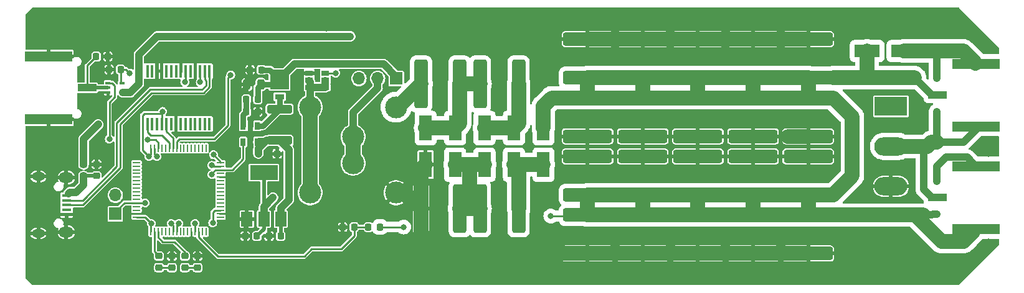
<source format=gbr>
G04 #@! TF.GenerationSoftware,KiCad,Pcbnew,7.0.7-2.fc38*
G04 #@! TF.CreationDate,2023-11-15T22:53:54+01:00*
G04 #@! TF.ProjectId,emfi,656d6669-2e6b-4696-9361-645f70636258,0.1*
G04 #@! TF.SameCoordinates,Original*
G04 #@! TF.FileFunction,Copper,L1,Top*
G04 #@! TF.FilePolarity,Positive*
%FSLAX46Y46*%
G04 Gerber Fmt 4.6, Leading zero omitted, Abs format (unit mm)*
G04 Created by KiCad (PCBNEW 7.0.7-2.fc38) date 2023-11-15 22:53:54*
%MOMM*%
%LPD*%
G01*
G04 APERTURE LIST*
G04 Aperture macros list*
%AMRoundRect*
0 Rectangle with rounded corners*
0 $1 Rounding radius*
0 $2 $3 $4 $5 $6 $7 $8 $9 X,Y pos of 4 corners*
0 Add a 4 corners polygon primitive as box body*
4,1,4,$2,$3,$4,$5,$6,$7,$8,$9,$2,$3,0*
0 Add four circle primitives for the rounded corners*
1,1,$1+$1,$2,$3*
1,1,$1+$1,$4,$5*
1,1,$1+$1,$6,$7*
1,1,$1+$1,$8,$9*
0 Add four rect primitives between the rounded corners*
20,1,$1+$1,$2,$3,$4,$5,0*
20,1,$1+$1,$4,$5,$6,$7,0*
20,1,$1+$1,$6,$7,$8,$9,0*
20,1,$1+$1,$8,$9,$2,$3,0*%
G04 Aperture macros list end*
G04 #@! TA.AperFunction,SMDPad,CuDef*
%ADD10RoundRect,0.218750X-0.218750X-0.256250X0.218750X-0.256250X0.218750X0.256250X-0.218750X0.256250X0*%
G04 #@! TD*
G04 #@! TA.AperFunction,SMDPad,CuDef*
%ADD11RoundRect,0.218750X0.218750X0.256250X-0.218750X0.256250X-0.218750X-0.256250X0.218750X-0.256250X0*%
G04 #@! TD*
G04 #@! TA.AperFunction,SMDPad,CuDef*
%ADD12C,3.000000*%
G04 #@! TD*
G04 #@! TA.AperFunction,SMDPad,CuDef*
%ADD13RoundRect,0.243750X0.243750X0.456250X-0.243750X0.456250X-0.243750X-0.456250X0.243750X-0.456250X0*%
G04 #@! TD*
G04 #@! TA.AperFunction,SMDPad,CuDef*
%ADD14RoundRect,0.250000X1.450000X-0.312500X1.450000X0.312500X-1.450000X0.312500X-1.450000X-0.312500X0*%
G04 #@! TD*
G04 #@! TA.AperFunction,SMDPad,CuDef*
%ADD15R,0.650000X1.060000*%
G04 #@! TD*
G04 #@! TA.AperFunction,SMDPad,CuDef*
%ADD16R,2.540000X2.670000*%
G04 #@! TD*
G04 #@! TA.AperFunction,SMDPad,CuDef*
%ADD17R,1.270000X0.762000*%
G04 #@! TD*
G04 #@! TA.AperFunction,SMDPad,CuDef*
%ADD18R,0.250000X1.000000*%
G04 #@! TD*
G04 #@! TA.AperFunction,SMDPad,CuDef*
%ADD19R,1.000000X0.250000*%
G04 #@! TD*
G04 #@! TA.AperFunction,SMDPad,CuDef*
%ADD20R,0.450000X1.750000*%
G04 #@! TD*
G04 #@! TA.AperFunction,SMDPad,CuDef*
%ADD21R,1.060000X0.650000*%
G04 #@! TD*
G04 #@! TA.AperFunction,ComponentPad*
%ADD22R,1.700000X1.700000*%
G04 #@! TD*
G04 #@! TA.AperFunction,ComponentPad*
%ADD23O,1.700000X1.700000*%
G04 #@! TD*
G04 #@! TA.AperFunction,SMDPad,CuDef*
%ADD24RoundRect,0.218750X-0.256250X0.218750X-0.256250X-0.218750X0.256250X-0.218750X0.256250X0.218750X0*%
G04 #@! TD*
G04 #@! TA.AperFunction,SMDPad,CuDef*
%ADD25R,1.800000X3.500000*%
G04 #@! TD*
G04 #@! TA.AperFunction,SMDPad,CuDef*
%ADD26RoundRect,0.250000X0.650000X3.050000X-0.650000X3.050000X-0.650000X-3.050000X0.650000X-3.050000X0*%
G04 #@! TD*
G04 #@! TA.AperFunction,SMDPad,CuDef*
%ADD27RoundRect,0.250000X-0.650000X-3.050000X0.650000X-3.050000X0.650000X3.050000X-0.650000X3.050000X0*%
G04 #@! TD*
G04 #@! TA.AperFunction,SMDPad,CuDef*
%ADD28RoundRect,0.250000X3.050000X-0.650000X3.050000X0.650000X-3.050000X0.650000X-3.050000X-0.650000X0*%
G04 #@! TD*
G04 #@! TA.AperFunction,SMDPad,CuDef*
%ADD29RoundRect,0.250000X-3.050000X0.650000X-3.050000X-0.650000X3.050000X-0.650000X3.050000X0.650000X0*%
G04 #@! TD*
G04 #@! TA.AperFunction,SMDPad,CuDef*
%ADD30R,1.500000X2.000000*%
G04 #@! TD*
G04 #@! TA.AperFunction,SMDPad,CuDef*
%ADD31R,3.800000X2.000000*%
G04 #@! TD*
G04 #@! TA.AperFunction,SMDPad,CuDef*
%ADD32RoundRect,0.218750X0.256250X-0.218750X0.256250X0.218750X-0.256250X0.218750X-0.256250X-0.218750X0*%
G04 #@! TD*
G04 #@! TA.AperFunction,SMDPad,CuDef*
%ADD33R,2.500000X1.000000*%
G04 #@! TD*
G04 #@! TA.AperFunction,SMDPad,CuDef*
%ADD34R,6.400000X1.440000*%
G04 #@! TD*
G04 #@! TA.AperFunction,SMDPad,CuDef*
%ADD35R,1.300000X0.450000*%
G04 #@! TD*
G04 #@! TA.AperFunction,ComponentPad*
%ADD36O,1.800000X1.150000*%
G04 #@! TD*
G04 #@! TA.AperFunction,ComponentPad*
%ADD37O,2.000000X1.450000*%
G04 #@! TD*
G04 #@! TA.AperFunction,SMDPad,CuDef*
%ADD38R,3.500000X1.800000*%
G04 #@! TD*
G04 #@! TA.AperFunction,SMDPad,CuDef*
%ADD39R,0.650000X0.400000*%
G04 #@! TD*
G04 #@! TA.AperFunction,ComponentPad*
%ADD40R,4.500000X2.500000*%
G04 #@! TD*
G04 #@! TA.AperFunction,ComponentPad*
%ADD41O,4.500000X2.500000*%
G04 #@! TD*
G04 #@! TA.AperFunction,ViaPad*
%ADD42C,0.800000*%
G04 #@! TD*
G04 #@! TA.AperFunction,Conductor*
%ADD43C,0.750000*%
G04 #@! TD*
G04 #@! TA.AperFunction,Conductor*
%ADD44C,2.000000*%
G04 #@! TD*
G04 #@! TA.AperFunction,Conductor*
%ADD45C,0.500000*%
G04 #@! TD*
G04 #@! TA.AperFunction,Conductor*
%ADD46C,0.700000*%
G04 #@! TD*
G04 #@! TA.AperFunction,Conductor*
%ADD47C,0.250000*%
G04 #@! TD*
G04 #@! TA.AperFunction,Conductor*
%ADD48C,1.000000*%
G04 #@! TD*
G04 APERTURE END LIST*
D10*
X52712500Y-34750000D03*
X54287500Y-34750000D03*
D11*
X74537500Y-59250000D03*
X72962500Y-59250000D03*
X77787500Y-59250000D03*
X76212500Y-59250000D03*
X78887500Y-48000000D03*
X77312500Y-48000000D03*
D12*
X81795000Y-53325000D03*
X87630000Y-49295000D03*
X81795000Y-41655000D03*
X87630000Y-45685000D03*
X93465000Y-53325000D03*
X93465000Y-41655000D03*
D10*
X73101500Y-42315607D03*
X74676500Y-42315607D03*
D11*
X74676500Y-40565607D03*
X73101500Y-40565607D03*
D10*
X73601500Y-36565607D03*
X75176500Y-36565607D03*
D13*
X75076500Y-38565607D03*
X73201500Y-38565607D03*
D14*
X77639000Y-46203107D03*
X77639000Y-41928107D03*
D15*
X74589000Y-44215607D03*
X73639000Y-44215607D03*
X72689000Y-44215607D03*
X72689000Y-46415607D03*
X74589000Y-46415607D03*
D16*
X77639000Y-37867107D03*
D17*
X77639000Y-40218107D03*
D18*
X60150000Y-58650000D03*
X60650000Y-58650000D03*
X61150000Y-58650000D03*
X61650000Y-58650000D03*
X62150000Y-58650000D03*
X62650000Y-58650000D03*
X63150000Y-58650000D03*
X63650000Y-58650000D03*
X64150000Y-58650000D03*
X64650000Y-58650000D03*
X65150000Y-58650000D03*
X65650000Y-58650000D03*
X66150000Y-58650000D03*
X66650000Y-58650000D03*
X67150000Y-58650000D03*
X67650000Y-58650000D03*
D19*
X69600000Y-56700000D03*
X69600000Y-56200000D03*
X69600000Y-55700000D03*
X69600000Y-55200000D03*
X69600000Y-54700000D03*
X69600000Y-54200000D03*
X69600000Y-53700000D03*
X69600000Y-53200000D03*
X69600000Y-52700000D03*
X69600000Y-52200000D03*
X69600000Y-51700000D03*
X69600000Y-51200000D03*
X69600000Y-50700000D03*
X69600000Y-50200000D03*
X69600000Y-49700000D03*
X69600000Y-49200000D03*
D18*
X67650000Y-47250000D03*
X67150000Y-47250000D03*
X66650000Y-47250000D03*
X66150000Y-47250000D03*
X65650000Y-47250000D03*
X65150000Y-47250000D03*
X64650000Y-47250000D03*
X64150000Y-47250000D03*
X63650000Y-47250000D03*
X63150000Y-47250000D03*
X62650000Y-47250000D03*
X62150000Y-47250000D03*
X61650000Y-47250000D03*
X61150000Y-47250000D03*
X60650000Y-47250000D03*
X60150000Y-47250000D03*
D19*
X58200000Y-49200000D03*
X58200000Y-49700000D03*
X58200000Y-50200000D03*
X58200000Y-50700000D03*
X58200000Y-51200000D03*
X58200000Y-51700000D03*
X58200000Y-52200000D03*
X58200000Y-52700000D03*
X58200000Y-53200000D03*
X58200000Y-53700000D03*
X58200000Y-54200000D03*
X58200000Y-54700000D03*
X58200000Y-55200000D03*
X58200000Y-55700000D03*
X58200000Y-56200000D03*
X58200000Y-56700000D03*
D20*
X59675000Y-43950000D03*
X60325000Y-43950000D03*
X60975000Y-43950000D03*
X61625000Y-43950000D03*
X62275000Y-43950000D03*
X62925000Y-43950000D03*
X63575000Y-43950000D03*
X64225000Y-43950000D03*
X64875000Y-43950000D03*
X65525000Y-43950000D03*
X66175000Y-43950000D03*
X66825000Y-43950000D03*
X67475000Y-43950000D03*
X68125000Y-43950000D03*
X68125000Y-36750000D03*
X67475000Y-36750000D03*
X66825000Y-36750000D03*
X66175000Y-36750000D03*
X65525000Y-36750000D03*
X64875000Y-36750000D03*
X64225000Y-36750000D03*
X63575000Y-36750000D03*
X62925000Y-36750000D03*
X62275000Y-36750000D03*
X61625000Y-36750000D03*
X60975000Y-36750000D03*
X60325000Y-36750000D03*
X59675000Y-36750000D03*
D21*
X83850000Y-38950000D03*
X83850000Y-38000000D03*
X83850000Y-37050000D03*
X81650000Y-37050000D03*
X81650000Y-38000000D03*
X81650000Y-38950000D03*
D22*
X93500000Y-37750000D03*
D23*
X90960000Y-37750000D03*
X88420000Y-37750000D03*
D24*
X52750000Y-49462500D03*
X52750000Y-51037500D03*
D11*
X87787500Y-58000000D03*
X86212500Y-58000000D03*
X91287500Y-58000000D03*
X89712500Y-58000000D03*
D25*
X113500000Y-44500000D03*
X113500000Y-49500000D03*
D26*
X110125000Y-55500000D03*
X104875000Y-55500000D03*
D25*
X101500000Y-49500000D03*
X101500000Y-44500000D03*
D26*
X110125000Y-38500000D03*
X104875000Y-38500000D03*
D27*
X96875000Y-55500000D03*
X102125000Y-55500000D03*
D25*
X105500000Y-44500000D03*
X105500000Y-49500000D03*
X97500000Y-44500000D03*
X97500000Y-49500000D03*
X109500000Y-49500000D03*
X109500000Y-44500000D03*
D26*
X102125000Y-38500000D03*
X96875000Y-38500000D03*
D28*
X134500000Y-45625000D03*
X134500000Y-40375000D03*
D29*
X119500000Y-32375000D03*
X119500000Y-37625000D03*
X127000000Y-32375000D03*
X127000000Y-37625000D03*
D28*
X119500000Y-61625000D03*
X119500000Y-56375000D03*
D29*
X142000000Y-32375000D03*
X142000000Y-37625000D03*
D28*
X142000000Y-61625000D03*
X142000000Y-56375000D03*
D29*
X119500000Y-48375000D03*
X119500000Y-53625000D03*
D28*
X142000000Y-45625000D03*
X142000000Y-40375000D03*
X149500000Y-61625000D03*
X149500000Y-56375000D03*
D29*
X127000000Y-48375000D03*
X127000000Y-53625000D03*
X149500000Y-48375000D03*
X149500000Y-53625000D03*
D28*
X119500000Y-45625000D03*
X119500000Y-40375000D03*
X134500000Y-61625000D03*
X134500000Y-56375000D03*
X127000000Y-45625000D03*
X127000000Y-40375000D03*
X149500000Y-45625000D03*
X149500000Y-40375000D03*
D29*
X149500000Y-32375000D03*
X149500000Y-37625000D03*
X134500000Y-32375000D03*
X134500000Y-37625000D03*
D28*
X127000000Y-61625000D03*
X127000000Y-56375000D03*
D29*
X134500000Y-48375000D03*
X134500000Y-53625000D03*
D30*
X73200000Y-56900000D03*
X75500000Y-56900000D03*
D31*
X75500000Y-50600000D03*
D30*
X77800000Y-56900000D03*
D24*
X66500000Y-61962500D03*
X66500000Y-63537500D03*
X63000000Y-61962500D03*
X63000000Y-63537500D03*
D32*
X61250000Y-63537500D03*
X61250000Y-61962500D03*
X64750000Y-63537500D03*
X64750000Y-61962500D03*
D22*
X55300000Y-56200000D03*
D23*
X55300000Y-53660000D03*
D33*
X51500000Y-39000000D03*
D34*
X46250000Y-34720000D03*
X46250000Y-43280000D03*
D35*
X48700000Y-53700000D03*
X48700000Y-54350000D03*
X48700000Y-55000000D03*
X48700000Y-55650000D03*
X48700000Y-56300000D03*
D36*
X44850000Y-51125000D03*
D37*
X48650000Y-51275000D03*
X48650000Y-58725000D03*
D36*
X44850000Y-58875000D03*
D33*
X167050000Y-40000000D03*
D34*
X172300000Y-44280000D03*
X172300000Y-35720000D03*
D32*
X51000000Y-51037500D03*
X51000000Y-49462500D03*
D33*
X167050000Y-54000000D03*
D34*
X172300000Y-58280000D03*
X172300000Y-49720000D03*
D29*
X142000000Y-48375000D03*
X142000000Y-53625000D03*
D38*
X157500000Y-34000000D03*
X162500000Y-34000000D03*
D39*
X54300000Y-38350000D03*
X54300000Y-39000000D03*
X54300000Y-39650000D03*
X56200000Y-39650000D03*
X56200000Y-38350000D03*
D10*
X54462500Y-36500000D03*
X56037500Y-36500000D03*
D40*
X160750000Y-41550000D03*
D41*
X160750000Y-47000000D03*
X160750000Y-52450000D03*
D42*
X44000000Y-45000000D03*
X44000000Y-49000000D03*
X44000000Y-48000000D03*
X44000000Y-47000000D03*
X44000000Y-46000000D03*
X44000000Y-33000000D03*
X44000000Y-32000000D03*
X44000000Y-31000000D03*
X44000000Y-30000000D03*
X45000000Y-29000000D03*
X46000000Y-29000000D03*
X47000000Y-29000000D03*
X48000000Y-29000000D03*
X49000000Y-29000000D03*
X50000000Y-29000000D03*
X51000000Y-29000000D03*
X52000000Y-29000000D03*
X53000000Y-29000000D03*
X60000000Y-29000000D03*
X56000000Y-29000000D03*
X62000000Y-29000000D03*
X58000000Y-29000000D03*
X55000000Y-29000000D03*
X59000000Y-29000000D03*
X54000000Y-29000000D03*
X61000000Y-29000000D03*
X57000000Y-29000000D03*
X78000000Y-29000000D03*
X75000000Y-29000000D03*
X68000000Y-29000000D03*
X64000000Y-29000000D03*
X79000000Y-29000000D03*
X70000000Y-29000000D03*
X66000000Y-29000000D03*
X63000000Y-29000000D03*
X67000000Y-29000000D03*
X72000000Y-29000000D03*
X76000000Y-29000000D03*
X69000000Y-29000000D03*
X71000000Y-29000000D03*
X73000000Y-29000000D03*
X74000000Y-29000000D03*
X65000000Y-29000000D03*
X77000000Y-29000000D03*
X84000000Y-29000000D03*
X92000000Y-29000000D03*
X87000000Y-29000000D03*
X91000000Y-29000000D03*
X93000000Y-29000000D03*
X90000000Y-29000000D03*
X80000000Y-29000000D03*
X86000000Y-29000000D03*
X95000000Y-29000000D03*
X88000000Y-29000000D03*
X89000000Y-29000000D03*
X96000000Y-29000000D03*
X81000000Y-29000000D03*
X94000000Y-29000000D03*
X83000000Y-29000000D03*
X85000000Y-29000000D03*
X82000000Y-29000000D03*
X100000000Y-29000000D03*
X99000000Y-29000000D03*
X112000000Y-29000000D03*
X101000000Y-29000000D03*
X98000000Y-29000000D03*
X107000000Y-29000000D03*
X105000000Y-29000000D03*
X109000000Y-29000000D03*
X119000000Y-29000000D03*
X110000000Y-29000000D03*
X118000000Y-29000000D03*
X103000000Y-29000000D03*
X108000000Y-29000000D03*
X97000000Y-29000000D03*
X111000000Y-29000000D03*
X104000000Y-29000000D03*
X116000000Y-29000000D03*
X106000000Y-29000000D03*
X113000000Y-29000000D03*
X117000000Y-29000000D03*
X121000000Y-29000000D03*
X114000000Y-29000000D03*
X115000000Y-29000000D03*
X102000000Y-29000000D03*
X120000000Y-29000000D03*
X140000000Y-29000000D03*
X132000000Y-29000000D03*
X141000000Y-29000000D03*
X124000000Y-29000000D03*
X145000000Y-29000000D03*
X142000000Y-29000000D03*
X126000000Y-29000000D03*
X123000000Y-29000000D03*
X146000000Y-29000000D03*
X122000000Y-29000000D03*
X135000000Y-29000000D03*
X125000000Y-29000000D03*
X138000000Y-29000000D03*
X136000000Y-29000000D03*
X133000000Y-29000000D03*
X144000000Y-29000000D03*
X130000000Y-29000000D03*
X129000000Y-29000000D03*
X134000000Y-29000000D03*
X128000000Y-29000000D03*
X131000000Y-29000000D03*
X139000000Y-29000000D03*
X137000000Y-29000000D03*
X127000000Y-29000000D03*
X143000000Y-29000000D03*
X158000000Y-29000000D03*
X157000000Y-29000000D03*
X151000000Y-29000000D03*
X147000000Y-29000000D03*
X149000000Y-29000000D03*
X150000000Y-29000000D03*
X155000000Y-29000000D03*
X154000000Y-29000000D03*
X153000000Y-29000000D03*
X156000000Y-29000000D03*
X148000000Y-29000000D03*
X152000000Y-29000000D03*
X159000000Y-29000000D03*
X160000000Y-29000000D03*
X161000000Y-29000000D03*
X162000000Y-29000000D03*
X163000000Y-29000000D03*
X164000000Y-29000000D03*
X164000000Y-65000000D03*
X163000000Y-65000000D03*
X162000000Y-65000000D03*
X161000000Y-65000000D03*
X160000000Y-65000000D03*
X158000000Y-65000000D03*
X159000000Y-65000000D03*
X157000000Y-65000000D03*
X155000000Y-65000000D03*
X152000000Y-65000000D03*
X156000000Y-65000000D03*
X153000000Y-65000000D03*
X154000000Y-65000000D03*
X150000000Y-65000000D03*
X147000000Y-65000000D03*
X148000000Y-65000000D03*
X151000000Y-65000000D03*
X146000000Y-65000000D03*
X149000000Y-65000000D03*
X145000000Y-65000000D03*
X143000000Y-65000000D03*
X142000000Y-65000000D03*
X141000000Y-65000000D03*
X140000000Y-65000000D03*
X144000000Y-65000000D03*
X128000000Y-65000000D03*
X126000000Y-65000000D03*
X125000000Y-65000000D03*
X133000000Y-65000000D03*
X130000000Y-65000000D03*
X138000000Y-65000000D03*
X131000000Y-65000000D03*
X135000000Y-65000000D03*
X139000000Y-65000000D03*
X134000000Y-65000000D03*
X136000000Y-65000000D03*
X124000000Y-65000000D03*
X129000000Y-65000000D03*
X127000000Y-65000000D03*
X132000000Y-65000000D03*
X137000000Y-65000000D03*
X116000000Y-65000000D03*
X110000000Y-65000000D03*
X108000000Y-65000000D03*
X109000000Y-65000000D03*
X122000000Y-65000000D03*
X121000000Y-65000000D03*
X117000000Y-65000000D03*
X119000000Y-65000000D03*
X112000000Y-65000000D03*
X115000000Y-65000000D03*
X111000000Y-65000000D03*
X120000000Y-65000000D03*
X114000000Y-65000000D03*
X113000000Y-65000000D03*
X123000000Y-65000000D03*
X118000000Y-65000000D03*
X105000000Y-65000000D03*
X94000000Y-65000000D03*
X95000000Y-65000000D03*
X97000000Y-65000000D03*
X104000000Y-65000000D03*
X96000000Y-65000000D03*
X103000000Y-65000000D03*
X93000000Y-65000000D03*
X106000000Y-65000000D03*
X92000000Y-65000000D03*
X102000000Y-65000000D03*
X100000000Y-65000000D03*
X99000000Y-65000000D03*
X98000000Y-65000000D03*
X101000000Y-65000000D03*
X107000000Y-65000000D03*
X91000000Y-65000000D03*
X76000000Y-65000000D03*
X86000000Y-65000000D03*
X88000000Y-65000000D03*
X89000000Y-65000000D03*
X81000000Y-65000000D03*
X84000000Y-65000000D03*
X83000000Y-65000000D03*
X82000000Y-65000000D03*
X85000000Y-65000000D03*
X80000000Y-65000000D03*
X87000000Y-65000000D03*
X90000000Y-65000000D03*
X78000000Y-65000000D03*
X79000000Y-65000000D03*
X77000000Y-65000000D03*
X68000000Y-65000000D03*
X66000000Y-65000000D03*
X69000000Y-65000000D03*
X73000000Y-65000000D03*
X72000000Y-65000000D03*
X60000000Y-65000000D03*
X67000000Y-65000000D03*
X75000000Y-65000000D03*
X70000000Y-65000000D03*
X62000000Y-65000000D03*
X63000000Y-65000000D03*
X61000000Y-65000000D03*
X65000000Y-65000000D03*
X71000000Y-65000000D03*
X74000000Y-65000000D03*
X64000000Y-65000000D03*
X49000000Y-65000000D03*
X53000000Y-65000000D03*
X57000000Y-65000000D03*
X51000000Y-65000000D03*
X52000000Y-65000000D03*
X50000000Y-65000000D03*
X55000000Y-65000000D03*
X58000000Y-65000000D03*
X59000000Y-65000000D03*
X54000000Y-65000000D03*
X45000000Y-65000000D03*
X48000000Y-65000000D03*
X47000000Y-65000000D03*
X56000000Y-65000000D03*
X46000000Y-65000000D03*
X44000000Y-64000000D03*
X44000000Y-63000000D03*
X44000000Y-62000000D03*
X44000000Y-61000000D03*
X165000000Y-29000000D03*
X166000000Y-29000000D03*
X167000000Y-29000000D03*
X168000000Y-29000000D03*
X169000000Y-29000000D03*
X170000000Y-30000000D03*
X171000000Y-31000000D03*
X172000000Y-32000000D03*
X173000000Y-33000000D03*
X174000000Y-34000000D03*
X174000000Y-46000000D03*
X174000000Y-47000000D03*
X174000000Y-48000000D03*
X174000000Y-60000000D03*
X173000000Y-61000000D03*
X172000000Y-62000000D03*
X171000000Y-63000000D03*
X170000000Y-64000000D03*
X169000000Y-65000000D03*
X168000000Y-65000000D03*
X167000000Y-65000000D03*
X166000000Y-65000000D03*
X165000000Y-65000000D03*
X84000000Y-41000000D03*
X84000000Y-43000000D03*
X84000000Y-45000000D03*
X84000000Y-47000000D03*
X84000000Y-49000000D03*
X84000000Y-51000000D03*
X84000000Y-53000000D03*
X84000000Y-63000000D03*
X84000000Y-59000000D03*
X84000000Y-57000000D03*
X55750000Y-42000000D03*
X64500000Y-42000000D03*
X63750000Y-49000000D03*
X63750000Y-53000000D03*
X67750000Y-53000000D03*
X63000000Y-60750000D03*
X66500000Y-60750000D03*
X76150000Y-48000000D03*
X52750000Y-48250000D03*
X84000000Y-33100010D03*
X71738990Y-45350000D03*
X50250000Y-56250000D03*
X73650000Y-45350000D03*
X84000000Y-30899990D03*
X53250000Y-36500000D03*
X68450000Y-50850000D03*
X94500000Y-58000000D03*
X114500000Y-56500000D03*
X167000000Y-51750000D03*
X167000000Y-56250000D03*
X87250000Y-32000000D03*
X59350000Y-54700000D03*
X167000000Y-37750000D03*
X167000000Y-42250000D03*
X71000000Y-37250000D03*
X85250000Y-37000000D03*
X53000000Y-44000000D03*
X74750000Y-48000000D03*
X76750000Y-54000000D03*
X68650000Y-48150000D03*
X57250000Y-36999952D03*
X59900000Y-48400000D03*
X68550000Y-57450000D03*
X66150000Y-57500000D03*
X62900000Y-57500000D03*
X60200000Y-57500000D03*
X64750000Y-38250000D03*
X61750000Y-42250000D03*
X66850000Y-38250000D03*
X68450000Y-49600000D03*
X60950000Y-48400000D03*
X63950000Y-57500000D03*
X59725000Y-46120484D03*
X54500000Y-46000000D03*
D43*
X73639000Y-44215607D02*
X73639000Y-43375655D01*
X74214888Y-42799767D02*
X74214888Y-42777219D01*
X73601500Y-38165607D02*
X73201500Y-38565607D01*
X74214888Y-42777219D02*
X74676500Y-42315607D01*
X73201500Y-38868059D02*
X73201500Y-38565607D01*
X73639000Y-43375655D02*
X74214888Y-42799767D01*
X73601500Y-36565607D02*
X73601500Y-38165607D01*
X71738990Y-40330569D02*
X73201500Y-38868059D01*
D44*
X96875000Y-55500000D02*
X96875000Y-58900000D01*
X96875000Y-58900000D02*
X99600000Y-61625000D01*
D45*
X72962500Y-57137500D02*
X73200000Y-56900000D01*
X52750000Y-49462500D02*
X52750000Y-48250000D01*
D44*
X119500000Y-61625000D02*
X149500000Y-61625000D01*
D45*
X72962500Y-59250000D02*
X72962500Y-57137500D01*
D44*
X93465000Y-53325000D02*
X94700000Y-53325000D01*
D46*
X73639000Y-45339000D02*
X73650000Y-45350000D01*
D44*
X146750000Y-45625000D02*
X149500000Y-45625000D01*
X116100000Y-61625000D02*
X119500000Y-61625000D01*
X94700000Y-53325000D02*
X96875000Y-55500000D01*
X96875000Y-55500000D02*
X96875000Y-50125000D01*
D46*
X73639000Y-44215607D02*
X73639000Y-45339000D01*
D44*
X96875000Y-50125000D02*
X97500000Y-49500000D01*
D47*
X63000000Y-61962500D02*
X63000000Y-60750000D01*
X66500000Y-61962500D02*
X66500000Y-60750000D01*
D44*
X119500000Y-32375000D02*
X149500000Y-32375000D01*
D47*
X54287500Y-36325000D02*
X54462500Y-36500000D01*
X54462500Y-36500000D02*
X53250000Y-36500000D01*
D46*
X71738990Y-40330569D02*
X71738990Y-45350000D01*
D47*
X77312500Y-48000000D02*
X76150000Y-48000000D01*
D44*
X99600000Y-61625000D02*
X116100000Y-61625000D01*
D47*
X54287500Y-34750000D02*
X54287500Y-36325000D01*
X69600000Y-50200000D02*
X68889998Y-50200000D01*
X68450000Y-50639998D02*
X68450000Y-50850000D01*
X72689000Y-48711000D02*
X71200000Y-50200000D01*
X71200000Y-50200000D02*
X69500000Y-50200000D01*
X68889998Y-50200000D02*
X68450000Y-50639998D01*
X72689000Y-46415607D02*
X72689000Y-48711000D01*
X66650000Y-58650000D02*
X66650000Y-59400000D01*
X81000000Y-62000000D02*
X82000000Y-61000000D01*
X66650000Y-59400000D02*
X69250000Y-62000000D01*
X87787500Y-59212500D02*
X87787500Y-58000000D01*
X69250000Y-62000000D02*
X81000000Y-62000000D01*
X89712500Y-58000000D02*
X87787500Y-58000000D01*
X82000000Y-61000000D02*
X86000000Y-61000000D01*
X86000000Y-61000000D02*
X87787500Y-59212500D01*
D44*
X149500000Y-56375000D02*
X164000000Y-56375000D01*
X149500000Y-40375000D02*
X152900000Y-40375000D01*
X163925000Y-37625000D02*
X157500000Y-37625000D01*
X134500000Y-53625000D02*
X134500000Y-56375000D01*
D48*
X167000000Y-49719998D02*
X168219998Y-48500000D01*
D44*
X127000000Y-53625000D02*
X127000000Y-56375000D01*
D48*
X166434315Y-56250000D02*
X166309315Y-56375000D01*
X167000000Y-56250000D02*
X166434315Y-56250000D01*
D44*
X149500000Y-40375000D02*
X119500000Y-40375000D01*
X164000000Y-56375000D02*
X165094998Y-56375000D01*
X127000000Y-37625000D02*
X127000000Y-40375000D01*
X157500000Y-37625000D02*
X152900000Y-37625000D01*
D47*
X94500000Y-58000000D02*
X91287500Y-58000000D01*
D48*
X168219998Y-48500000D02*
X171080000Y-48500000D01*
D47*
X114500000Y-56500000D02*
X119375000Y-56500000D01*
D44*
X152900000Y-53625000D02*
X149500000Y-53625000D01*
X142000000Y-37625000D02*
X142000000Y-40375000D01*
X167625000Y-60000000D02*
X164000000Y-56375000D01*
D48*
X171080000Y-48500000D02*
X171844990Y-49264990D01*
X167050000Y-40000000D02*
X166300000Y-40000000D01*
D44*
X119500000Y-53625000D02*
X146750000Y-53625000D01*
X113500000Y-41500000D02*
X114625000Y-40375000D01*
D48*
X167000000Y-51750000D02*
X167000000Y-49719998D01*
X166309315Y-56375000D02*
X165094998Y-56375000D01*
D44*
X149500000Y-56375000D02*
X119500000Y-56375000D01*
X171844990Y-58735010D02*
X170580000Y-60000000D01*
X119500000Y-37625000D02*
X149500000Y-37625000D01*
X170580000Y-60000000D02*
X167625000Y-60000000D01*
X142000000Y-53625000D02*
X142000000Y-56375000D01*
X119500000Y-53625000D02*
X119500000Y-56375000D01*
X146750000Y-53625000D02*
X149500000Y-53625000D01*
X149500000Y-53625000D02*
X149500000Y-56375000D01*
X114625000Y-40375000D02*
X119500000Y-40375000D01*
D48*
X152900000Y-37625000D02*
X149500000Y-37625000D01*
D44*
X149500000Y-37625000D02*
X149500000Y-40375000D01*
X113500000Y-44500000D02*
X113500000Y-41500000D01*
D47*
X119375000Y-56500000D02*
X119500000Y-56375000D01*
D44*
X152900000Y-40375000D02*
X155500000Y-42975000D01*
D48*
X166300000Y-40000000D02*
X163925000Y-37625000D01*
D44*
X155500000Y-51025000D02*
X152900000Y-53625000D01*
X155500000Y-42975000D02*
X155500000Y-51025000D01*
X134500000Y-37625000D02*
X134500000Y-40375000D01*
X119500000Y-37625000D02*
X119500000Y-40375000D01*
X157500000Y-37625000D02*
X157500000Y-34000000D01*
D48*
X86684315Y-32000000D02*
X87250000Y-32000000D01*
X56325000Y-39650000D02*
X57350000Y-39650000D01*
X57350000Y-39650000D02*
X58500000Y-38500000D01*
X61000000Y-32000000D02*
X86684315Y-32000000D01*
X58500000Y-38500000D02*
X58500000Y-34500000D01*
D45*
X56200000Y-39650000D02*
X56325000Y-39650000D01*
D48*
X58500000Y-34500000D02*
X61000000Y-32000000D01*
D47*
X58200000Y-54700000D02*
X56550000Y-54700000D01*
X58200000Y-54700000D02*
X59350000Y-54700000D01*
X56550000Y-54700000D02*
X55250000Y-56000000D01*
D48*
X167000000Y-37750000D02*
X167000000Y-35719998D01*
D44*
X167000000Y-34000000D02*
X170580000Y-34000000D01*
D48*
X165195000Y-52895000D02*
X165195000Y-47490000D01*
D44*
X160750000Y-47000000D02*
X165685000Y-47000000D01*
D48*
X165280002Y-34000000D02*
X162500000Y-34000000D01*
X166300000Y-54000000D02*
X165195000Y-52895000D01*
X165195000Y-47490000D02*
X165750000Y-46935000D01*
D44*
X162500000Y-34000000D02*
X167000000Y-34000000D01*
D48*
X167000000Y-46435000D02*
X167000000Y-42250000D01*
D44*
X166250000Y-46435000D02*
X167000000Y-46435000D01*
D48*
X167000000Y-35719998D02*
X167000000Y-34000000D01*
X167000000Y-46435000D02*
X170600010Y-46435000D01*
D47*
X165685000Y-47000000D02*
X165750000Y-46935000D01*
D48*
X170600010Y-46435000D02*
X172300000Y-44735010D01*
X171519999Y-34939999D02*
X171844990Y-35264990D01*
D44*
X170580000Y-34000000D02*
X172219990Y-35639990D01*
X165750000Y-46935000D02*
X166250000Y-46435000D01*
D48*
X167050000Y-54000000D02*
X166300000Y-54000000D01*
D43*
X76337500Y-36565607D02*
X77639000Y-37867107D01*
X75176500Y-36565607D02*
X76337500Y-36565607D01*
X76940500Y-38565607D02*
X77639000Y-37867107D01*
X74676500Y-40565607D02*
X74676500Y-38965607D01*
X75076500Y-38565607D02*
X76940500Y-38565607D01*
X74676500Y-38965607D02*
X75076500Y-38565607D01*
D48*
X93500000Y-37750000D02*
X93500000Y-37500000D01*
X93500000Y-37500000D02*
X91750000Y-35750000D01*
X91750000Y-35750000D02*
X79691107Y-35750000D01*
X77639000Y-37802107D02*
X77639000Y-37867107D01*
X79691107Y-35750000D02*
X77639000Y-37802107D01*
X83850000Y-38950000D02*
X83850000Y-38075001D01*
D44*
X81795000Y-53325000D02*
X81795000Y-41655000D01*
D48*
X81795000Y-41655000D02*
X81795000Y-38220001D01*
X81795000Y-38220001D02*
X81650000Y-38075001D01*
X83850000Y-38950000D02*
X81650000Y-38950000D01*
D47*
X64000000Y-46000000D02*
X63650000Y-46350000D01*
X71000000Y-37250000D02*
X70600001Y-37649999D01*
X70600001Y-37649999D02*
X70600001Y-44149999D01*
X85200000Y-37050000D02*
X85250000Y-37000000D01*
X83850000Y-37050000D02*
X85200000Y-37050000D01*
X63650000Y-46350000D02*
X63650000Y-47250000D01*
X68750000Y-46000000D02*
X64000000Y-46000000D01*
X70600001Y-44149999D02*
X68750000Y-46000000D01*
D43*
X74589000Y-44215607D02*
X75351500Y-44215607D01*
X77639000Y-40218107D02*
X77639000Y-41928107D01*
X75351500Y-44215607D02*
X77639000Y-41928107D01*
X72689000Y-44215607D02*
X72689000Y-42728107D01*
X72689000Y-42728107D02*
X73101500Y-42315607D01*
X73101500Y-42315607D02*
X73101500Y-40565607D01*
X77639000Y-46203107D02*
X74801500Y-46203107D01*
X74801500Y-46203107D02*
X74589000Y-46415607D01*
D48*
X78887500Y-54312500D02*
X78887500Y-48575000D01*
X51000000Y-46000000D02*
X53000000Y-44000000D01*
X78887500Y-47451607D02*
X77639000Y-46203107D01*
X78887500Y-48000000D02*
X78887500Y-47451607D01*
X77800000Y-55400000D02*
X78887500Y-54312500D01*
X51000000Y-49462500D02*
X51000000Y-46000000D01*
X77800000Y-56900000D02*
X77800000Y-55400000D01*
X78887500Y-48575000D02*
X78887500Y-48000000D01*
D45*
X77800000Y-59237500D02*
X77787500Y-59250000D01*
X76546893Y-46203107D02*
X77639000Y-46203107D01*
D48*
X75839000Y-46203107D02*
X77639000Y-46203107D01*
D45*
X77800000Y-56900000D02*
X77800000Y-59237500D01*
D48*
X74750000Y-47292107D02*
X75839000Y-46203107D01*
X74750000Y-48000000D02*
X74750000Y-47292107D01*
D45*
X75500000Y-58287500D02*
X74537500Y-59250000D01*
X75500000Y-56900000D02*
X75500000Y-55400000D01*
D48*
X75500000Y-55250000D02*
X75500000Y-56900000D01*
D45*
X75500000Y-56900000D02*
X75500000Y-58287500D01*
D48*
X76750000Y-54000000D02*
X75500000Y-55250000D01*
D45*
X75500000Y-55400000D02*
X75500000Y-50600000D01*
D47*
X58200000Y-56700000D02*
X59400000Y-56700000D01*
X60150000Y-57550000D02*
X60200000Y-57500000D01*
X56850001Y-36599953D02*
X56849953Y-36599953D01*
X56750000Y-36500000D02*
X56037500Y-36500000D01*
X68850000Y-55700000D02*
X68550000Y-56000000D01*
X56037500Y-36500000D02*
X56037500Y-38187500D01*
X61625000Y-42375000D02*
X61750000Y-42250000D01*
X56849953Y-36599953D02*
X56750000Y-36500000D01*
X59000000Y-42750000D02*
X59250000Y-42500000D01*
X68550000Y-56000000D02*
X68550000Y-57450000D01*
X63150000Y-57750000D02*
X62900000Y-57500000D01*
X63150000Y-58650000D02*
X63150000Y-57750000D01*
X64875000Y-38125000D02*
X64750000Y-38250000D01*
X59400000Y-56700000D02*
X60200000Y-57500000D01*
X64875000Y-36750000D02*
X64875000Y-38125000D01*
X61625000Y-43950000D02*
X61625000Y-42375000D01*
X61500000Y-42500000D02*
X61750000Y-42250000D01*
X56200000Y-38350000D02*
X56325000Y-38350000D01*
X59250000Y-42500000D02*
X61500000Y-42500000D01*
X69600000Y-55700000D02*
X68850000Y-55700000D01*
X57250000Y-36999952D02*
X56850001Y-36599953D01*
X69600000Y-49200000D02*
X69600000Y-49100000D01*
X66150000Y-58650000D02*
X66150000Y-57500000D01*
X60150000Y-48150000D02*
X59900000Y-48400000D01*
X56037500Y-38187500D02*
X56200000Y-38350000D01*
X60150000Y-58650000D02*
X60150000Y-57550000D01*
X59000000Y-47500000D02*
X59000000Y-42750000D01*
X60150000Y-47250000D02*
X60150000Y-48150000D01*
X59900000Y-48400000D02*
X59000000Y-47500000D01*
X69600000Y-49100000D02*
X68650000Y-48150000D01*
X61650000Y-45500000D02*
X60100000Y-45500000D01*
X62650000Y-46500000D02*
X61650000Y-45500000D01*
X59675000Y-45075000D02*
X59675000Y-43950000D01*
X62650000Y-47250000D02*
X62650000Y-46500000D01*
X60100000Y-45500000D02*
X59675000Y-45075000D01*
X63150000Y-47250000D02*
X63150000Y-45860002D01*
X62275000Y-44985002D02*
X62275000Y-43950000D01*
X63150000Y-45860002D02*
X62275000Y-44985002D01*
X60236399Y-39700011D02*
X67286400Y-39700011D01*
X68125000Y-37875000D02*
X68125000Y-36750000D01*
X56000000Y-49886411D02*
X56000000Y-43936410D01*
X67286400Y-39700011D02*
X68125000Y-38861410D01*
X56000000Y-43936410D02*
X60236399Y-39700011D01*
X50886411Y-55000000D02*
X56000000Y-49886411D01*
X68125000Y-38861410D02*
X68125000Y-37875000D01*
X48700000Y-55000000D02*
X50886411Y-55000000D01*
X67650000Y-38700000D02*
X67100000Y-39250000D01*
X67475000Y-36750000D02*
X67475000Y-37875000D01*
X67475000Y-37875000D02*
X67650000Y-38050000D01*
X60050000Y-39250000D02*
X55500000Y-43800000D01*
X67650000Y-38050000D02*
X67650000Y-38700000D01*
X50900000Y-54350000D02*
X48700000Y-54350000D01*
X67100000Y-39250000D02*
X60050000Y-39250000D01*
X55500000Y-49750000D02*
X50900000Y-54350000D01*
X55500000Y-43800000D02*
X55500000Y-49750000D01*
X66825000Y-36750000D02*
X66825000Y-38225000D01*
X66825000Y-38225000D02*
X66850000Y-38250000D01*
X69600000Y-49700000D02*
X68450000Y-49700000D01*
X60650000Y-48100000D02*
X60950000Y-48400000D01*
X60650000Y-47250000D02*
X60650000Y-48100000D01*
D44*
X105500000Y-44500000D02*
X109500000Y-44500000D01*
X110125000Y-43875000D02*
X109500000Y-44500000D01*
X110125000Y-38500000D02*
X110125000Y-43875000D01*
X104875000Y-38500000D02*
X102125000Y-38500000D01*
X97500000Y-44500000D02*
X101500000Y-44500000D01*
X102125000Y-38500000D02*
X102125000Y-43875000D01*
X102125000Y-43875000D02*
X101500000Y-44500000D01*
X102125000Y-55500000D02*
X103500000Y-55500000D01*
X101500000Y-49500000D02*
X103500000Y-49500000D01*
X103500000Y-49500000D02*
X105500000Y-49500000D01*
X103500000Y-49500000D02*
X103500000Y-55500000D01*
X103500000Y-55500000D02*
X104875000Y-55500000D01*
X93720000Y-41655000D02*
X96875000Y-38500000D01*
X93465000Y-41655000D02*
X93720000Y-41655000D01*
X110125000Y-50125000D02*
X109500000Y-49500000D01*
X110125000Y-55500000D02*
X110125000Y-50125000D01*
X113500000Y-49500000D02*
X109500000Y-49500000D01*
X87710000Y-49375000D02*
X87630000Y-49295000D01*
D48*
X87630000Y-45685000D02*
X87630000Y-42370000D01*
D44*
X87630000Y-45685000D02*
X87630000Y-49295000D01*
D48*
X87630000Y-42370000D02*
X90960000Y-39040000D01*
X90960000Y-37750000D02*
X90960000Y-39040000D01*
D47*
X63650000Y-57800000D02*
X63950000Y-57500000D01*
X63650000Y-58650000D02*
X63650000Y-57800000D01*
X60650000Y-61362500D02*
X60650000Y-58650000D01*
X61250000Y-61962500D02*
X60650000Y-61362500D01*
X64750000Y-61425000D02*
X64750000Y-61962500D01*
X63349998Y-60024998D02*
X64750000Y-61425000D01*
X61150000Y-59400000D02*
X61774998Y-60024998D01*
X61774998Y-60024998D02*
X63349998Y-60024998D01*
X61150000Y-58650000D02*
X61150000Y-59400000D01*
X66500000Y-63537500D02*
X64750000Y-63537500D01*
X63000000Y-63537500D02*
X61250000Y-63537500D01*
D45*
X52750000Y-51037500D02*
X51000000Y-51037500D01*
D48*
X51000000Y-51037500D02*
X51000000Y-52250000D01*
X49150000Y-53250000D02*
X48975001Y-53424999D01*
X51000000Y-52250000D02*
X50000000Y-53250000D01*
X50000000Y-53250000D02*
X49150000Y-53250000D01*
D47*
X51500000Y-39000000D02*
X51500000Y-35962500D01*
X51500000Y-35962500D02*
X52712500Y-34750000D01*
D45*
X54300000Y-39000000D02*
X51500000Y-39000000D01*
D47*
X55250000Y-38725000D02*
X54875000Y-38350000D01*
X60770484Y-46120484D02*
X59725000Y-46120484D01*
X61150000Y-47250000D02*
X61150000Y-46500000D01*
X54500000Y-41000000D02*
X55250000Y-40250000D01*
X55250000Y-40250000D02*
X55250000Y-38725000D01*
X61150000Y-46500000D02*
X60770484Y-46120484D01*
X54875000Y-38350000D02*
X54300000Y-38350000D01*
X54500000Y-46000000D02*
X54500000Y-41000000D01*
G04 #@! TA.AperFunction,Conductor*
G36*
X169985910Y-28094407D02*
G01*
X169997722Y-28104496D01*
X175395505Y-33502278D01*
X175423281Y-33556793D01*
X175424500Y-33572280D01*
X175424500Y-34300500D01*
X175405593Y-34358691D01*
X175356093Y-34394655D01*
X175325500Y-34399500D01*
X173283957Y-34399500D01*
X173225766Y-34380593D01*
X173213953Y-34370504D01*
X171757556Y-32914106D01*
X171754916Y-32911250D01*
X171715224Y-32864776D01*
X171715217Y-32864770D01*
X171715214Y-32864767D01*
X171523664Y-32701168D01*
X171523656Y-32701162D01*
X171308862Y-32569535D01*
X171308856Y-32569532D01*
X171076112Y-32473127D01*
X171076113Y-32473127D01*
X170831146Y-32414316D01*
X170642883Y-32399500D01*
X170611440Y-32397025D01*
X170580000Y-32394551D01*
X170579999Y-32394551D01*
X170519054Y-32399347D01*
X170515169Y-32399500D01*
X167062882Y-32399500D01*
X162437118Y-32399500D01*
X162380775Y-32403934D01*
X162248853Y-32414316D01*
X162003892Y-32473126D01*
X162003890Y-32473126D01*
X162003889Y-32473127D01*
X161958407Y-32491965D01*
X161920525Y-32499500D01*
X160710642Y-32499500D01*
X160710637Y-32499501D01*
X160593241Y-32514955D01*
X160593233Y-32514957D01*
X160447161Y-32575462D01*
X160447160Y-32575462D01*
X160321723Y-32671713D01*
X160321713Y-32671723D01*
X160225462Y-32797160D01*
X160225462Y-32797161D01*
X160164957Y-32943233D01*
X160164955Y-32943241D01*
X160149500Y-33060637D01*
X160149500Y-34939357D01*
X160149501Y-34939362D01*
X160164955Y-35056758D01*
X160164957Y-35056766D01*
X160225462Y-35202838D01*
X160225462Y-35202839D01*
X160276716Y-35269634D01*
X160321718Y-35328282D01*
X160447159Y-35424536D01*
X160447160Y-35424536D01*
X160447161Y-35424537D01*
X160531849Y-35459616D01*
X160593238Y-35485044D01*
X160710639Y-35500500D01*
X161920524Y-35500499D01*
X161958410Y-35508035D01*
X162003887Y-35526872D01*
X162003889Y-35526873D01*
X162248852Y-35585683D01*
X162437118Y-35600500D01*
X165800500Y-35600500D01*
X165858691Y-35619407D01*
X165894655Y-35668907D01*
X165899500Y-35699500D01*
X165899500Y-37804150D01*
X165880593Y-37862341D01*
X165831093Y-37898305D01*
X165769907Y-37898305D01*
X165730496Y-37874154D01*
X165559137Y-37702795D01*
X165531360Y-37648278D01*
X165530600Y-37628890D01*
X165530449Y-37628890D01*
X165530449Y-37625024D01*
X165530448Y-37625008D01*
X165530449Y-37625000D01*
X165510683Y-37373852D01*
X165451873Y-37128889D01*
X165439595Y-37099248D01*
X165355467Y-36896143D01*
X165355464Y-36896137D01*
X165242093Y-36711134D01*
X165223836Y-36681341D01*
X165209841Y-36664955D01*
X165060232Y-36489785D01*
X165060229Y-36489782D01*
X165060224Y-36489776D01*
X165060217Y-36489770D01*
X165060214Y-36489767D01*
X164868664Y-36326168D01*
X164868656Y-36326162D01*
X164653862Y-36194535D01*
X164653856Y-36194532D01*
X164421112Y-36098127D01*
X164421113Y-36098127D01*
X164176146Y-36039316D01*
X164047812Y-36029216D01*
X163987882Y-36024500D01*
X163987877Y-36024500D01*
X159199500Y-36024500D01*
X159141309Y-36005593D01*
X159105345Y-35956093D01*
X159100500Y-35925500D01*
X159100500Y-35599499D01*
X159119407Y-35541308D01*
X159168907Y-35505344D01*
X159199500Y-35500499D01*
X159289358Y-35500499D01*
X159289360Y-35500499D01*
X159406762Y-35485044D01*
X159552841Y-35424536D01*
X159678282Y-35328282D01*
X159774536Y-35202841D01*
X159835044Y-35056762D01*
X159850500Y-34939361D01*
X159850499Y-33060640D01*
X159835044Y-32943238D01*
X159774537Y-32797161D01*
X159774537Y-32797160D01*
X159678286Y-32671723D01*
X159678285Y-32671722D01*
X159678282Y-32671718D01*
X159678277Y-32671714D01*
X159678276Y-32671713D01*
X159552838Y-32575462D01*
X159406766Y-32514957D01*
X159406758Y-32514955D01*
X159289362Y-32499500D01*
X159289361Y-32499500D01*
X158079474Y-32499500D01*
X158041588Y-32491964D01*
X157996112Y-32473127D01*
X157996113Y-32473127D01*
X157751146Y-32414316D01*
X157521453Y-32396239D01*
X157500000Y-32394551D01*
X157499999Y-32394551D01*
X157248853Y-32414316D01*
X157003892Y-32473126D01*
X157003890Y-32473126D01*
X157003889Y-32473127D01*
X156958407Y-32491965D01*
X156920525Y-32499500D01*
X155710642Y-32499500D01*
X155710637Y-32499501D01*
X155593241Y-32514955D01*
X155593233Y-32514957D01*
X155447161Y-32575462D01*
X155447160Y-32575462D01*
X155321723Y-32671713D01*
X155321713Y-32671723D01*
X155225462Y-32797160D01*
X155225462Y-32797161D01*
X155164957Y-32943233D01*
X155164955Y-32943241D01*
X155149500Y-33060637D01*
X155149500Y-34939357D01*
X155149501Y-34939362D01*
X155164955Y-35056758D01*
X155164957Y-35056766D01*
X155225462Y-35202838D01*
X155225462Y-35202839D01*
X155276716Y-35269634D01*
X155321718Y-35328282D01*
X155447159Y-35424536D01*
X155447160Y-35424536D01*
X155447161Y-35424537D01*
X155531849Y-35459616D01*
X155593238Y-35485044D01*
X155710639Y-35500500D01*
X155800500Y-35500499D01*
X155858690Y-35519406D01*
X155894654Y-35568905D01*
X155899500Y-35599499D01*
X155899500Y-35925500D01*
X155880593Y-35983691D01*
X155831093Y-36019655D01*
X155800500Y-36024500D01*
X152837118Y-36024500D01*
X152780775Y-36028934D01*
X152648853Y-36039316D01*
X152403887Y-36098127D01*
X152358412Y-36116964D01*
X152320526Y-36124500D01*
X150079474Y-36124500D01*
X150041588Y-36116964D01*
X149996112Y-36098127D01*
X149996113Y-36098127D01*
X149751146Y-36039316D01*
X149562883Y-36024500D01*
X149531440Y-36022025D01*
X149500000Y-36019551D01*
X149499999Y-36019551D01*
X149439054Y-36024347D01*
X149435169Y-36024500D01*
X142064831Y-36024500D01*
X142060946Y-36024347D01*
X142000000Y-36019551D01*
X141939054Y-36024347D01*
X141935169Y-36024500D01*
X134564831Y-36024500D01*
X134560946Y-36024347D01*
X134500000Y-36019551D01*
X134439054Y-36024347D01*
X134435169Y-36024500D01*
X127064831Y-36024500D01*
X127060946Y-36024347D01*
X127000000Y-36019551D01*
X126939054Y-36024347D01*
X126935169Y-36024500D01*
X119564831Y-36024500D01*
X119560946Y-36024347D01*
X119500000Y-36019551D01*
X119437117Y-36024500D01*
X119248853Y-36039316D01*
X119003887Y-36098127D01*
X118958412Y-36116964D01*
X118920526Y-36124500D01*
X116376040Y-36124500D01*
X116334508Y-36127316D01*
X116334503Y-36127317D01*
X116154979Y-36171963D01*
X116154972Y-36171966D01*
X115989249Y-36254156D01*
X115989246Y-36254158D01*
X115845062Y-36370058D01*
X115845058Y-36370062D01*
X115729158Y-36514246D01*
X115729156Y-36514249D01*
X115646966Y-36679972D01*
X115646963Y-36679979D01*
X115602317Y-36859503D01*
X115602316Y-36859508D01*
X115599500Y-36901040D01*
X115599500Y-38348960D01*
X115602316Y-38390491D01*
X115602317Y-38390496D01*
X115618834Y-38456910D01*
X115646963Y-38570021D01*
X115654560Y-38585339D01*
X115677460Y-38631513D01*
X115686377Y-38692046D01*
X115658010Y-38746258D01*
X115603196Y-38773443D01*
X115588769Y-38774500D01*
X114689831Y-38774500D01*
X114685946Y-38774347D01*
X114625000Y-38769551D01*
X114424891Y-38785300D01*
X114373853Y-38789316D01*
X114128886Y-38848127D01*
X113896143Y-38944532D01*
X113896137Y-38944535D01*
X113681343Y-39076162D01*
X113681335Y-39076168D01*
X113489785Y-39239767D01*
X113489765Y-39239787D01*
X113450075Y-39286257D01*
X113447437Y-39289111D01*
X112414111Y-40322437D01*
X112411257Y-40325075D01*
X112364787Y-40364765D01*
X112364767Y-40364785D01*
X112314807Y-40423282D01*
X112225466Y-40527887D01*
X112215665Y-40539363D01*
X112201163Y-40556342D01*
X112201162Y-40556343D01*
X112069535Y-40771137D01*
X112069532Y-40771143D01*
X111973127Y-41003887D01*
X111920765Y-41221993D01*
X111888795Y-41274162D01*
X111832267Y-41297577D01*
X111772773Y-41283293D01*
X111733036Y-41236768D01*
X111725500Y-41198882D01*
X111725500Y-38437123D01*
X111725205Y-38433378D01*
X111710683Y-38248852D01*
X111651873Y-38003889D01*
X111633035Y-37958411D01*
X111625500Y-37920526D01*
X111625500Y-35376040D01*
X111622683Y-35334508D01*
X111622683Y-35334505D01*
X111578037Y-35154979D01*
X111495842Y-34989247D01*
X111379940Y-34845060D01*
X111235753Y-34729158D01*
X111235750Y-34729156D01*
X111070027Y-34646966D01*
X111070021Y-34646963D01*
X110980257Y-34624640D01*
X110890496Y-34602317D01*
X110890491Y-34602316D01*
X110848960Y-34599500D01*
X110848954Y-34599500D01*
X109401046Y-34599500D01*
X109401040Y-34599500D01*
X109359508Y-34602316D01*
X109359503Y-34602317D01*
X109179979Y-34646963D01*
X109179972Y-34646966D01*
X109014249Y-34729156D01*
X109014246Y-34729158D01*
X108870062Y-34845058D01*
X108870058Y-34845062D01*
X108754158Y-34989246D01*
X108754156Y-34989249D01*
X108671966Y-35154972D01*
X108671963Y-35154979D01*
X108627317Y-35334503D01*
X108627316Y-35334508D01*
X108624500Y-35376040D01*
X108624500Y-37920526D01*
X108616964Y-37958412D01*
X108598127Y-38003887D01*
X108539316Y-38248853D01*
X108530927Y-38355451D01*
X108524795Y-38433378D01*
X108524500Y-38437123D01*
X108524500Y-42067437D01*
X108505593Y-42125628D01*
X108456093Y-42161592D01*
X108449456Y-42163093D01*
X108449506Y-42163277D01*
X108443233Y-42164957D01*
X108297161Y-42225462D01*
X108297160Y-42225462D01*
X108171723Y-42321713D01*
X108171713Y-42321723D01*
X108075462Y-42447160D01*
X108075462Y-42447161D01*
X108014957Y-42593233D01*
X108014955Y-42593241D01*
X107999500Y-42710637D01*
X107999500Y-42800500D01*
X107980593Y-42858691D01*
X107931093Y-42894655D01*
X107900500Y-42899500D01*
X107099499Y-42899500D01*
X107041308Y-42880593D01*
X107005344Y-42831093D01*
X107000499Y-42800500D01*
X107000499Y-42710642D01*
X107000499Y-42710640D01*
X106985044Y-42593238D01*
X106950477Y-42509786D01*
X106924537Y-42447161D01*
X106924537Y-42447160D01*
X106828286Y-42321723D01*
X106828285Y-42321722D01*
X106828282Y-42321718D01*
X106828277Y-42321714D01*
X106828276Y-42321713D01*
X106730656Y-42246807D01*
X106702841Y-42225464D01*
X106702840Y-42225463D01*
X106702838Y-42225462D01*
X106556766Y-42164957D01*
X106556758Y-42164955D01*
X106439362Y-42149500D01*
X106439361Y-42149500D01*
X106336636Y-42149500D01*
X106278445Y-42130593D01*
X106242481Y-42081093D01*
X106242481Y-42019907D01*
X106247940Y-42006522D01*
X106328037Y-41845021D01*
X106372683Y-41665495D01*
X106375500Y-41623954D01*
X106375500Y-39079472D01*
X106383035Y-39041588D01*
X106401873Y-38996111D01*
X106460683Y-38751148D01*
X106480449Y-38500000D01*
X106460683Y-38248852D01*
X106401873Y-38003889D01*
X106383035Y-37958411D01*
X106375500Y-37920526D01*
X106375500Y-35376040D01*
X106372683Y-35334508D01*
X106372683Y-35334505D01*
X106328037Y-35154979D01*
X106245842Y-34989247D01*
X106129940Y-34845060D01*
X105985753Y-34729158D01*
X105985750Y-34729156D01*
X105820027Y-34646966D01*
X105820021Y-34646963D01*
X105730257Y-34624640D01*
X105640496Y-34602317D01*
X105640491Y-34602316D01*
X105598960Y-34599500D01*
X105598954Y-34599500D01*
X104151046Y-34599500D01*
X104151040Y-34599500D01*
X104109508Y-34602316D01*
X104109503Y-34602317D01*
X103929979Y-34646963D01*
X103929972Y-34646966D01*
X103764249Y-34729156D01*
X103764246Y-34729158D01*
X103620062Y-34845058D01*
X103620057Y-34845063D01*
X103577160Y-34898428D01*
X103525965Y-34931936D01*
X103464853Y-34928953D01*
X103422839Y-34898428D01*
X103379940Y-34845060D01*
X103235753Y-34729158D01*
X103235750Y-34729156D01*
X103070027Y-34646966D01*
X103070021Y-34646963D01*
X102980257Y-34624640D01*
X102890496Y-34602317D01*
X102890491Y-34602316D01*
X102848960Y-34599500D01*
X102848954Y-34599500D01*
X101401046Y-34599500D01*
X101401040Y-34599500D01*
X101359508Y-34602316D01*
X101359503Y-34602317D01*
X101179979Y-34646963D01*
X101179972Y-34646966D01*
X101014249Y-34729156D01*
X101014246Y-34729158D01*
X100870062Y-34845058D01*
X100870058Y-34845062D01*
X100754158Y-34989246D01*
X100754156Y-34989249D01*
X100671966Y-35154972D01*
X100671963Y-35154979D01*
X100627317Y-35334503D01*
X100627316Y-35334508D01*
X100624500Y-35376040D01*
X100624500Y-37920526D01*
X100616964Y-37958412D01*
X100598127Y-38003887D01*
X100539316Y-38248853D01*
X100519551Y-38500000D01*
X100524347Y-38560945D01*
X100524500Y-38564830D01*
X100524500Y-42067437D01*
X100505593Y-42125628D01*
X100456093Y-42161592D01*
X100449456Y-42163093D01*
X100449506Y-42163277D01*
X100443233Y-42164957D01*
X100297161Y-42225462D01*
X100297160Y-42225462D01*
X100171723Y-42321713D01*
X100171713Y-42321723D01*
X100075462Y-42447160D01*
X100075462Y-42447161D01*
X100014957Y-42593233D01*
X100014955Y-42593241D01*
X99999500Y-42710637D01*
X99999500Y-42800500D01*
X99980593Y-42858691D01*
X99931093Y-42894655D01*
X99900500Y-42899500D01*
X99099499Y-42899500D01*
X99041308Y-42880593D01*
X99005344Y-42831093D01*
X99000499Y-42800500D01*
X99000499Y-42710642D01*
X99000499Y-42710640D01*
X98985044Y-42593238D01*
X98950477Y-42509786D01*
X98924537Y-42447161D01*
X98924537Y-42447160D01*
X98828286Y-42321723D01*
X98828285Y-42321722D01*
X98828282Y-42321718D01*
X98828277Y-42321714D01*
X98828276Y-42321713D01*
X98730656Y-42246807D01*
X98702841Y-42225464D01*
X98702840Y-42225463D01*
X98702838Y-42225462D01*
X98556766Y-42164957D01*
X98556758Y-42164955D01*
X98439362Y-42149500D01*
X98439361Y-42149500D01*
X98336636Y-42149500D01*
X98278445Y-42130593D01*
X98242481Y-42081093D01*
X98242481Y-42019907D01*
X98247940Y-42006522D01*
X98328037Y-41845021D01*
X98372683Y-41665495D01*
X98375500Y-41623954D01*
X98375500Y-39079472D01*
X98383035Y-39041588D01*
X98401873Y-38996111D01*
X98460684Y-38751148D01*
X98480449Y-38500000D01*
X98460684Y-38248852D01*
X98401873Y-38003889D01*
X98383035Y-37958411D01*
X98375500Y-37920526D01*
X98375500Y-35376040D01*
X98372683Y-35334508D01*
X98372683Y-35334505D01*
X98328037Y-35154979D01*
X98245842Y-34989247D01*
X98129940Y-34845060D01*
X97985753Y-34729158D01*
X97985750Y-34729156D01*
X97820027Y-34646966D01*
X97820021Y-34646963D01*
X97730257Y-34624640D01*
X97640496Y-34602317D01*
X97640491Y-34602316D01*
X97598960Y-34599500D01*
X97598954Y-34599500D01*
X96151046Y-34599500D01*
X96151040Y-34599500D01*
X96109508Y-34602316D01*
X96109503Y-34602317D01*
X95929979Y-34646963D01*
X95929972Y-34646966D01*
X95764249Y-34729156D01*
X95764246Y-34729158D01*
X95620062Y-34845058D01*
X95620058Y-34845062D01*
X95504158Y-34989246D01*
X95504156Y-34989249D01*
X95421966Y-35154972D01*
X95421963Y-35154979D01*
X95377317Y-35334503D01*
X95377316Y-35334508D01*
X95374500Y-35376040D01*
X95374500Y-37696043D01*
X95355593Y-37754234D01*
X95345504Y-37766047D01*
X94719504Y-38392047D01*
X94664987Y-38419824D01*
X94604555Y-38410253D01*
X94561290Y-38366988D01*
X94550500Y-38322043D01*
X94550500Y-36880253D01*
X94550498Y-36880241D01*
X94543136Y-36843233D01*
X94538867Y-36821769D01*
X94494552Y-36755448D01*
X94494548Y-36755445D01*
X94428233Y-36711134D01*
X94428231Y-36711133D01*
X94428228Y-36711132D01*
X94428227Y-36711132D01*
X94369758Y-36699501D01*
X94369748Y-36699500D01*
X94369747Y-36699500D01*
X93731165Y-36699500D01*
X93672974Y-36680593D01*
X93661161Y-36670504D01*
X92261344Y-35270686D01*
X92259294Y-35268508D01*
X92242173Y-35249183D01*
X92217929Y-35221817D01*
X92217925Y-35221814D01*
X92166576Y-35186369D01*
X92164168Y-35184598D01*
X92115054Y-35146120D01*
X92103743Y-35141029D01*
X92088141Y-35132229D01*
X92077933Y-35125183D01*
X92019600Y-35103060D01*
X92016848Y-35101920D01*
X91987415Y-35088674D01*
X91959933Y-35076305D01*
X91959926Y-35076303D01*
X91947723Y-35074067D01*
X91930461Y-35069255D01*
X91918875Y-35064861D01*
X91918873Y-35064860D01*
X91856954Y-35057341D01*
X91853999Y-35056891D01*
X91792602Y-35045641D01*
X91753598Y-35048001D01*
X91730306Y-35049410D01*
X91727341Y-35049500D01*
X79713766Y-35049500D01*
X79710800Y-35049410D01*
X79685163Y-35047859D01*
X79648502Y-35045641D01*
X79587107Y-35056891D01*
X79584153Y-35057341D01*
X79522233Y-35064860D01*
X79510636Y-35069258D01*
X79493389Y-35074066D01*
X79481174Y-35076305D01*
X79424279Y-35101911D01*
X79421517Y-35103055D01*
X79363177Y-35125181D01*
X79352959Y-35132234D01*
X79337368Y-35141027D01*
X79326055Y-35146119D01*
X79326051Y-35146122D01*
X79276934Y-35184601D01*
X79274527Y-35186372D01*
X79223178Y-35221816D01*
X79181804Y-35268517D01*
X79179755Y-35270694D01*
X78147839Y-36302611D01*
X78093322Y-36330388D01*
X78077835Y-36331607D01*
X76958388Y-36331607D01*
X76900197Y-36312700D01*
X76888384Y-36302611D01*
X76773401Y-36187627D01*
X76769127Y-36182753D01*
X76747951Y-36155155D01*
X76717770Y-36131997D01*
X76717768Y-36131995D01*
X76627733Y-36062909D01*
X76627729Y-36062907D01*
X76620364Y-36059857D01*
X76487737Y-36004920D01*
X76487732Y-36004919D01*
X76373354Y-35989861D01*
X76373324Y-35989858D01*
X76359846Y-35988083D01*
X76337501Y-35985142D01*
X76337499Y-35985142D01*
X76303007Y-35989683D01*
X76296539Y-35990107D01*
X75709916Y-35990107D01*
X75651725Y-35971200D01*
X75650282Y-35969968D01*
X75644753Y-35965951D01*
X75644751Y-35965949D01*
X75550572Y-35917962D01*
X75526423Y-35905657D01*
X75526420Y-35905656D01*
X75495451Y-35900751D01*
X75428249Y-35890107D01*
X75428246Y-35890107D01*
X74924754Y-35890107D01*
X74924751Y-35890107D01*
X74826580Y-35905656D01*
X74826576Y-35905657D01*
X74708250Y-35965948D01*
X74614341Y-36059857D01*
X74554050Y-36178183D01*
X74554049Y-36178187D01*
X74538500Y-36276358D01*
X74538500Y-36854855D01*
X74554049Y-36953026D01*
X74554050Y-36953030D01*
X74603269Y-37049627D01*
X74614342Y-37071358D01*
X74708249Y-37165265D01*
X74826580Y-37225558D01*
X74892560Y-37236008D01*
X74924751Y-37241107D01*
X74924754Y-37241107D01*
X75428249Y-37241107D01*
X75460440Y-37236008D01*
X75526420Y-37225558D01*
X75644751Y-37165265D01*
X75644757Y-37165258D01*
X75651056Y-37160684D01*
X75653039Y-37163414D01*
X75694429Y-37142326D01*
X75709916Y-37141107D01*
X76058112Y-37141107D01*
X76116303Y-37160014D01*
X76128116Y-37170103D01*
X76139504Y-37181491D01*
X76167281Y-37236008D01*
X76168500Y-37251495D01*
X76168500Y-37891107D01*
X76149593Y-37949298D01*
X76100093Y-37985262D01*
X76069500Y-37990107D01*
X75819429Y-37990107D01*
X75761238Y-37971200D01*
X75725985Y-37923805D01*
X75717455Y-37899428D01*
X75637930Y-37791677D01*
X75530179Y-37712152D01*
X75530176Y-37712151D01*
X75530175Y-37712150D01*
X75403777Y-37667922D01*
X75403776Y-37667921D01*
X75403774Y-37667921D01*
X75403771Y-37667920D01*
X75403768Y-37667920D01*
X75373773Y-37665107D01*
X75373764Y-37665107D01*
X74779236Y-37665107D01*
X74779226Y-37665107D01*
X74749231Y-37667920D01*
X74749222Y-37667922D01*
X74622824Y-37712150D01*
X74515071Y-37791676D01*
X74515069Y-37791678D01*
X74490108Y-37825499D01*
X74467832Y-37855682D01*
X74435543Y-37899431D01*
X74391315Y-38025829D01*
X74391313Y-38025838D01*
X74388500Y-38055833D01*
X74388500Y-38398719D01*
X74369593Y-38456910D01*
X74359503Y-38468723D01*
X74298526Y-38529699D01*
X74293655Y-38533971D01*
X74266054Y-38555151D01*
X74266043Y-38555162D01*
X74241852Y-38586688D01*
X74241843Y-38586700D01*
X74180972Y-38666029D01*
X74173802Y-38675371D01*
X74173801Y-38675373D01*
X74115814Y-38815368D01*
X74115812Y-38815374D01*
X74100730Y-38929932D01*
X74100730Y-38929939D01*
X74096035Y-38965605D01*
X74096035Y-38965607D01*
X74100576Y-39000100D01*
X74101000Y-39006568D01*
X74101000Y-40062271D01*
X74090210Y-40107215D01*
X74054050Y-40178182D01*
X74054049Y-40178187D01*
X74038500Y-40276358D01*
X74038500Y-40854855D01*
X74039598Y-40861786D01*
X74050130Y-40928286D01*
X74054049Y-40953026D01*
X74054050Y-40953030D01*
X74090210Y-41023996D01*
X74114342Y-41071358D01*
X74208249Y-41165265D01*
X74326580Y-41225558D01*
X74393130Y-41236098D01*
X74424751Y-41241107D01*
X74424754Y-41241107D01*
X74928249Y-41241107D01*
X74956803Y-41236583D01*
X75026420Y-41225558D01*
X75144751Y-41165265D01*
X75238658Y-41071358D01*
X75298951Y-40953027D01*
X75313402Y-40861786D01*
X75314500Y-40854855D01*
X75314500Y-40276358D01*
X75305854Y-40221772D01*
X75298951Y-40178187D01*
X75298949Y-40178183D01*
X75298949Y-40178182D01*
X75262790Y-40107215D01*
X75252000Y-40062271D01*
X75252000Y-39565107D01*
X75270907Y-39506916D01*
X75320407Y-39470952D01*
X75351000Y-39466107D01*
X75373770Y-39466107D01*
X75373772Y-39466106D01*
X75403774Y-39463293D01*
X75530179Y-39419062D01*
X75637930Y-39339537D01*
X75717455Y-39231786D01*
X75725985Y-39207408D01*
X75763049Y-39158729D01*
X75819429Y-39141107D01*
X76071191Y-39141107D01*
X76129382Y-39160014D01*
X76165346Y-39209514D01*
X76168289Y-39220792D01*
X76168500Y-39221852D01*
X76168500Y-39221855D01*
X76180133Y-39280338D01*
X76180134Y-39280339D01*
X76180134Y-39280340D01*
X76219689Y-39339537D01*
X76224448Y-39346659D01*
X76290769Y-39390974D01*
X76335015Y-39399775D01*
X76349241Y-39402605D01*
X76349246Y-39402605D01*
X76349252Y-39402607D01*
X76349253Y-39402607D01*
X78928747Y-39402607D01*
X78928748Y-39402607D01*
X78987231Y-39390974D01*
X79053552Y-39346659D01*
X79097867Y-39280338D01*
X79109500Y-39221855D01*
X79109500Y-37363271D01*
X79128407Y-37305080D01*
X79138496Y-37293267D01*
X79952267Y-36479496D01*
X80006784Y-36451719D01*
X80022271Y-36450500D01*
X80877661Y-36450500D01*
X80935852Y-36469407D01*
X80971816Y-36518907D01*
X80971816Y-36580093D01*
X80959976Y-36604502D01*
X80931603Y-36646963D01*
X80920000Y-36705299D01*
X80920000Y-36795999D01*
X80920001Y-36796000D01*
X82379999Y-36796000D01*
X82380000Y-36795999D01*
X82380000Y-36705302D01*
X82379999Y-36705299D01*
X82368396Y-36646963D01*
X82340024Y-36604502D01*
X82323415Y-36545614D01*
X82344592Y-36488210D01*
X82395466Y-36454217D01*
X82422339Y-36450500D01*
X83077060Y-36450500D01*
X83135251Y-36469407D01*
X83171215Y-36518907D01*
X83171215Y-36580093D01*
X83159375Y-36604502D01*
X83131134Y-36646766D01*
X83131132Y-36646772D01*
X83119501Y-36705241D01*
X83119500Y-36705253D01*
X83119500Y-37394746D01*
X83119501Y-37394758D01*
X83128532Y-37440156D01*
X83131133Y-37453231D01*
X83133939Y-37457430D01*
X83142337Y-37469999D01*
X83158945Y-37528887D01*
X83142337Y-37580001D01*
X83131134Y-37596767D01*
X83131132Y-37596772D01*
X83119501Y-37655241D01*
X83119500Y-37655253D01*
X83119500Y-38150500D01*
X83100593Y-38208691D01*
X83051093Y-38244655D01*
X83020500Y-38249500D01*
X82595078Y-38249500D01*
X82536887Y-38230593D01*
X82500923Y-38181093D01*
X82497700Y-38168347D01*
X82494429Y-38150500D01*
X82488104Y-38115986D01*
X82487660Y-38113071D01*
X82480140Y-38051129D01*
X82475741Y-38039530D01*
X82470931Y-38022275D01*
X82470649Y-38020736D01*
X82468695Y-38010070D01*
X82443074Y-37953144D01*
X82441946Y-37950420D01*
X82419818Y-37892071D01*
X82412770Y-37881861D01*
X82403967Y-37866252D01*
X82398879Y-37854946D01*
X82395779Y-37849818D01*
X82397953Y-37848503D01*
X82380564Y-37800882D01*
X82380500Y-37797323D01*
X82380500Y-37655253D01*
X82380498Y-37655241D01*
X82373724Y-37621186D01*
X82368867Y-37596769D01*
X82368865Y-37596766D01*
X82357363Y-37579552D01*
X82340754Y-37520663D01*
X82357363Y-37469548D01*
X82368396Y-37453036D01*
X82379999Y-37394700D01*
X82380000Y-37394697D01*
X82380000Y-37304001D01*
X82379999Y-37304000D01*
X80920000Y-37304000D01*
X80920000Y-37394700D01*
X80931603Y-37453036D01*
X80942637Y-37469548D01*
X80959246Y-37528435D01*
X80942637Y-37579552D01*
X80931134Y-37596766D01*
X80931132Y-37596772D01*
X80919501Y-37655241D01*
X80919500Y-37655253D01*
X80919500Y-38344746D01*
X80919501Y-38344758D01*
X80931132Y-38403227D01*
X80931133Y-38403231D01*
X80933495Y-38406766D01*
X80942337Y-38419999D01*
X80958945Y-38478887D01*
X80942337Y-38530001D01*
X80931134Y-38546767D01*
X80931132Y-38546772D01*
X80919501Y-38605241D01*
X80919500Y-38605253D01*
X80919500Y-39294746D01*
X80919501Y-39294758D01*
X80931132Y-39353227D01*
X80931134Y-39353233D01*
X80975121Y-39419063D01*
X80975448Y-39419552D01*
X80975451Y-39419554D01*
X81049877Y-39469285D01*
X81047659Y-39472603D01*
X81079849Y-39500029D01*
X81094500Y-39551858D01*
X81094500Y-40042724D01*
X81075593Y-40100915D01*
X81038455Y-40131920D01*
X80942370Y-40178192D01*
X80878450Y-40221772D01*
X80733617Y-40320518D01*
X80731776Y-40321773D01*
X80544951Y-40495121D01*
X80544940Y-40495133D01*
X80386047Y-40694379D01*
X80386043Y-40694384D01*
X80386041Y-40694388D01*
X80341728Y-40771141D01*
X80258608Y-40915109D01*
X80258604Y-40915118D01*
X80165492Y-41152360D01*
X80108779Y-41400838D01*
X80108777Y-41400847D01*
X80089732Y-41654997D01*
X80089732Y-41655002D01*
X80108777Y-41909152D01*
X80108777Y-41909156D01*
X80108778Y-41909157D01*
X80113157Y-41928342D01*
X80165492Y-42157639D01*
X80247615Y-42366882D01*
X80258607Y-42394888D01*
X80386041Y-42615612D01*
X80386045Y-42615618D01*
X80386047Y-42615620D01*
X80544940Y-42814866D01*
X80544946Y-42814872D01*
X80544950Y-42814877D01*
X80562835Y-42831472D01*
X80592633Y-42884910D01*
X80594500Y-42904045D01*
X80594500Y-52075954D01*
X80575593Y-52134145D01*
X80562837Y-52148526D01*
X80544945Y-52165127D01*
X80386047Y-52364379D01*
X80386043Y-52364384D01*
X80386041Y-52364388D01*
X80331515Y-52458830D01*
X80258608Y-52585109D01*
X80258604Y-52585118D01*
X80165492Y-52822360D01*
X80108779Y-53070838D01*
X80108777Y-53070847D01*
X80089732Y-53324997D01*
X80089732Y-53325002D01*
X80108777Y-53579152D01*
X80108779Y-53579161D01*
X80165492Y-53827639D01*
X80258604Y-54064881D01*
X80258607Y-54064888D01*
X80386041Y-54285612D01*
X80386045Y-54285618D01*
X80386047Y-54285620D01*
X80544940Y-54484866D01*
X80544951Y-54484878D01*
X80731776Y-54658226D01*
X80731778Y-54658227D01*
X80731783Y-54658232D01*
X80942366Y-54801805D01*
X81171996Y-54912389D01*
X81415542Y-54987513D01*
X81667565Y-55025500D01*
X81667570Y-55025500D01*
X81922430Y-55025500D01*
X81922435Y-55025500D01*
X82174458Y-54987513D01*
X82418004Y-54912389D01*
X82647634Y-54801805D01*
X82805708Y-54694032D01*
X92455177Y-54694032D01*
X92612620Y-54801374D01*
X92842176Y-54911922D01*
X93085649Y-54987023D01*
X93085659Y-54987025D01*
X93337599Y-55024999D01*
X93337608Y-55025000D01*
X93592392Y-55025000D01*
X93592400Y-55024999D01*
X93844340Y-54987025D01*
X93844350Y-54987023D01*
X94087823Y-54911921D01*
X94317381Y-54801373D01*
X94474821Y-54694032D01*
X93464999Y-53684210D01*
X92455177Y-54694032D01*
X82805708Y-54694032D01*
X82858217Y-54658232D01*
X83045050Y-54484877D01*
X83047817Y-54481408D01*
X83107622Y-54406414D01*
X83203959Y-54285612D01*
X83331393Y-54064888D01*
X83424508Y-53827637D01*
X83481222Y-53579157D01*
X83500268Y-53325002D01*
X91760233Y-53325002D01*
X91779273Y-53579076D01*
X91779275Y-53579086D01*
X91835970Y-53827487D01*
X91835970Y-53827489D01*
X91929055Y-54064664D01*
X91929064Y-54064683D01*
X92056451Y-54285322D01*
X92056455Y-54285329D01*
X92095942Y-54334845D01*
X93105788Y-53324999D01*
X93824210Y-53324999D01*
X94834056Y-54334845D01*
X94873544Y-54285330D01*
X95000935Y-54064683D01*
X95000944Y-54064664D01*
X95094029Y-53827489D01*
X95094029Y-53827487D01*
X95150724Y-53579086D01*
X95150726Y-53579076D01*
X95169767Y-53325002D01*
X95169767Y-53324997D01*
X95150726Y-53070923D01*
X95150724Y-53070913D01*
X95094029Y-52822512D01*
X95094029Y-52822510D01*
X95000944Y-52585335D01*
X95000935Y-52585316D01*
X94873548Y-52364677D01*
X94873538Y-52364662D01*
X94834056Y-52315153D01*
X93824210Y-53324999D01*
X93105788Y-53324999D01*
X92095942Y-52315153D01*
X92056457Y-52364666D01*
X92056454Y-52364671D01*
X91929059Y-52585326D01*
X91929055Y-52585335D01*
X91835970Y-52822510D01*
X91835970Y-52822512D01*
X91779275Y-53070913D01*
X91779273Y-53070923D01*
X91760233Y-53324997D01*
X91760233Y-53325002D01*
X83500268Y-53325002D01*
X83500268Y-53325000D01*
X83497355Y-53286134D01*
X83481425Y-53073550D01*
X83481222Y-53070843D01*
X83424508Y-52822363D01*
X83331393Y-52585112D01*
X83203959Y-52364388D01*
X83188295Y-52344746D01*
X83045054Y-52165127D01*
X83039776Y-52160230D01*
X83029741Y-52150918D01*
X83027163Y-52148526D01*
X82997366Y-52095086D01*
X82995500Y-52075954D01*
X82995500Y-51955966D01*
X92455177Y-51955966D01*
X93464999Y-52965788D01*
X94474821Y-51955966D01*
X94317380Y-51848625D01*
X94087823Y-51738078D01*
X93844350Y-51662976D01*
X93844340Y-51662974D01*
X93592400Y-51625000D01*
X93337599Y-51625000D01*
X93085659Y-51662974D01*
X93085649Y-51662976D01*
X92842176Y-51738077D01*
X92612615Y-51848628D01*
X92455177Y-51955966D01*
X82995500Y-51955966D01*
X82995500Y-51269700D01*
X96400000Y-51269700D01*
X96411603Y-51328036D01*
X96455806Y-51394189D01*
X96455810Y-51394193D01*
X96521963Y-51438396D01*
X96580299Y-51449999D01*
X96580303Y-51450000D01*
X97245999Y-51450000D01*
X97246000Y-51449999D01*
X97246000Y-49754001D01*
X97245999Y-49754000D01*
X97754000Y-49754000D01*
X97754000Y-51449999D01*
X97754001Y-51450000D01*
X98419697Y-51450000D01*
X98419700Y-51449999D01*
X98478036Y-51438396D01*
X98544189Y-51394193D01*
X98544193Y-51394189D01*
X98588396Y-51328036D01*
X98599999Y-51269700D01*
X98600000Y-51269697D01*
X98600000Y-49754001D01*
X98599999Y-49754000D01*
X97754000Y-49754000D01*
X97245999Y-49754000D01*
X96400001Y-49754000D01*
X96400000Y-49754001D01*
X96400000Y-51269700D01*
X82995500Y-51269700D01*
X82995500Y-49295002D01*
X85924732Y-49295002D01*
X85943777Y-49549152D01*
X85943779Y-49549161D01*
X86000492Y-49797639D01*
X86089592Y-50024658D01*
X86093607Y-50034888D01*
X86221041Y-50255612D01*
X86221045Y-50255618D01*
X86221047Y-50255620D01*
X86379940Y-50454866D01*
X86379951Y-50454878D01*
X86566776Y-50628226D01*
X86566778Y-50628227D01*
X86566783Y-50628232D01*
X86777366Y-50771805D01*
X87006996Y-50882389D01*
X87250542Y-50957513D01*
X87502565Y-50995500D01*
X87502570Y-50995500D01*
X87757430Y-50995500D01*
X87757435Y-50995500D01*
X88009458Y-50957513D01*
X88253004Y-50882389D01*
X88482634Y-50771805D01*
X88693217Y-50628232D01*
X88880050Y-50454877D01*
X88881392Y-50453195D01*
X88963687Y-50350000D01*
X89038959Y-50255612D01*
X89166393Y-50034888D01*
X89259508Y-49797637D01*
X89316222Y-49549157D01*
X89319906Y-49500000D01*
X99894551Y-49500000D01*
X99914316Y-49751146D01*
X99973126Y-49996110D01*
X99975051Y-50000756D01*
X99991964Y-50041590D01*
X99999500Y-50079473D01*
X99999500Y-51289357D01*
X99999501Y-51289362D01*
X100014955Y-51406758D01*
X100014957Y-51406766D01*
X100075462Y-51552838D01*
X100075462Y-51552839D01*
X100171680Y-51678233D01*
X100171718Y-51678282D01*
X100297159Y-51774536D01*
X100297160Y-51774536D01*
X100297161Y-51774537D01*
X100443233Y-51835042D01*
X100443238Y-51835044D01*
X100560639Y-51850500D01*
X100663364Y-51850499D01*
X100721553Y-51869406D01*
X100757517Y-51918905D01*
X100757518Y-51980091D01*
X100752055Y-51993485D01*
X100671964Y-52154976D01*
X100671963Y-52154979D01*
X100627317Y-52334503D01*
X100627316Y-52334508D01*
X100624500Y-52376040D01*
X100624500Y-54920526D01*
X100616964Y-54958412D01*
X100598127Y-55003887D01*
X100539316Y-55248853D01*
X100519551Y-55500000D01*
X100539316Y-55751146D01*
X100598126Y-55996110D01*
X100605482Y-56013867D01*
X100616964Y-56041588D01*
X100624500Y-56079473D01*
X100624500Y-58623960D01*
X100627316Y-58665491D01*
X100627317Y-58665496D01*
X100644010Y-58732620D01*
X100652294Y-58765932D01*
X100671963Y-58845020D01*
X100671966Y-58845027D01*
X100754156Y-59010750D01*
X100754158Y-59010753D01*
X100870060Y-59154940D01*
X101014247Y-59270842D01*
X101179979Y-59353037D01*
X101359505Y-59397683D01*
X101373351Y-59398622D01*
X101401040Y-59400500D01*
X101401046Y-59400500D01*
X102848960Y-59400500D01*
X102873878Y-59398809D01*
X102890495Y-59397683D01*
X103070021Y-59353037D01*
X103235753Y-59270842D01*
X103379940Y-59154940D01*
X103422839Y-59101571D01*
X103474030Y-59068064D01*
X103535143Y-59071045D01*
X103577160Y-59101572D01*
X103620053Y-59154932D01*
X103620055Y-59154934D01*
X103620060Y-59154940D01*
X103764247Y-59270842D01*
X103929979Y-59353037D01*
X104109505Y-59397683D01*
X104123351Y-59398622D01*
X104151040Y-59400500D01*
X104151046Y-59400500D01*
X105598960Y-59400500D01*
X105623878Y-59398809D01*
X105640495Y-59397683D01*
X105820021Y-59353037D01*
X105985753Y-59270842D01*
X106129940Y-59154940D01*
X106245842Y-59010753D01*
X106328037Y-58845021D01*
X106372683Y-58665495D01*
X106375500Y-58623954D01*
X106375500Y-56079472D01*
X106383035Y-56041588D01*
X106401873Y-55996111D01*
X106460683Y-55751148D01*
X106480449Y-55500000D01*
X106460683Y-55248852D01*
X106401873Y-55003889D01*
X106383035Y-54958411D01*
X106375500Y-54920526D01*
X106375500Y-52376040D01*
X106372683Y-52334508D01*
X106372683Y-52334505D01*
X106328037Y-52154979D01*
X106247943Y-51993485D01*
X106239027Y-51932954D01*
X106267394Y-51878741D01*
X106322208Y-51851556D01*
X106336635Y-51850499D01*
X106439358Y-51850499D01*
X106439360Y-51850499D01*
X106556762Y-51835044D01*
X106702841Y-51774536D01*
X106828282Y-51678282D01*
X106924536Y-51552841D01*
X106985044Y-51406762D01*
X107000500Y-51289361D01*
X107000499Y-50079473D01*
X107008034Y-50041590D01*
X107026873Y-49996111D01*
X107085683Y-49751148D01*
X107105449Y-49500000D01*
X107105449Y-49499999D01*
X107894551Y-49499999D01*
X107914316Y-49751146D01*
X107973126Y-49996110D01*
X107975051Y-50000756D01*
X107991964Y-50041590D01*
X107999500Y-50079473D01*
X107999500Y-51289357D01*
X107999501Y-51289362D01*
X108014955Y-51406758D01*
X108014957Y-51406766D01*
X108075462Y-51552838D01*
X108075462Y-51552839D01*
X108171680Y-51678233D01*
X108171718Y-51678282D01*
X108297159Y-51774536D01*
X108297160Y-51774536D01*
X108297161Y-51774537D01*
X108443233Y-51835042D01*
X108443238Y-51835044D01*
X108443242Y-51835044D01*
X108449506Y-51836723D01*
X108448797Y-51839368D01*
X108493609Y-51860713D01*
X108522833Y-51914468D01*
X108524500Y-51932562D01*
X108524500Y-55562877D01*
X108539316Y-55751146D01*
X108598126Y-55996110D01*
X108605482Y-56013867D01*
X108616964Y-56041588D01*
X108624500Y-56079473D01*
X108624500Y-58623960D01*
X108627316Y-58665491D01*
X108627317Y-58665496D01*
X108644010Y-58732620D01*
X108652294Y-58765932D01*
X108671963Y-58845020D01*
X108671966Y-58845027D01*
X108754156Y-59010750D01*
X108754158Y-59010753D01*
X108870060Y-59154940D01*
X109014247Y-59270842D01*
X109179979Y-59353037D01*
X109359505Y-59397683D01*
X109373351Y-59398622D01*
X109401040Y-59400500D01*
X109401046Y-59400500D01*
X110848960Y-59400500D01*
X110873878Y-59398809D01*
X110890495Y-59397683D01*
X111070021Y-59353037D01*
X111235753Y-59270842D01*
X111379940Y-59154940D01*
X111495842Y-59010753D01*
X111578037Y-58845021D01*
X111622683Y-58665495D01*
X111625500Y-58623954D01*
X111625500Y-56079473D01*
X111633035Y-56041588D01*
X111651873Y-55996111D01*
X111710683Y-55751148D01*
X111725500Y-55562882D01*
X111725500Y-51199500D01*
X111744407Y-51141309D01*
X111793907Y-51105345D01*
X111824500Y-51100500D01*
X111900501Y-51100500D01*
X111958692Y-51119407D01*
X111994656Y-51168907D01*
X111999501Y-51199500D01*
X111999501Y-51289362D01*
X112014955Y-51406758D01*
X112014957Y-51406766D01*
X112075462Y-51552838D01*
X112075462Y-51552839D01*
X112171680Y-51678233D01*
X112171718Y-51678282D01*
X112297159Y-51774536D01*
X112297160Y-51774536D01*
X112297161Y-51774537D01*
X112443233Y-51835042D01*
X112443238Y-51835044D01*
X112560639Y-51850500D01*
X114439360Y-51850499D01*
X114556762Y-51835044D01*
X114702841Y-51774536D01*
X114828282Y-51678282D01*
X114924536Y-51552841D01*
X114985044Y-51406762D01*
X115000500Y-51289361D01*
X115000499Y-50079473D01*
X115008034Y-50041590D01*
X115026873Y-49996111D01*
X115085683Y-49751148D01*
X115105449Y-49500000D01*
X115085683Y-49248852D01*
X115026873Y-49003889D01*
X115008035Y-48958410D01*
X115000499Y-48920524D01*
X115000499Y-48629001D01*
X116000000Y-48629001D01*
X116000001Y-49079203D01*
X116002850Y-49109600D01*
X116002850Y-49109602D01*
X116047654Y-49237647D01*
X116128207Y-49346790D01*
X116128209Y-49346792D01*
X116237352Y-49427345D01*
X116365398Y-49472149D01*
X116395789Y-49474999D01*
X119245998Y-49474999D01*
X119246000Y-49474997D01*
X119754000Y-49474997D01*
X119754001Y-49474999D01*
X122604203Y-49474999D01*
X122634600Y-49472149D01*
X122634602Y-49472149D01*
X122762647Y-49427345D01*
X122871790Y-49346792D01*
X122871792Y-49346790D01*
X122952345Y-49237647D01*
X122997149Y-49109601D01*
X122999999Y-49079211D01*
X123000000Y-49079210D01*
X123000000Y-49079203D01*
X123500001Y-49079203D01*
X123502850Y-49109600D01*
X123502850Y-49109602D01*
X123547654Y-49237647D01*
X123628207Y-49346790D01*
X123628209Y-49346792D01*
X123737352Y-49427345D01*
X123865398Y-49472149D01*
X123895789Y-49474999D01*
X126745998Y-49474999D01*
X126746000Y-49474997D01*
X126746000Y-48629001D01*
X126745999Y-48629000D01*
X127254000Y-48629000D01*
X127254000Y-49474998D01*
X127254001Y-49474999D01*
X130104203Y-49474999D01*
X130134600Y-49472149D01*
X130134602Y-49472149D01*
X130262647Y-49427345D01*
X130371790Y-49346792D01*
X130371792Y-49346790D01*
X130452345Y-49237647D01*
X130497149Y-49109601D01*
X130499999Y-49079211D01*
X130500000Y-49079210D01*
X130500000Y-49079203D01*
X131000001Y-49079203D01*
X131002850Y-49109600D01*
X131002850Y-49109602D01*
X131047654Y-49237647D01*
X131128207Y-49346790D01*
X131128209Y-49346792D01*
X131237352Y-49427345D01*
X131365398Y-49472149D01*
X131395789Y-49474999D01*
X134245998Y-49474999D01*
X134246000Y-49474998D01*
X134246000Y-49474997D01*
X134754000Y-49474997D01*
X134754001Y-49474999D01*
X137604203Y-49474999D01*
X137634600Y-49472149D01*
X137634602Y-49472149D01*
X137762647Y-49427345D01*
X137871790Y-49346792D01*
X137871792Y-49346790D01*
X137952345Y-49237647D01*
X137997149Y-49109601D01*
X137999999Y-49079211D01*
X138000000Y-49079210D01*
X138000000Y-49079203D01*
X138500001Y-49079203D01*
X138502850Y-49109600D01*
X138502850Y-49109602D01*
X138547654Y-49237647D01*
X138628207Y-49346790D01*
X138628209Y-49346792D01*
X138737352Y-49427345D01*
X138865398Y-49472149D01*
X138895789Y-49474999D01*
X141745998Y-49474999D01*
X141746000Y-49474998D01*
X141746000Y-49474997D01*
X142254000Y-49474997D01*
X142254001Y-49474999D01*
X145104203Y-49474999D01*
X145134600Y-49472149D01*
X145134602Y-49472149D01*
X145262647Y-49427345D01*
X145371790Y-49346792D01*
X145371792Y-49346790D01*
X145452345Y-49237647D01*
X145497149Y-49109601D01*
X145499999Y-49079211D01*
X145500000Y-49079210D01*
X145500000Y-49079203D01*
X146000001Y-49079203D01*
X146002850Y-49109600D01*
X146002850Y-49109602D01*
X146047654Y-49237647D01*
X146128207Y-49346790D01*
X146128209Y-49346792D01*
X146237352Y-49427345D01*
X146365398Y-49472149D01*
X146395789Y-49474999D01*
X149245998Y-49474999D01*
X149246000Y-49474997D01*
X149754000Y-49474997D01*
X149754001Y-49474999D01*
X152604203Y-49474999D01*
X152634600Y-49472149D01*
X152634602Y-49472149D01*
X152762647Y-49427345D01*
X152871790Y-49346792D01*
X152871792Y-49346790D01*
X152952345Y-49237647D01*
X152997149Y-49109601D01*
X152999999Y-49079211D01*
X153000000Y-49079210D01*
X153000000Y-48629001D01*
X152999999Y-48629000D01*
X149754001Y-48629000D01*
X149754000Y-48629001D01*
X149754000Y-49474997D01*
X149246000Y-49474997D01*
X149246000Y-48629000D01*
X146000002Y-48629000D01*
X146000001Y-48629001D01*
X146000001Y-49079203D01*
X145500000Y-49079203D01*
X145500000Y-48629001D01*
X145499999Y-48629000D01*
X142254001Y-48629000D01*
X142254000Y-48629001D01*
X142254000Y-49474997D01*
X141746000Y-49474997D01*
X141746000Y-48629001D01*
X141745999Y-48629000D01*
X138500002Y-48629000D01*
X138500001Y-48629001D01*
X138500001Y-49079203D01*
X138000000Y-49079203D01*
X138000000Y-48629001D01*
X137999999Y-48629000D01*
X134754001Y-48629000D01*
X134754000Y-48629001D01*
X134754000Y-49474997D01*
X134246000Y-49474997D01*
X134246000Y-48629001D01*
X134245999Y-48629000D01*
X131000002Y-48629000D01*
X131000001Y-48629001D01*
X131000001Y-49079203D01*
X130500000Y-49079203D01*
X130500000Y-48629001D01*
X130499999Y-48629000D01*
X127254000Y-48629000D01*
X126745999Y-48629000D01*
X123500002Y-48629000D01*
X123500001Y-48629001D01*
X123500001Y-49079203D01*
X123000000Y-49079203D01*
X123000000Y-48629001D01*
X122999999Y-48629000D01*
X119754001Y-48629000D01*
X119754000Y-48629001D01*
X119754000Y-49474997D01*
X119246000Y-49474997D01*
X119246000Y-48629001D01*
X119245999Y-48629000D01*
X116000002Y-48629000D01*
X116000000Y-48629001D01*
X115000499Y-48629001D01*
X115000499Y-48120998D01*
X115999999Y-48120998D01*
X116000001Y-48121000D01*
X119245999Y-48121000D01*
X119246000Y-48120998D01*
X119753999Y-48120998D01*
X119754001Y-48121000D01*
X122999998Y-48121000D01*
X122999999Y-48120999D01*
X123500000Y-48120999D01*
X123500001Y-48121000D01*
X126745999Y-48121000D01*
X126746000Y-48120999D01*
X127254000Y-48120999D01*
X127254001Y-48121000D01*
X130499998Y-48121000D01*
X130499999Y-48120999D01*
X131000000Y-48120999D01*
X131000001Y-48121000D01*
X134245999Y-48121000D01*
X134246000Y-48120998D01*
X134246000Y-47275001D01*
X134245999Y-47275000D01*
X134754000Y-47275000D01*
X134754000Y-48120999D01*
X134754001Y-48121000D01*
X137999998Y-48121000D01*
X137999999Y-48120999D01*
X138500000Y-48120999D01*
X138500001Y-48121000D01*
X141745999Y-48121000D01*
X141746000Y-48120999D01*
X141746000Y-48120998D01*
X142254000Y-48120998D01*
X142254001Y-48121000D01*
X145499998Y-48121000D01*
X145499999Y-48120999D01*
X145499999Y-48120998D01*
X146000000Y-48120998D01*
X146000001Y-48121000D01*
X149245999Y-48121000D01*
X149246000Y-48120999D01*
X149754000Y-48120999D01*
X149754001Y-48121000D01*
X152999998Y-48121000D01*
X152999999Y-48120999D01*
X152999999Y-47670796D01*
X152997149Y-47640399D01*
X152997149Y-47640397D01*
X152952345Y-47512352D01*
X152871792Y-47403209D01*
X152871790Y-47403207D01*
X152762647Y-47322654D01*
X152634601Y-47277850D01*
X152604211Y-47275000D01*
X149754001Y-47275000D01*
X149754000Y-47275001D01*
X149754000Y-48120999D01*
X149246000Y-48120999D01*
X149246000Y-47275001D01*
X149245999Y-47275000D01*
X146395796Y-47275000D01*
X146365399Y-47277850D01*
X146365397Y-47277850D01*
X146237352Y-47322654D01*
X146128209Y-47403207D01*
X146128207Y-47403209D01*
X146047654Y-47512352D01*
X146002850Y-47640398D01*
X146000000Y-47670788D01*
X146000000Y-48120998D01*
X145499999Y-48120998D01*
X145499999Y-47670796D01*
X145497149Y-47640399D01*
X145497149Y-47640397D01*
X145452345Y-47512352D01*
X145371792Y-47403209D01*
X145371790Y-47403207D01*
X145262647Y-47322654D01*
X145134601Y-47277850D01*
X145104211Y-47275000D01*
X142254001Y-47275000D01*
X142254000Y-47275001D01*
X142254000Y-48120998D01*
X141746000Y-48120998D01*
X141746000Y-47275001D01*
X141745999Y-47275000D01*
X138895796Y-47275000D01*
X138865399Y-47277850D01*
X138865397Y-47277850D01*
X138737352Y-47322654D01*
X138628209Y-47403207D01*
X138628207Y-47403209D01*
X138547654Y-47512352D01*
X138502850Y-47640398D01*
X138500000Y-47670788D01*
X138500000Y-48120999D01*
X137999999Y-48120999D01*
X137999999Y-48120998D01*
X137999999Y-47670796D01*
X137997149Y-47640399D01*
X137997149Y-47640397D01*
X137952345Y-47512352D01*
X137871792Y-47403209D01*
X137871790Y-47403207D01*
X137762647Y-47322654D01*
X137634601Y-47277850D01*
X137604211Y-47275000D01*
X134754000Y-47275000D01*
X134245999Y-47275000D01*
X131395796Y-47275000D01*
X131365399Y-47277850D01*
X131365397Y-47277850D01*
X131237352Y-47322654D01*
X131128209Y-47403207D01*
X131128207Y-47403209D01*
X131047654Y-47512352D01*
X131002850Y-47640398D01*
X131000000Y-47670788D01*
X131000000Y-48120999D01*
X130499999Y-48120999D01*
X130499999Y-47670796D01*
X130497149Y-47640399D01*
X130497149Y-47640397D01*
X130452345Y-47512352D01*
X130371792Y-47403209D01*
X130371790Y-47403207D01*
X130262647Y-47322654D01*
X130134601Y-47277850D01*
X130104211Y-47275000D01*
X127254001Y-47275000D01*
X127254000Y-47275001D01*
X127254000Y-48120999D01*
X126746000Y-48120999D01*
X126746000Y-48120998D01*
X126746000Y-47275001D01*
X126745999Y-47275000D01*
X123895796Y-47275000D01*
X123865399Y-47277850D01*
X123865397Y-47277850D01*
X123737352Y-47322654D01*
X123628209Y-47403207D01*
X123628207Y-47403209D01*
X123547654Y-47512352D01*
X123502850Y-47640398D01*
X123500000Y-47670788D01*
X123500000Y-48120999D01*
X122999999Y-48120999D01*
X122999999Y-47670796D01*
X122997149Y-47640399D01*
X122997149Y-47640397D01*
X122952345Y-47512352D01*
X122871792Y-47403209D01*
X122871790Y-47403207D01*
X122762647Y-47322654D01*
X122634601Y-47277850D01*
X122604211Y-47275000D01*
X119754001Y-47275000D01*
X119753999Y-47275001D01*
X119753999Y-48120998D01*
X119246000Y-48120998D01*
X119246000Y-47275001D01*
X119245999Y-47275000D01*
X116395796Y-47275000D01*
X116365399Y-47277850D01*
X116365397Y-47277850D01*
X116237352Y-47322654D01*
X116128209Y-47403207D01*
X116128207Y-47403209D01*
X116047654Y-47512352D01*
X116002850Y-47640398D01*
X116000000Y-47670788D01*
X116000000Y-47670789D01*
X115999999Y-48120998D01*
X115000499Y-48120998D01*
X115000499Y-47710642D01*
X115000499Y-47710640D01*
X114985044Y-47593238D01*
X114958355Y-47528806D01*
X114924537Y-47447161D01*
X114924537Y-47447160D01*
X114828286Y-47321723D01*
X114828285Y-47321722D01*
X114828282Y-47321718D01*
X114828277Y-47321714D01*
X114828276Y-47321713D01*
X114747230Y-47259525D01*
X114702841Y-47225464D01*
X114702840Y-47225463D01*
X114702838Y-47225462D01*
X114556766Y-47164957D01*
X114556758Y-47164955D01*
X114439361Y-47149500D01*
X112560642Y-47149500D01*
X112560637Y-47149501D01*
X112443241Y-47164955D01*
X112443233Y-47164957D01*
X112297161Y-47225462D01*
X112297160Y-47225462D01*
X112171723Y-47321713D01*
X112171713Y-47321723D01*
X112075462Y-47447160D01*
X112075462Y-47447161D01*
X112014957Y-47593233D01*
X112014955Y-47593241D01*
X111999500Y-47710637D01*
X111999500Y-47800500D01*
X111980593Y-47858691D01*
X111931093Y-47894655D01*
X111900500Y-47899500D01*
X111099499Y-47899500D01*
X111041308Y-47880593D01*
X111005344Y-47831093D01*
X111000499Y-47800500D01*
X111000499Y-47710642D01*
X111000499Y-47710640D01*
X110985044Y-47593238D01*
X110958355Y-47528806D01*
X110924537Y-47447161D01*
X110924537Y-47447160D01*
X110828286Y-47321723D01*
X110828285Y-47321722D01*
X110828282Y-47321718D01*
X110828277Y-47321714D01*
X110828276Y-47321713D01*
X110747230Y-47259525D01*
X110702841Y-47225464D01*
X110702840Y-47225463D01*
X110702838Y-47225462D01*
X110556766Y-47164957D01*
X110556758Y-47164955D01*
X110439361Y-47149500D01*
X108560642Y-47149500D01*
X108560637Y-47149501D01*
X108443241Y-47164955D01*
X108443233Y-47164957D01*
X108297161Y-47225462D01*
X108297160Y-47225462D01*
X108171723Y-47321713D01*
X108171713Y-47321723D01*
X108075462Y-47447160D01*
X108075462Y-47447161D01*
X108014957Y-47593233D01*
X108014955Y-47593241D01*
X107999500Y-47710637D01*
X107999500Y-48920525D01*
X107991965Y-48958407D01*
X107976076Y-48996769D01*
X107973126Y-49003892D01*
X107914316Y-49248853D01*
X107894551Y-49499999D01*
X107105449Y-49499999D01*
X107085683Y-49248852D01*
X107026873Y-49003889D01*
X107008035Y-48958410D01*
X107000499Y-48920524D01*
X107000499Y-47710642D01*
X107000499Y-47710640D01*
X106985044Y-47593238D01*
X106958355Y-47528806D01*
X106924537Y-47447161D01*
X106924537Y-47447160D01*
X106828286Y-47321723D01*
X106828285Y-47321722D01*
X106828282Y-47321718D01*
X106828277Y-47321714D01*
X106828276Y-47321713D01*
X106747230Y-47259525D01*
X106702841Y-47225464D01*
X106702840Y-47225463D01*
X106702838Y-47225462D01*
X106556766Y-47164957D01*
X106556758Y-47164955D01*
X106439361Y-47149500D01*
X104560642Y-47149500D01*
X104560637Y-47149501D01*
X104443241Y-47164955D01*
X104443233Y-47164957D01*
X104297161Y-47225462D01*
X104297160Y-47225462D01*
X104171723Y-47321713D01*
X104171713Y-47321723D01*
X104075462Y-47447160D01*
X104075462Y-47447161D01*
X104014957Y-47593233D01*
X104014955Y-47593241D01*
X103999500Y-47710637D01*
X103999500Y-47800500D01*
X103980593Y-47858691D01*
X103931093Y-47894655D01*
X103900500Y-47899500D01*
X103564831Y-47899500D01*
X103560946Y-47899347D01*
X103500000Y-47894551D01*
X103439054Y-47899347D01*
X103435169Y-47899500D01*
X103099499Y-47899500D01*
X103041308Y-47880593D01*
X103005344Y-47831093D01*
X103000499Y-47800500D01*
X103000499Y-47710642D01*
X103000499Y-47710640D01*
X102985044Y-47593238D01*
X102958355Y-47528806D01*
X102924537Y-47447161D01*
X102924537Y-47447160D01*
X102828286Y-47321723D01*
X102828285Y-47321722D01*
X102828282Y-47321718D01*
X102828277Y-47321714D01*
X102828276Y-47321713D01*
X102747230Y-47259525D01*
X102702841Y-47225464D01*
X102702840Y-47225463D01*
X102702838Y-47225462D01*
X102556766Y-47164957D01*
X102556758Y-47164955D01*
X102439361Y-47149500D01*
X100560642Y-47149500D01*
X100560637Y-47149501D01*
X100443241Y-47164955D01*
X100443233Y-47164957D01*
X100297161Y-47225462D01*
X100297160Y-47225462D01*
X100171723Y-47321713D01*
X100171713Y-47321723D01*
X100075462Y-47447160D01*
X100075462Y-47447161D01*
X100014957Y-47593233D01*
X100014955Y-47593241D01*
X99999500Y-47710637D01*
X99999500Y-48920525D01*
X99991965Y-48958407D01*
X99976076Y-48996769D01*
X99973126Y-49003892D01*
X99914316Y-49248853D01*
X99894551Y-49500000D01*
X89319906Y-49500000D01*
X89335268Y-49295000D01*
X89331596Y-49245999D01*
X96400000Y-49245999D01*
X96400001Y-49246000D01*
X97245999Y-49246000D01*
X97246000Y-49245999D01*
X97246000Y-47550000D01*
X97754000Y-47550000D01*
X97754000Y-49245999D01*
X97754001Y-49246000D01*
X98599999Y-49246000D01*
X98600000Y-49245999D01*
X98600000Y-47730302D01*
X98599999Y-47730299D01*
X98588396Y-47671963D01*
X98544193Y-47605810D01*
X98544189Y-47605806D01*
X98478036Y-47561603D01*
X98419700Y-47550000D01*
X97754000Y-47550000D01*
X97246000Y-47550000D01*
X96580299Y-47550000D01*
X96521963Y-47561603D01*
X96455810Y-47605806D01*
X96455806Y-47605810D01*
X96411603Y-47671963D01*
X96400000Y-47730299D01*
X96400000Y-49245999D01*
X89331596Y-49245999D01*
X89316222Y-49040843D01*
X89259508Y-48792363D01*
X89255254Y-48781525D01*
X89195450Y-48629147D01*
X89166393Y-48555112D01*
X89038959Y-48334388D01*
X89027451Y-48319957D01*
X88880054Y-48135127D01*
X88862163Y-48118526D01*
X88832366Y-48065086D01*
X88830500Y-48045954D01*
X88830500Y-46934045D01*
X88849407Y-46875854D01*
X88862161Y-46861474D01*
X88880050Y-46844877D01*
X89038959Y-46645612D01*
X89166393Y-46424888D01*
X89259508Y-46187637D01*
X89316222Y-45939157D01*
X89334140Y-45700051D01*
X89335268Y-45685002D01*
X89335268Y-45684997D01*
X89326535Y-45568462D01*
X89316222Y-45430843D01*
X89259508Y-45182363D01*
X89252427Y-45164322D01*
X89204257Y-45041587D01*
X89166393Y-44945112D01*
X89038959Y-44724388D01*
X88992191Y-44665743D01*
X88880059Y-44525133D01*
X88880048Y-44525121D01*
X88693223Y-44351773D01*
X88693220Y-44351771D01*
X88693217Y-44351768D01*
X88482634Y-44208195D01*
X88482631Y-44208194D01*
X88482629Y-44208192D01*
X88386545Y-44161920D01*
X88342321Y-44119636D01*
X88330500Y-44072724D01*
X88330500Y-42701163D01*
X88349407Y-42642972D01*
X88359490Y-42631165D01*
X91439319Y-39551336D01*
X91441474Y-39549307D01*
X91488183Y-39507929D01*
X91523638Y-39456561D01*
X91525398Y-39454172D01*
X91563878Y-39405057D01*
X91568967Y-39393748D01*
X91577774Y-39378134D01*
X91584815Y-39367934D01*
X91584818Y-39367930D01*
X91606946Y-39309579D01*
X91608078Y-39306845D01*
X91633694Y-39249932D01*
X91633838Y-39249148D01*
X91635929Y-39237736D01*
X91640743Y-39220465D01*
X91641015Y-39219748D01*
X91645140Y-39208872D01*
X91652665Y-39146893D01*
X91653101Y-39144022D01*
X91664357Y-39082606D01*
X91664167Y-39079473D01*
X91662976Y-39059781D01*
X91660589Y-39020316D01*
X91660500Y-39017352D01*
X91660500Y-38580910D01*
X91679407Y-38522719D01*
X91696698Y-38504380D01*
X91706410Y-38496410D01*
X91837685Y-38336450D01*
X91935232Y-38153954D01*
X91995300Y-37955934D01*
X91995301Y-37955929D01*
X92015583Y-37750003D01*
X92015583Y-37749996D01*
X91995301Y-37544070D01*
X91995300Y-37544065D01*
X91971521Y-37465677D01*
X91935232Y-37346046D01*
X91837685Y-37163550D01*
X91837573Y-37163414D01*
X91706414Y-37003595D01*
X91706410Y-37003590D01*
X91665669Y-36970155D01*
X91546452Y-36872316D01*
X91363954Y-36774768D01*
X91165934Y-36714699D01*
X91165929Y-36714698D01*
X90960003Y-36694417D01*
X90959997Y-36694417D01*
X90754070Y-36714698D01*
X90754065Y-36714699D01*
X90556045Y-36774768D01*
X90373547Y-36872316D01*
X90213595Y-37003585D01*
X90213585Y-37003595D01*
X90082316Y-37163547D01*
X89984768Y-37346045D01*
X89924699Y-37544065D01*
X89924698Y-37544070D01*
X89904417Y-37749996D01*
X89904417Y-37750003D01*
X89924698Y-37955929D01*
X89924699Y-37955934D01*
X89984768Y-38153954D01*
X90082316Y-38336452D01*
X90207713Y-38489249D01*
X90213590Y-38496410D01*
X90217964Y-38500000D01*
X90223302Y-38504380D01*
X90256291Y-38555910D01*
X90259500Y-38580910D01*
X90259500Y-38708834D01*
X90240593Y-38767025D01*
X90230504Y-38778838D01*
X87150686Y-41858655D01*
X87148509Y-41860704D01*
X87101816Y-41902071D01*
X87086039Y-41924929D01*
X87066360Y-41953436D01*
X87064611Y-41955813D01*
X87037296Y-41990679D01*
X87026121Y-42004944D01*
X87026120Y-42004944D01*
X87021028Y-42016259D01*
X87012230Y-42031858D01*
X87005181Y-42042070D01*
X87005180Y-42042071D01*
X86983063Y-42100390D01*
X86981919Y-42103152D01*
X86956305Y-42160066D01*
X86956302Y-42160074D01*
X86954065Y-42172282D01*
X86949258Y-42189527D01*
X86944860Y-42201125D01*
X86937341Y-42263045D01*
X86936891Y-42265999D01*
X86925641Y-42327395D01*
X86926960Y-42349188D01*
X86929410Y-42389692D01*
X86929500Y-42392658D01*
X86929500Y-44072724D01*
X86910593Y-44130915D01*
X86873455Y-44161920D01*
X86777370Y-44208192D01*
X86678448Y-44275636D01*
X86603223Y-44326924D01*
X86566776Y-44351773D01*
X86379951Y-44525121D01*
X86379940Y-44525133D01*
X86221047Y-44724379D01*
X86221043Y-44724384D01*
X86221041Y-44724388D01*
X86166616Y-44818656D01*
X86093608Y-44945109D01*
X86093604Y-44945118D01*
X86000492Y-45182360D01*
X85943779Y-45430838D01*
X85943777Y-45430847D01*
X85924732Y-45684997D01*
X85924732Y-45685002D01*
X85943777Y-45939152D01*
X85943777Y-45939156D01*
X85943778Y-45939157D01*
X85947941Y-45957395D01*
X86000492Y-46187639D01*
X86093604Y-46424881D01*
X86093608Y-46424890D01*
X86095569Y-46428286D01*
X86221041Y-46645612D01*
X86221045Y-46645618D01*
X86221047Y-46645620D01*
X86379940Y-46844866D01*
X86379946Y-46844872D01*
X86379950Y-46844877D01*
X86397835Y-46861472D01*
X86427633Y-46914910D01*
X86429500Y-46934045D01*
X86429500Y-48045954D01*
X86410593Y-48104145D01*
X86397837Y-48118526D01*
X86379945Y-48135127D01*
X86221047Y-48334379D01*
X86221043Y-48334384D01*
X86221041Y-48334388D01*
X86169639Y-48423420D01*
X86093608Y-48555109D01*
X86093604Y-48555118D01*
X86000492Y-48792360D01*
X85943779Y-49040838D01*
X85943777Y-49040847D01*
X85924732Y-49294997D01*
X85924732Y-49295002D01*
X82995500Y-49295002D01*
X82995500Y-42904045D01*
X83014407Y-42845854D01*
X83027161Y-42831474D01*
X83045050Y-42814877D01*
X83203959Y-42615612D01*
X83331393Y-42394888D01*
X83424508Y-42157637D01*
X83481222Y-41909157D01*
X83495670Y-41716358D01*
X83500268Y-41655002D01*
X83500268Y-41654997D01*
X83481222Y-41400847D01*
X83481222Y-41400843D01*
X83424508Y-41152363D01*
X83404290Y-41100850D01*
X83378784Y-41035861D01*
X83331393Y-40915112D01*
X83203959Y-40694388D01*
X83190359Y-40677334D01*
X83045059Y-40495133D01*
X83045048Y-40495121D01*
X82858223Y-40321773D01*
X82858220Y-40321771D01*
X82858217Y-40321768D01*
X82647634Y-40178195D01*
X82647631Y-40178194D01*
X82647629Y-40178192D01*
X82551545Y-40131920D01*
X82507321Y-40089636D01*
X82495500Y-40042724D01*
X82495500Y-39749500D01*
X82514407Y-39691309D01*
X82563907Y-39655345D01*
X82594500Y-39650500D01*
X83935053Y-39650500D01*
X83935056Y-39650500D01*
X83973602Y-39640998D01*
X83979464Y-39639924D01*
X84018872Y-39635140D01*
X84055988Y-39621063D01*
X84061681Y-39619290D01*
X84069197Y-39617437D01*
X84100225Y-39609790D01*
X84135367Y-39591345D01*
X84140809Y-39588895D01*
X84177930Y-39574818D01*
X84210610Y-39552259D01*
X84215694Y-39549185D01*
X84250852Y-39530734D01*
X84280564Y-39504411D01*
X84285251Y-39500738D01*
X84296436Y-39493018D01*
X84352666Y-39475500D01*
X84399747Y-39475500D01*
X84399748Y-39475500D01*
X84458231Y-39463867D01*
X84524552Y-39419552D01*
X84568867Y-39353231D01*
X84580500Y-39294748D01*
X84580500Y-38605252D01*
X84579328Y-38599362D01*
X84573437Y-38569746D01*
X84568867Y-38546769D01*
X84568865Y-38546766D01*
X84567184Y-38544250D01*
X84565434Y-38538482D01*
X84565134Y-38537757D01*
X84565205Y-38537727D01*
X84550500Y-38489249D01*
X84550500Y-38460749D01*
X84565207Y-38412270D01*
X84565135Y-38412240D01*
X84565441Y-38411500D01*
X84567188Y-38405743D01*
X84568867Y-38403231D01*
X84580500Y-38344748D01*
X84580500Y-37750003D01*
X87364417Y-37750003D01*
X87384698Y-37955929D01*
X87384699Y-37955934D01*
X87444768Y-38153954D01*
X87542316Y-38336452D01*
X87667713Y-38489249D01*
X87673590Y-38496410D01*
X87681486Y-38502890D01*
X87833547Y-38627683D01*
X87833548Y-38627683D01*
X87833550Y-38627685D01*
X88016046Y-38725232D01*
X88153188Y-38766833D01*
X88214065Y-38785300D01*
X88214070Y-38785301D01*
X88419997Y-38805583D01*
X88420000Y-38805583D01*
X88420003Y-38805583D01*
X88625929Y-38785301D01*
X88625934Y-38785300D01*
X88642575Y-38780252D01*
X88823954Y-38725232D01*
X89006450Y-38627685D01*
X89166410Y-38496410D01*
X89297685Y-38336450D01*
X89395232Y-38153954D01*
X89455300Y-37955934D01*
X89455301Y-37955929D01*
X89475583Y-37750003D01*
X89475583Y-37749996D01*
X89455301Y-37544070D01*
X89455300Y-37544065D01*
X89431521Y-37465677D01*
X89395232Y-37346046D01*
X89297685Y-37163550D01*
X89297573Y-37163414D01*
X89166414Y-37003595D01*
X89166410Y-37003590D01*
X89125669Y-36970155D01*
X89006452Y-36872316D01*
X88823954Y-36774768D01*
X88625934Y-36714699D01*
X88625929Y-36714698D01*
X88420003Y-36694417D01*
X88419997Y-36694417D01*
X88214070Y-36714698D01*
X88214065Y-36714699D01*
X88016045Y-36774768D01*
X87833547Y-36872316D01*
X87673595Y-37003585D01*
X87673585Y-37003595D01*
X87542316Y-37163547D01*
X87444768Y-37346045D01*
X87384699Y-37544065D01*
X87384698Y-37544070D01*
X87364417Y-37749996D01*
X87364417Y-37750003D01*
X84580500Y-37750003D01*
X84580500Y-37655252D01*
X84568867Y-37596769D01*
X84568865Y-37596766D01*
X84557663Y-37580001D01*
X84541054Y-37521112D01*
X84557663Y-37469997D01*
X84568867Y-37453231D01*
X84568868Y-37453223D01*
X84572597Y-37444224D01*
X84574236Y-37444903D01*
X84598371Y-37401805D01*
X84653935Y-37376187D01*
X84665575Y-37375500D01*
X84732396Y-37375500D01*
X84790587Y-37394407D01*
X84810937Y-37414232D01*
X84821718Y-37428282D01*
X84821722Y-37428285D01*
X84821723Y-37428286D01*
X84842494Y-37444224D01*
X84947159Y-37524536D01*
X84947160Y-37524536D01*
X84947161Y-37524537D01*
X84994318Y-37544070D01*
X85093238Y-37585044D01*
X85210809Y-37600522D01*
X85249999Y-37605682D01*
X85250000Y-37605682D01*
X85250001Y-37605682D01*
X85281352Y-37601554D01*
X85406762Y-37585044D01*
X85552841Y-37524536D01*
X85678282Y-37428282D01*
X85774536Y-37302841D01*
X85835044Y-37156762D01*
X85855682Y-37000000D01*
X85835044Y-36843238D01*
X85835042Y-36843233D01*
X85774537Y-36697161D01*
X85774537Y-36697160D01*
X85707478Y-36609767D01*
X85687054Y-36552091D01*
X85704432Y-36493426D01*
X85752973Y-36456178D01*
X85786020Y-36450500D01*
X91418835Y-36450500D01*
X91477026Y-36469407D01*
X91488839Y-36479496D01*
X92420504Y-37411160D01*
X92448281Y-37465677D01*
X92449500Y-37481164D01*
X92449500Y-38619746D01*
X92449501Y-38619758D01*
X92461132Y-38678227D01*
X92461134Y-38678233D01*
X92505445Y-38744548D01*
X92505448Y-38744552D01*
X92571769Y-38788867D01*
X92614577Y-38797382D01*
X92630241Y-38800498D01*
X92630246Y-38800498D01*
X92630252Y-38800500D01*
X94072043Y-38800500D01*
X94130234Y-38819407D01*
X94166198Y-38868907D01*
X94166198Y-38930093D01*
X94142047Y-38969504D01*
X93586047Y-39525504D01*
X93531530Y-39553281D01*
X93516043Y-39554500D01*
X93321322Y-39554500D01*
X93036642Y-39593629D01*
X92759942Y-39671156D01*
X92759939Y-39671156D01*
X92759936Y-39671158D01*
X92496382Y-39785634D01*
X92496370Y-39785641D01*
X92250861Y-39934939D01*
X92250847Y-39934949D01*
X92027952Y-40116287D01*
X92027951Y-40116288D01*
X92027948Y-40116291D01*
X92027947Y-40116292D01*
X91997776Y-40148597D01*
X91831810Y-40326303D01*
X91831805Y-40326309D01*
X91666098Y-40561065D01*
X91533895Y-40816204D01*
X91478815Y-40971187D01*
X91455830Y-41035861D01*
X91437665Y-41086972D01*
X91379203Y-41368308D01*
X91379201Y-41368317D01*
X91359592Y-41654996D01*
X91359592Y-41655003D01*
X91379201Y-41941682D01*
X91379203Y-41941691D01*
X91404122Y-42061607D01*
X91437666Y-42223032D01*
X91502962Y-42406758D01*
X91528597Y-42478889D01*
X91533896Y-42493797D01*
X91666099Y-42748936D01*
X91734511Y-42845854D01*
X91827746Y-42977940D01*
X91831811Y-42983698D01*
X92027947Y-43193708D01*
X92250853Y-43375055D01*
X92250859Y-43375059D01*
X92250861Y-43375060D01*
X92496370Y-43524358D01*
X92496382Y-43524365D01*
X92683237Y-43605526D01*
X92759942Y-43638844D01*
X93036642Y-43716371D01*
X93321322Y-43755500D01*
X93321328Y-43755500D01*
X93608672Y-43755500D01*
X93608678Y-43755500D01*
X93893358Y-43716371D01*
X94170058Y-43638844D01*
X94355584Y-43558259D01*
X94433617Y-43524365D01*
X94433620Y-43524362D01*
X94433625Y-43524361D01*
X94679147Y-43375055D01*
X94902053Y-43193708D01*
X95098189Y-42983698D01*
X95263901Y-42748936D01*
X95396104Y-42493797D01*
X95492334Y-42223032D01*
X95492336Y-42223019D01*
X95492861Y-42221544D01*
X95530163Y-42173045D01*
X95588849Y-42155734D01*
X95646501Y-42176223D01*
X95648170Y-42177536D01*
X95764240Y-42270837D01*
X95764244Y-42270840D01*
X95764247Y-42270842D01*
X95929979Y-42353037D01*
X95985657Y-42366883D01*
X96037563Y-42399274D01*
X96060518Y-42455990D01*
X96053227Y-42500841D01*
X96014957Y-42593232D01*
X96014955Y-42593241D01*
X95999500Y-42710637D01*
X95999500Y-43920525D01*
X95991965Y-43958407D01*
X95982847Y-43980422D01*
X95973126Y-44003892D01*
X95914316Y-44248853D01*
X95894551Y-44500000D01*
X95914316Y-44751146D01*
X95973126Y-44996110D01*
X95978973Y-45010224D01*
X95991964Y-45041590D01*
X95999500Y-45079473D01*
X95999500Y-46289357D01*
X95999501Y-46289362D01*
X96014955Y-46406758D01*
X96014957Y-46406766D01*
X96075462Y-46552838D01*
X96075462Y-46552839D01*
X96170999Y-46677345D01*
X96171718Y-46678282D01*
X96297159Y-46774536D01*
X96297160Y-46774536D01*
X96297161Y-46774537D01*
X96351558Y-46797069D01*
X96443238Y-46835044D01*
X96560639Y-46850500D01*
X98439360Y-46850499D01*
X98556762Y-46835044D01*
X98702841Y-46774536D01*
X98828282Y-46678282D01*
X98924536Y-46552841D01*
X98985044Y-46406762D01*
X99000500Y-46289361D01*
X99000500Y-46199500D01*
X99019407Y-46141309D01*
X99068907Y-46105345D01*
X99099500Y-46100500D01*
X99900501Y-46100500D01*
X99958692Y-46119407D01*
X99994656Y-46168907D01*
X99999501Y-46199500D01*
X99999501Y-46289362D01*
X100014955Y-46406758D01*
X100014957Y-46406766D01*
X100075462Y-46552838D01*
X100075462Y-46552839D01*
X100170999Y-46677345D01*
X100171718Y-46678282D01*
X100297159Y-46774536D01*
X100297160Y-46774536D01*
X100297161Y-46774537D01*
X100351558Y-46797069D01*
X100443238Y-46835044D01*
X100560639Y-46850500D01*
X102439360Y-46850499D01*
X102556762Y-46835044D01*
X102702841Y-46774536D01*
X102828282Y-46678282D01*
X102924536Y-46552841D01*
X102985044Y-46406762D01*
X103000500Y-46289361D01*
X103000499Y-45303954D01*
X103019406Y-45245764D01*
X103029488Y-45233958D01*
X103210905Y-45052542D01*
X103213717Y-45049944D01*
X103260224Y-45010224D01*
X103423836Y-44818659D01*
X103555466Y-44603859D01*
X103651873Y-44371111D01*
X103710683Y-44126148D01*
X103725500Y-43937882D01*
X103730449Y-43875000D01*
X103725835Y-43816373D01*
X103725653Y-43814054D01*
X103725500Y-43810169D01*
X103725500Y-42411230D01*
X103744407Y-42353039D01*
X103793907Y-42317075D01*
X103855093Y-42317075D01*
X103868471Y-42322532D01*
X103929979Y-42353037D01*
X103985657Y-42366883D01*
X104037563Y-42399274D01*
X104060518Y-42455990D01*
X104053227Y-42500841D01*
X104014957Y-42593232D01*
X104014955Y-42593241D01*
X103999500Y-42710637D01*
X103999500Y-43920525D01*
X103991965Y-43958407D01*
X103982847Y-43980422D01*
X103973126Y-44003892D01*
X103914316Y-44248853D01*
X103894551Y-44499999D01*
X103914316Y-44751146D01*
X103973126Y-44996110D01*
X103978973Y-45010224D01*
X103991964Y-45041590D01*
X103999500Y-45079473D01*
X103999500Y-46289357D01*
X103999501Y-46289362D01*
X104014955Y-46406758D01*
X104014957Y-46406766D01*
X104075462Y-46552838D01*
X104075462Y-46552839D01*
X104170999Y-46677345D01*
X104171718Y-46678282D01*
X104297159Y-46774536D01*
X104297160Y-46774536D01*
X104297161Y-46774537D01*
X104351558Y-46797069D01*
X104443238Y-46835044D01*
X104560639Y-46850500D01*
X106439360Y-46850499D01*
X106556762Y-46835044D01*
X106702841Y-46774536D01*
X106828282Y-46678282D01*
X106924536Y-46552841D01*
X106985044Y-46406762D01*
X107000500Y-46289361D01*
X107000500Y-46199500D01*
X107019407Y-46141309D01*
X107068907Y-46105345D01*
X107099500Y-46100500D01*
X107900501Y-46100500D01*
X107958692Y-46119407D01*
X107994656Y-46168907D01*
X107999501Y-46199500D01*
X107999501Y-46289362D01*
X108014955Y-46406758D01*
X108014957Y-46406766D01*
X108075462Y-46552838D01*
X108075462Y-46552839D01*
X108170999Y-46677345D01*
X108171718Y-46678282D01*
X108297159Y-46774536D01*
X108297160Y-46774536D01*
X108297161Y-46774537D01*
X108351558Y-46797069D01*
X108443238Y-46835044D01*
X108560639Y-46850500D01*
X110439360Y-46850499D01*
X110556762Y-46835044D01*
X110702841Y-46774536D01*
X110828282Y-46678282D01*
X110924536Y-46552841D01*
X110985044Y-46406762D01*
X111000500Y-46289361D01*
X111000499Y-45303954D01*
X111019406Y-45245764D01*
X111029488Y-45233958D01*
X111210905Y-45052542D01*
X111213717Y-45049944D01*
X111260224Y-45010224D01*
X111423836Y-44818659D01*
X111555466Y-44603859D01*
X111651873Y-44371111D01*
X111704235Y-44153005D01*
X111736205Y-44100837D01*
X111792732Y-44077422D01*
X111852227Y-44091706D01*
X111891964Y-44138231D01*
X111899500Y-44176117D01*
X111899500Y-44562882D01*
X111902097Y-44595877D01*
X111914316Y-44751146D01*
X111973126Y-44996110D01*
X111978973Y-45010224D01*
X111991964Y-45041590D01*
X111999500Y-45079473D01*
X111999500Y-46289357D01*
X111999501Y-46289362D01*
X112014955Y-46406758D01*
X112014957Y-46406766D01*
X112075462Y-46552838D01*
X112075462Y-46552839D01*
X112170999Y-46677345D01*
X112171718Y-46678282D01*
X112297159Y-46774536D01*
X112297160Y-46774536D01*
X112297161Y-46774537D01*
X112351558Y-46797069D01*
X112443238Y-46835044D01*
X112560639Y-46850500D01*
X114439360Y-46850499D01*
X114556762Y-46835044D01*
X114702841Y-46774536D01*
X114828282Y-46678282D01*
X114924536Y-46552841D01*
X114985044Y-46406762D01*
X115000500Y-46289361D01*
X115000500Y-45879001D01*
X116000000Y-45879001D01*
X116000001Y-46329203D01*
X116002850Y-46359600D01*
X116002850Y-46359602D01*
X116047654Y-46487647D01*
X116128207Y-46596790D01*
X116128209Y-46596792D01*
X116237352Y-46677345D01*
X116365398Y-46722149D01*
X116395789Y-46724999D01*
X119245998Y-46724999D01*
X119246000Y-46724997D01*
X119754000Y-46724997D01*
X119754001Y-46724999D01*
X122604203Y-46724999D01*
X122634600Y-46722149D01*
X122634602Y-46722149D01*
X122762647Y-46677345D01*
X122871790Y-46596792D01*
X122871792Y-46596790D01*
X122952345Y-46487647D01*
X122997149Y-46359601D01*
X122999999Y-46329211D01*
X123000000Y-46329210D01*
X123000000Y-46329203D01*
X123500001Y-46329203D01*
X123502850Y-46359600D01*
X123502850Y-46359602D01*
X123547654Y-46487647D01*
X123628207Y-46596790D01*
X123628209Y-46596792D01*
X123737352Y-46677345D01*
X123865398Y-46722149D01*
X123895789Y-46724999D01*
X126745998Y-46724999D01*
X126746000Y-46724998D01*
X127254000Y-46724998D01*
X127254001Y-46724999D01*
X130104203Y-46724999D01*
X130134600Y-46722149D01*
X130134602Y-46722149D01*
X130262647Y-46677345D01*
X130371790Y-46596792D01*
X130371792Y-46596790D01*
X130452345Y-46487647D01*
X130497149Y-46359601D01*
X130499999Y-46329211D01*
X130500000Y-46329210D01*
X130500000Y-46329203D01*
X131000001Y-46329203D01*
X131002850Y-46359600D01*
X131002850Y-46359602D01*
X131047654Y-46487647D01*
X131128207Y-46596790D01*
X131128209Y-46596792D01*
X131237352Y-46677345D01*
X131365398Y-46722149D01*
X131395789Y-46724999D01*
X134245998Y-46724999D01*
X134246000Y-46724997D01*
X134246000Y-45879000D01*
X134754000Y-45879000D01*
X134754000Y-46724997D01*
X134754001Y-46724999D01*
X137604203Y-46724999D01*
X137634600Y-46722149D01*
X137634602Y-46722149D01*
X137762647Y-46677345D01*
X137871790Y-46596792D01*
X137871792Y-46596790D01*
X137952345Y-46487647D01*
X137997149Y-46359601D01*
X137999999Y-46329211D01*
X138000000Y-46329210D01*
X138000000Y-46329203D01*
X138500001Y-46329203D01*
X138502850Y-46359600D01*
X138502850Y-46359602D01*
X138547654Y-46487647D01*
X138628207Y-46596790D01*
X138628209Y-46596792D01*
X138737352Y-46677345D01*
X138865398Y-46722149D01*
X138895789Y-46724999D01*
X141745998Y-46724999D01*
X141746000Y-46724997D01*
X141746000Y-45879001D01*
X141745999Y-45879000D01*
X142254000Y-45879000D01*
X142254000Y-46724997D01*
X142254001Y-46724999D01*
X145104203Y-46724999D01*
X145134600Y-46722149D01*
X145134602Y-46722149D01*
X145262647Y-46677345D01*
X145371790Y-46596792D01*
X145371792Y-46596790D01*
X145452345Y-46487647D01*
X145497149Y-46359601D01*
X145499999Y-46329211D01*
X145500000Y-46329210D01*
X145500000Y-45879000D01*
X146000001Y-45879000D01*
X146000001Y-46329203D01*
X146002850Y-46359600D01*
X146002850Y-46359602D01*
X146047654Y-46487647D01*
X146128207Y-46596790D01*
X146128209Y-46596792D01*
X146237352Y-46677345D01*
X146365398Y-46722149D01*
X146395789Y-46724999D01*
X149245998Y-46724999D01*
X149246000Y-46724998D01*
X149246000Y-46724997D01*
X149754000Y-46724997D01*
X149754001Y-46724999D01*
X152604203Y-46724999D01*
X152634600Y-46722149D01*
X152634602Y-46722149D01*
X152762647Y-46677345D01*
X152871790Y-46596792D01*
X152871792Y-46596790D01*
X152952345Y-46487647D01*
X152997149Y-46359601D01*
X152999999Y-46329211D01*
X153000000Y-46329210D01*
X153000000Y-45879001D01*
X152999999Y-45879000D01*
X149754001Y-45879000D01*
X149754000Y-45879001D01*
X149754000Y-46724997D01*
X149246000Y-46724997D01*
X149246000Y-45879000D01*
X146000001Y-45879000D01*
X145500000Y-45879000D01*
X142254000Y-45879000D01*
X141745999Y-45879000D01*
X138500002Y-45879000D01*
X138500001Y-45879001D01*
X138500001Y-46329203D01*
X138000000Y-46329203D01*
X138000000Y-45879000D01*
X134754000Y-45879000D01*
X134246000Y-45879000D01*
X131000002Y-45879000D01*
X131000001Y-45879001D01*
X131000001Y-46329203D01*
X130500000Y-46329203D01*
X130500000Y-45879001D01*
X130499999Y-45879000D01*
X127254001Y-45879000D01*
X127254000Y-45879001D01*
X127254000Y-46724998D01*
X126746000Y-46724998D01*
X126746000Y-45879001D01*
X126745999Y-45879000D01*
X123500002Y-45879000D01*
X123500001Y-45879001D01*
X123500001Y-46329203D01*
X123000000Y-46329203D01*
X123000000Y-45879001D01*
X122999999Y-45879000D01*
X119754001Y-45879000D01*
X119754000Y-45879001D01*
X119754000Y-46724997D01*
X119246000Y-46724997D01*
X119246000Y-45879001D01*
X119245999Y-45879000D01*
X116000002Y-45879000D01*
X116000000Y-45879001D01*
X115000500Y-45879001D01*
X115000499Y-45370998D01*
X115999999Y-45370998D01*
X116000001Y-45371000D01*
X119245999Y-45371000D01*
X119246000Y-45370998D01*
X119753999Y-45370998D01*
X119754001Y-45371000D01*
X122999998Y-45371000D01*
X122999999Y-45370999D01*
X122999999Y-45370998D01*
X123500000Y-45370998D01*
X123500001Y-45371000D01*
X126745999Y-45371000D01*
X126746000Y-45370999D01*
X126745999Y-44525000D01*
X127254000Y-44525000D01*
X127254000Y-45370999D01*
X127254001Y-45371000D01*
X130499998Y-45371000D01*
X130499999Y-45370999D01*
X131000000Y-45370999D01*
X131000001Y-45371000D01*
X134245999Y-45371000D01*
X134246000Y-45370999D01*
X134246000Y-44525000D01*
X134754000Y-44525000D01*
X134754000Y-45370999D01*
X134754001Y-45371000D01*
X137999998Y-45371000D01*
X137999999Y-45370999D01*
X138500000Y-45370999D01*
X138500001Y-45371000D01*
X141745999Y-45371000D01*
X141746000Y-45370998D01*
X142254000Y-45370998D01*
X142254001Y-45371000D01*
X145499998Y-45371000D01*
X145499999Y-45370999D01*
X146000000Y-45370999D01*
X146000001Y-45371000D01*
X149245999Y-45371000D01*
X149246000Y-45370998D01*
X149246000Y-44525000D01*
X149754000Y-44525000D01*
X149754000Y-45370999D01*
X149754001Y-45371000D01*
X152999998Y-45371000D01*
X152999999Y-45370999D01*
X152999999Y-44920796D01*
X152997149Y-44890399D01*
X152997149Y-44890397D01*
X152952345Y-44762352D01*
X152871792Y-44653209D01*
X152871790Y-44653207D01*
X152762647Y-44572654D01*
X152634601Y-44527850D01*
X152604211Y-44525000D01*
X149754000Y-44525000D01*
X149246000Y-44525000D01*
X146395796Y-44525000D01*
X146365399Y-44527850D01*
X146365397Y-44527850D01*
X146237352Y-44572654D01*
X146128209Y-44653207D01*
X146128207Y-44653209D01*
X146047654Y-44762352D01*
X146002850Y-44890398D01*
X146000000Y-44920788D01*
X146000000Y-45370999D01*
X145499999Y-45370999D01*
X145499999Y-45370998D01*
X145499999Y-44920796D01*
X145497149Y-44890399D01*
X145497149Y-44890397D01*
X145452345Y-44762352D01*
X145371792Y-44653209D01*
X145371790Y-44653207D01*
X145262647Y-44572654D01*
X145134601Y-44527850D01*
X145104211Y-44525000D01*
X142254001Y-44525000D01*
X142254000Y-44525001D01*
X142254000Y-45370998D01*
X141746000Y-45370998D01*
X141746000Y-44525000D01*
X138895796Y-44525000D01*
X138865399Y-44527850D01*
X138865397Y-44527850D01*
X138737352Y-44572654D01*
X138628209Y-44653207D01*
X138628207Y-44653209D01*
X138547654Y-44762352D01*
X138502850Y-44890398D01*
X138500000Y-44920788D01*
X138500000Y-45370999D01*
X137999999Y-45370999D01*
X137999999Y-44920796D01*
X137997149Y-44890399D01*
X137997149Y-44890397D01*
X137952345Y-44762352D01*
X137871792Y-44653209D01*
X137871790Y-44653207D01*
X137762647Y-44572654D01*
X137634601Y-44527850D01*
X137604211Y-44525000D01*
X134754000Y-44525000D01*
X134246000Y-44525000D01*
X131395796Y-44525000D01*
X131365399Y-44527850D01*
X131365397Y-44527850D01*
X131237352Y-44572654D01*
X131128209Y-44653207D01*
X131128207Y-44653209D01*
X131047654Y-44762352D01*
X131002850Y-44890398D01*
X131000000Y-44920788D01*
X131000000Y-45370999D01*
X130499999Y-45370999D01*
X130499999Y-44920796D01*
X130497149Y-44890399D01*
X130497149Y-44890397D01*
X130452345Y-44762352D01*
X130371792Y-44653209D01*
X130371790Y-44653207D01*
X130262647Y-44572654D01*
X130134601Y-44527850D01*
X130104211Y-44525000D01*
X127254000Y-44525000D01*
X126745999Y-44525000D01*
X123895796Y-44525000D01*
X123865399Y-44527850D01*
X123865397Y-44527850D01*
X123737352Y-44572654D01*
X123628209Y-44653207D01*
X123628207Y-44653209D01*
X123547654Y-44762352D01*
X123502850Y-44890398D01*
X123500000Y-44920788D01*
X123500000Y-45370998D01*
X122999999Y-45370998D01*
X122999999Y-44920796D01*
X122997149Y-44890399D01*
X122997149Y-44890397D01*
X122952345Y-44762352D01*
X122871792Y-44653209D01*
X122871790Y-44653207D01*
X122762647Y-44572654D01*
X122634601Y-44527850D01*
X122604211Y-44525000D01*
X119754001Y-44525000D01*
X119753999Y-44525001D01*
X119753999Y-45370998D01*
X119246000Y-45370998D01*
X119246000Y-44525001D01*
X119245999Y-44525000D01*
X116395796Y-44525000D01*
X116365399Y-44527850D01*
X116365397Y-44527850D01*
X116237352Y-44572654D01*
X116128209Y-44653207D01*
X116128207Y-44653209D01*
X116047654Y-44762352D01*
X116002850Y-44890398D01*
X116000000Y-44920788D01*
X116000000Y-44920789D01*
X115999999Y-45370998D01*
X115000499Y-45370998D01*
X115000499Y-45079473D01*
X115008034Y-45041590D01*
X115026873Y-44996111D01*
X115085683Y-44751148D01*
X115100500Y-44562882D01*
X115100499Y-42203955D01*
X115119406Y-42145765D01*
X115129496Y-42133952D01*
X115258953Y-42004496D01*
X115313469Y-41976719D01*
X115328956Y-41975500D01*
X119435169Y-41975500D01*
X119439054Y-41975653D01*
X119462634Y-41977508D01*
X119500000Y-41980449D01*
X119537365Y-41977508D01*
X119560946Y-41975653D01*
X119564831Y-41975500D01*
X126935169Y-41975500D01*
X126939054Y-41975653D01*
X126962634Y-41977508D01*
X127000000Y-41980449D01*
X127037365Y-41977508D01*
X127060946Y-41975653D01*
X127064831Y-41975500D01*
X134435169Y-41975500D01*
X134439054Y-41975653D01*
X134462634Y-41977508D01*
X134500000Y-41980449D01*
X134537365Y-41977508D01*
X134560946Y-41975653D01*
X134564831Y-41975500D01*
X141935169Y-41975500D01*
X141939054Y-41975653D01*
X141962634Y-41977508D01*
X142000000Y-41980449D01*
X142037365Y-41977508D01*
X142060946Y-41975653D01*
X142064831Y-41975500D01*
X149435169Y-41975500D01*
X149439054Y-41975653D01*
X149462634Y-41977508D01*
X149500000Y-41980449D01*
X149537365Y-41977508D01*
X149560946Y-41975653D01*
X149564831Y-41975500D01*
X152196043Y-41975500D01*
X152254234Y-41994407D01*
X152266047Y-42004496D01*
X153870504Y-43608953D01*
X153898281Y-43663470D01*
X153899500Y-43678957D01*
X153899500Y-50321043D01*
X153880593Y-50379234D01*
X153870504Y-50391047D01*
X152266047Y-51995504D01*
X152211530Y-52023281D01*
X152196043Y-52024500D01*
X149564831Y-52024500D01*
X149560946Y-52024347D01*
X149500000Y-52019551D01*
X149439054Y-52024347D01*
X149435169Y-52024500D01*
X142064831Y-52024500D01*
X142060946Y-52024347D01*
X142000000Y-52019551D01*
X141939054Y-52024347D01*
X141935169Y-52024500D01*
X134564831Y-52024500D01*
X134560946Y-52024347D01*
X134500000Y-52019551D01*
X134439054Y-52024347D01*
X134435169Y-52024500D01*
X127064831Y-52024500D01*
X127060946Y-52024347D01*
X127000000Y-52019551D01*
X126939054Y-52024347D01*
X126935169Y-52024500D01*
X119564831Y-52024500D01*
X119560946Y-52024347D01*
X119500000Y-52019551D01*
X119437117Y-52024500D01*
X119248853Y-52039316D01*
X119003887Y-52098127D01*
X118958412Y-52116964D01*
X118920526Y-52124500D01*
X116376040Y-52124500D01*
X116334508Y-52127316D01*
X116334503Y-52127317D01*
X116154979Y-52171963D01*
X116154972Y-52171966D01*
X115989249Y-52254156D01*
X115989246Y-52254158D01*
X115845062Y-52370058D01*
X115845058Y-52370062D01*
X115729158Y-52514246D01*
X115729156Y-52514249D01*
X115646966Y-52679972D01*
X115646963Y-52679979D01*
X115602317Y-52859503D01*
X115602316Y-52859508D01*
X115599500Y-52901040D01*
X115599500Y-54348960D01*
X115602316Y-54390491D01*
X115602317Y-54390496D01*
X115605484Y-54403230D01*
X115643290Y-54555253D01*
X115646963Y-54570020D01*
X115646966Y-54570027D01*
X115729156Y-54735750D01*
X115729158Y-54735753D01*
X115845060Y-54879940D01*
X115845065Y-54879944D01*
X115845067Y-54879946D01*
X115898427Y-54922839D01*
X115931936Y-54974033D01*
X115928954Y-55035145D01*
X115898427Y-55077161D01*
X115845067Y-55120053D01*
X115845058Y-55120062D01*
X115729158Y-55264246D01*
X115729156Y-55264249D01*
X115646966Y-55429972D01*
X115646963Y-55429979D01*
X115602317Y-55609503D01*
X115602316Y-55609508D01*
X115599500Y-55651040D01*
X115599500Y-55675500D01*
X115580593Y-55733691D01*
X115531093Y-55769655D01*
X115500500Y-55774500D01*
X115228495Y-55774500D01*
X115170304Y-55755593D01*
X115165690Y-55752028D01*
X115058542Y-55664093D01*
X115058540Y-55664092D01*
X115058538Y-55664090D01*
X114968778Y-55616112D01*
X114884732Y-55571188D01*
X114884730Y-55571187D01*
X114857352Y-55562882D01*
X114782439Y-55540157D01*
X114696129Y-55513975D01*
X114696126Y-55513974D01*
X114500003Y-55494659D01*
X114499997Y-55494659D01*
X114303873Y-55513974D01*
X114303870Y-55513975D01*
X114115269Y-55571187D01*
X114115267Y-55571188D01*
X113941467Y-55664087D01*
X113941457Y-55664093D01*
X113789121Y-55789112D01*
X113789112Y-55789121D01*
X113664093Y-55941457D01*
X113664087Y-55941467D01*
X113571188Y-56115267D01*
X113571187Y-56115269D01*
X113513975Y-56303870D01*
X113513974Y-56303873D01*
X113494659Y-56499996D01*
X113494659Y-56500003D01*
X113513974Y-56696126D01*
X113513975Y-56696129D01*
X113517954Y-56709246D01*
X113559061Y-56844758D01*
X113571187Y-56884730D01*
X113571188Y-56884732D01*
X113616524Y-56969548D01*
X113664090Y-57058538D01*
X113664092Y-57058540D01*
X113664093Y-57058542D01*
X113789112Y-57210878D01*
X113789121Y-57210887D01*
X113940613Y-57335213D01*
X113941462Y-57335910D01*
X114115273Y-57428814D01*
X114303868Y-57486024D01*
X114303870Y-57486024D01*
X114303873Y-57486025D01*
X114499997Y-57505341D01*
X114500000Y-57505341D01*
X114500003Y-57505341D01*
X114696126Y-57486025D01*
X114696127Y-57486024D01*
X114696132Y-57486024D01*
X114884727Y-57428814D01*
X115058538Y-57335910D01*
X115165689Y-57247972D01*
X115222666Y-57225672D01*
X115228495Y-57225500D01*
X115546062Y-57225500D01*
X115604253Y-57244407D01*
X115640217Y-57293907D01*
X115642130Y-57300588D01*
X115646963Y-57320021D01*
X115646966Y-57320027D01*
X115729156Y-57485750D01*
X115729158Y-57485753D01*
X115845060Y-57629940D01*
X115989247Y-57745842D01*
X116154979Y-57828037D01*
X116334505Y-57872683D01*
X116348352Y-57873622D01*
X116376040Y-57875500D01*
X116376046Y-57875500D01*
X118920526Y-57875500D01*
X118958412Y-57883036D01*
X119003887Y-57901872D01*
X119003889Y-57901873D01*
X119248852Y-57960683D01*
X119500000Y-57980449D01*
X119537365Y-57977508D01*
X119560946Y-57975653D01*
X119564831Y-57975500D01*
X126935169Y-57975500D01*
X126939054Y-57975653D01*
X126962634Y-57977508D01*
X127000000Y-57980449D01*
X127037365Y-57977508D01*
X127060946Y-57975653D01*
X127064831Y-57975500D01*
X134435169Y-57975500D01*
X134439054Y-57975653D01*
X134462634Y-57977508D01*
X134500000Y-57980449D01*
X134537365Y-57977508D01*
X134560946Y-57975653D01*
X134564831Y-57975500D01*
X141935169Y-57975500D01*
X141939054Y-57975653D01*
X141962634Y-57977508D01*
X142000000Y-57980449D01*
X142037365Y-57977508D01*
X142060946Y-57975653D01*
X142064831Y-57975500D01*
X149435169Y-57975500D01*
X149439054Y-57975653D01*
X149463829Y-57977602D01*
X149500000Y-57980449D01*
X149538451Y-57977422D01*
X149560946Y-57975653D01*
X149564831Y-57975500D01*
X163296043Y-57975500D01*
X163354234Y-57994407D01*
X163366047Y-58004496D01*
X166447442Y-61085892D01*
X166450078Y-61088744D01*
X166489776Y-61135224D01*
X166665511Y-61285316D01*
X166681341Y-61298836D01*
X166762036Y-61348286D01*
X166896137Y-61430464D01*
X166896143Y-61430467D01*
X166902319Y-61433025D01*
X167065759Y-61500724D01*
X167128887Y-61526872D01*
X167128889Y-61526873D01*
X167373852Y-61585683D01*
X167625000Y-61605449D01*
X167662365Y-61602508D01*
X167685946Y-61600653D01*
X167689831Y-61600500D01*
X170515169Y-61600500D01*
X170519054Y-61600653D01*
X170543829Y-61602602D01*
X170580000Y-61605449D01*
X170831148Y-61585683D01*
X171076111Y-61526873D01*
X171308859Y-61430466D01*
X171523659Y-61298836D01*
X171539489Y-61285316D01*
X171715224Y-61135224D01*
X171754932Y-61088730D01*
X171757557Y-61085891D01*
X172374722Y-60468726D01*
X173021179Y-59822270D01*
X173021184Y-59822264D01*
X173021185Y-59822264D01*
X173113301Y-59714409D01*
X173143826Y-59678669D01*
X173162759Y-59647771D01*
X173209285Y-59608035D01*
X173247171Y-59600499D01*
X175325500Y-59600499D01*
X175383691Y-59619406D01*
X175419655Y-59668906D01*
X175424500Y-59699499D01*
X175424500Y-60427718D01*
X175405593Y-60485909D01*
X175395504Y-60497722D01*
X169997722Y-65895504D01*
X169943205Y-65923281D01*
X169927718Y-65924500D01*
X44072281Y-65924500D01*
X44014090Y-65905593D01*
X44002277Y-65895504D01*
X43104496Y-64997722D01*
X43076719Y-64943205D01*
X43075500Y-64927718D01*
X43075500Y-63789248D01*
X60574500Y-63789248D01*
X60590049Y-63887419D01*
X60590050Y-63887423D01*
X60605148Y-63917054D01*
X60650342Y-64005751D01*
X60744249Y-64099658D01*
X60862580Y-64159951D01*
X60929130Y-64170491D01*
X60960751Y-64175500D01*
X60960754Y-64175500D01*
X61539249Y-64175500D01*
X61567803Y-64170976D01*
X61637420Y-64159951D01*
X61755751Y-64099658D01*
X61849658Y-64005751D01*
X61894851Y-63917054D01*
X61938117Y-63873790D01*
X61983061Y-63863000D01*
X62266939Y-63863000D01*
X62325130Y-63881907D01*
X62355148Y-63917054D01*
X62400342Y-64005751D01*
X62494249Y-64099658D01*
X62612580Y-64159951D01*
X62679130Y-64170491D01*
X62710751Y-64175500D01*
X62710754Y-64175500D01*
X63289249Y-64175500D01*
X63317803Y-64170976D01*
X63387420Y-64159951D01*
X63505751Y-64099658D01*
X63599658Y-64005751D01*
X63659951Y-63887420D01*
X63675500Y-63789248D01*
X64074500Y-63789248D01*
X64090049Y-63887419D01*
X64090050Y-63887423D01*
X64105148Y-63917054D01*
X64150342Y-64005751D01*
X64244249Y-64099658D01*
X64362580Y-64159951D01*
X64429130Y-64170491D01*
X64460751Y-64175500D01*
X64460754Y-64175500D01*
X65039249Y-64175500D01*
X65067803Y-64170976D01*
X65137420Y-64159951D01*
X65255751Y-64099658D01*
X65349658Y-64005751D01*
X65394851Y-63917054D01*
X65438117Y-63873790D01*
X65483061Y-63863000D01*
X65766939Y-63863000D01*
X65825130Y-63881907D01*
X65855148Y-63917054D01*
X65900342Y-64005751D01*
X65994249Y-64099658D01*
X66112580Y-64159951D01*
X66179130Y-64170491D01*
X66210751Y-64175500D01*
X66210754Y-64175500D01*
X66789249Y-64175500D01*
X66817803Y-64170976D01*
X66887420Y-64159951D01*
X67005751Y-64099658D01*
X67099658Y-64005751D01*
X67159951Y-63887420D01*
X67175500Y-63789246D01*
X67175500Y-63285754D01*
X67159951Y-63187580D01*
X67099658Y-63069249D01*
X67005751Y-62975342D01*
X67001631Y-62973243D01*
X66887423Y-62915050D01*
X66887420Y-62915049D01*
X66862876Y-62911161D01*
X66789249Y-62899500D01*
X66789246Y-62899500D01*
X66210754Y-62899500D01*
X66210751Y-62899500D01*
X66112580Y-62915049D01*
X66112576Y-62915050D01*
X65994250Y-62975341D01*
X65900341Y-63069250D01*
X65855148Y-63157946D01*
X65811883Y-63201210D01*
X65766939Y-63212000D01*
X65483061Y-63212000D01*
X65424870Y-63193093D01*
X65394852Y-63157946D01*
X65376039Y-63121026D01*
X65349658Y-63069249D01*
X65255751Y-62975342D01*
X65251631Y-62973243D01*
X65137423Y-62915050D01*
X65137420Y-62915049D01*
X65112876Y-62911161D01*
X65039249Y-62899500D01*
X65039246Y-62899500D01*
X64460754Y-62899500D01*
X64460751Y-62899500D01*
X64362580Y-62915049D01*
X64362576Y-62915050D01*
X64244250Y-62975341D01*
X64150341Y-63069250D01*
X64090050Y-63187576D01*
X64090049Y-63187580D01*
X64074500Y-63285751D01*
X64074500Y-63789248D01*
X63675500Y-63789248D01*
X63675500Y-63789246D01*
X63675500Y-63285754D01*
X63659951Y-63187580D01*
X63599658Y-63069249D01*
X63505751Y-62975342D01*
X63501631Y-62973243D01*
X63387423Y-62915050D01*
X63387420Y-62915049D01*
X63362876Y-62911161D01*
X63289249Y-62899500D01*
X63289246Y-62899500D01*
X62710754Y-62899500D01*
X62710751Y-62899500D01*
X62612580Y-62915049D01*
X62612576Y-62915050D01*
X62494250Y-62975341D01*
X62400341Y-63069250D01*
X62355148Y-63157946D01*
X62311883Y-63201210D01*
X62266939Y-63212000D01*
X61983061Y-63212000D01*
X61924870Y-63193093D01*
X61894852Y-63157946D01*
X61876039Y-63121026D01*
X61849658Y-63069249D01*
X61755751Y-62975342D01*
X61751631Y-62973243D01*
X61637423Y-62915050D01*
X61637420Y-62915049D01*
X61612876Y-62911161D01*
X61539249Y-62899500D01*
X61539246Y-62899500D01*
X60960754Y-62899500D01*
X60960751Y-62899500D01*
X60862580Y-62915049D01*
X60862576Y-62915050D01*
X60744250Y-62975341D01*
X60650341Y-63069250D01*
X60590050Y-63187576D01*
X60590049Y-63187580D01*
X60574500Y-63285751D01*
X60574500Y-63789248D01*
X43075500Y-63789248D01*
X43075500Y-59129000D01*
X43792801Y-59129000D01*
X43822330Y-59213388D01*
X43915243Y-59361258D01*
X44038741Y-59484756D01*
X44038740Y-59484756D01*
X44186612Y-59577669D01*
X44351448Y-59635348D01*
X44351460Y-59635351D01*
X44481459Y-59649999D01*
X44481477Y-59650000D01*
X44595999Y-59650000D01*
X44596000Y-59649999D01*
X44596000Y-59249000D01*
X44614907Y-59190809D01*
X44664407Y-59154845D01*
X44695000Y-59150000D01*
X45005000Y-59150000D01*
X45063191Y-59168907D01*
X45099155Y-59218407D01*
X45104000Y-59249000D01*
X45103999Y-59649998D01*
X45104001Y-59650000D01*
X45218523Y-59650000D01*
X45218540Y-59649999D01*
X45348539Y-59635351D01*
X45348551Y-59635348D01*
X45513387Y-59577669D01*
X45661258Y-59484756D01*
X45784756Y-59361258D01*
X45877669Y-59213388D01*
X45907199Y-59129000D01*
X45521238Y-59129000D01*
X45463047Y-59110093D01*
X45427083Y-59060593D01*
X45427083Y-58999407D01*
X45430898Y-58991545D01*
X45430315Y-58991304D01*
X45434045Y-58982299D01*
X45434916Y-58977923D01*
X45455388Y-58875000D01*
X45452948Y-58862735D01*
X45434045Y-58767700D01*
X45430315Y-58758696D01*
X45433909Y-58757207D01*
X45422313Y-58716151D01*
X45443468Y-58658740D01*
X45494329Y-58624727D01*
X45521238Y-58621000D01*
X45907198Y-58621000D01*
X45877669Y-58536611D01*
X45784756Y-58388741D01*
X45661258Y-58265243D01*
X45661259Y-58265243D01*
X45513387Y-58172330D01*
X45348551Y-58114651D01*
X45348539Y-58114648D01*
X45218540Y-58100000D01*
X45104001Y-58100000D01*
X45103999Y-58100001D01*
X45104000Y-58501000D01*
X45085093Y-58559191D01*
X45035593Y-58595155D01*
X45005000Y-58600000D01*
X44695000Y-58600000D01*
X44636809Y-58581093D01*
X44600845Y-58531593D01*
X44596000Y-58501000D01*
X44596000Y-58100001D01*
X44595999Y-58100000D01*
X44481459Y-58100000D01*
X44351460Y-58114648D01*
X44351448Y-58114651D01*
X44186612Y-58172330D01*
X44038741Y-58265243D01*
X43915243Y-58388741D01*
X43822330Y-58536611D01*
X43792801Y-58621000D01*
X44178762Y-58621000D01*
X44236953Y-58639907D01*
X44272917Y-58689407D01*
X44272917Y-58750593D01*
X44269101Y-58758454D01*
X44269685Y-58758696D01*
X44265954Y-58767700D01*
X44244612Y-58874999D01*
X44244612Y-58875000D01*
X44265954Y-58982299D01*
X44269685Y-58991304D01*
X44266090Y-58992792D01*
X44277687Y-59033849D01*
X44256532Y-59091260D01*
X44205671Y-59125273D01*
X44178762Y-59129000D01*
X43792801Y-59129000D01*
X43075500Y-59129000D01*
X43075500Y-57458828D01*
X46945623Y-57458828D01*
X46955943Y-57622857D01*
X47006732Y-57779173D01*
X47094797Y-57917939D01*
X47094798Y-57917940D01*
X47159004Y-57978233D01*
X47214607Y-58030448D01*
X47214606Y-58030448D01*
X47342030Y-58100500D01*
X47358632Y-58109627D01*
X47494473Y-58144504D01*
X47546132Y-58177289D01*
X47568657Y-58234177D01*
X47560293Y-58280660D01*
X47490428Y-58437580D01*
X47490423Y-58437595D01*
X47483323Y-58470998D01*
X47483324Y-58471000D01*
X47869018Y-58471000D01*
X47927209Y-58489907D01*
X47963173Y-58539407D01*
X47966799Y-58585487D01*
X47965762Y-58592029D01*
X47965762Y-58592031D01*
X47952766Y-58674088D01*
X47946104Y-58716151D01*
X47944702Y-58725000D01*
X47965762Y-58857969D01*
X47965762Y-58857970D01*
X47966799Y-58864513D01*
X47957228Y-58924945D01*
X47913963Y-58968210D01*
X47869018Y-58979000D01*
X47483324Y-58979000D01*
X47483323Y-58979001D01*
X47490423Y-59012404D01*
X47490427Y-59012415D01*
X47569510Y-59190040D01*
X47569512Y-59190043D01*
X47683809Y-59347359D01*
X47828301Y-59477460D01*
X47828307Y-59477464D01*
X47996686Y-59574679D01*
X47996691Y-59574681D01*
X48181620Y-59634769D01*
X48326523Y-59649999D01*
X48326528Y-59650000D01*
X48395999Y-59650000D01*
X48396000Y-59649999D01*
X48396000Y-59249000D01*
X48414907Y-59190809D01*
X48464407Y-59154845D01*
X48495000Y-59150000D01*
X48805000Y-59150000D01*
X48863191Y-59168907D01*
X48899155Y-59218407D01*
X48904000Y-59249000D01*
X48904000Y-59649999D01*
X48904001Y-59650000D01*
X48973472Y-59650000D01*
X48973476Y-59649999D01*
X49118379Y-59634769D01*
X49303308Y-59574681D01*
X49303313Y-59574679D01*
X49471692Y-59477464D01*
X49471698Y-59477460D01*
X49616190Y-59347359D01*
X49616191Y-59347358D01*
X49730487Y-59190044D01*
X49730491Y-59190037D01*
X49809571Y-59012419D01*
X49809576Y-59012404D01*
X49816676Y-58979001D01*
X49816676Y-58979000D01*
X49430982Y-58979000D01*
X49372791Y-58960093D01*
X49336827Y-58910593D01*
X49333201Y-58864513D01*
X49334237Y-58857970D01*
X49334238Y-58857969D01*
X49355298Y-58725000D01*
X49353896Y-58716151D01*
X49347234Y-58674088D01*
X49334238Y-58592031D01*
X49334237Y-58592029D01*
X49333201Y-58585487D01*
X49342772Y-58525055D01*
X49386037Y-58481790D01*
X49430982Y-58471000D01*
X49816676Y-58471000D01*
X49816676Y-58470998D01*
X49809576Y-58437595D01*
X49809572Y-58437584D01*
X49730489Y-58259959D01*
X49730487Y-58259956D01*
X49616190Y-58102640D01*
X49471698Y-57972539D01*
X49471692Y-57972535D01*
X49303313Y-57875320D01*
X49303308Y-57875318D01*
X49118379Y-57815230D01*
X48973476Y-57800000D01*
X48904000Y-57800000D01*
X48904000Y-58201000D01*
X48885093Y-58259191D01*
X48835593Y-58295155D01*
X48805000Y-58300000D01*
X48495000Y-58300000D01*
X48436809Y-58281093D01*
X48400845Y-58231593D01*
X48396000Y-58201000D01*
X48396000Y-57800000D01*
X48324672Y-57800000D01*
X48266481Y-57781093D01*
X48230517Y-57731593D01*
X48227426Y-57682449D01*
X48254375Y-57541176D01*
X48254376Y-57541170D01*
X48251424Y-57494249D01*
X48244056Y-57377140D01*
X48193268Y-57220829D01*
X48193267Y-57220828D01*
X48193267Y-57220826D01*
X48105202Y-57082060D01*
X48092089Y-57069746D01*
X54249500Y-57069746D01*
X54249501Y-57069758D01*
X54261132Y-57128227D01*
X54261134Y-57128233D01*
X54305445Y-57194548D01*
X54305448Y-57194552D01*
X54371769Y-57238867D01*
X54416231Y-57247711D01*
X54430241Y-57250498D01*
X54430246Y-57250498D01*
X54430252Y-57250500D01*
X54430253Y-57250500D01*
X56169747Y-57250500D01*
X56169748Y-57250500D01*
X56228231Y-57238867D01*
X56294552Y-57194552D01*
X56338867Y-57128231D01*
X56350500Y-57069748D01*
X56350500Y-56844746D01*
X57499500Y-56844746D01*
X57499501Y-56844758D01*
X57511132Y-56903227D01*
X57511134Y-56903233D01*
X57543866Y-56952219D01*
X57555448Y-56969552D01*
X57621769Y-57013867D01*
X57666231Y-57022711D01*
X57680241Y-57025498D01*
X57680246Y-57025498D01*
X57680252Y-57025500D01*
X58171525Y-57025500D01*
X59224166Y-57025500D01*
X59282357Y-57044407D01*
X59294170Y-57054496D01*
X59576706Y-57337032D01*
X59604483Y-57391549D01*
X59604855Y-57419957D01*
X59594318Y-57499998D01*
X59594318Y-57500000D01*
X59614955Y-57656758D01*
X59614957Y-57656766D01*
X59675462Y-57802838D01*
X59675462Y-57802839D01*
X59765177Y-57919758D01*
X59771718Y-57928282D01*
X59771721Y-57928284D01*
X59785766Y-57939061D01*
X59820423Y-57989485D01*
X59824500Y-58017604D01*
X59824500Y-59169746D01*
X59824501Y-59169758D01*
X59836132Y-59228227D01*
X59836134Y-59228233D01*
X59877479Y-59290109D01*
X59880448Y-59294552D01*
X59946769Y-59338867D01*
X59989456Y-59347358D01*
X60005241Y-59350498D01*
X60005246Y-59350498D01*
X60005252Y-59350500D01*
X60005253Y-59350500D01*
X60225500Y-59350500D01*
X60283691Y-59369407D01*
X60319655Y-59418907D01*
X60324500Y-59449500D01*
X60324500Y-61346125D01*
X60324312Y-61350427D01*
X60320736Y-61391307D01*
X60326030Y-61411067D01*
X60331354Y-61430936D01*
X60332289Y-61435152D01*
X60339411Y-61475545D01*
X60340164Y-61476848D01*
X60350054Y-61500724D01*
X60350443Y-61502179D01*
X60350446Y-61502184D01*
X60367733Y-61526873D01*
X60373971Y-61535781D01*
X60376292Y-61539424D01*
X60396806Y-61574955D01*
X60428224Y-61601318D01*
X60431410Y-61604237D01*
X60545504Y-61718330D01*
X60573281Y-61772847D01*
X60574500Y-61788334D01*
X60574500Y-62214248D01*
X60580669Y-62253194D01*
X60590024Y-62312265D01*
X60590049Y-62312419D01*
X60590050Y-62312423D01*
X60648243Y-62426631D01*
X60650342Y-62430751D01*
X60744249Y-62524658D01*
X60862580Y-62584951D01*
X60929130Y-62595491D01*
X60960751Y-62600500D01*
X60960754Y-62600500D01*
X61539249Y-62600500D01*
X61567803Y-62595976D01*
X61637420Y-62584951D01*
X61755751Y-62524658D01*
X61849658Y-62430751D01*
X61909951Y-62312420D01*
X61922160Y-62235328D01*
X61925143Y-62216500D01*
X62325364Y-62216500D01*
X62340531Y-62312263D01*
X62340531Y-62312265D01*
X62400751Y-62430452D01*
X62494547Y-62524248D01*
X62612735Y-62584468D01*
X62710790Y-62599999D01*
X62745999Y-62599999D01*
X62746000Y-62599998D01*
X63254000Y-62599998D01*
X63254001Y-62599999D01*
X63289209Y-62599999D01*
X63387262Y-62584468D01*
X63505452Y-62524248D01*
X63599248Y-62430452D01*
X63659468Y-62312264D01*
X63674636Y-62216500D01*
X63254001Y-62216500D01*
X63254000Y-62216501D01*
X63254000Y-62599998D01*
X62746000Y-62599998D01*
X62745999Y-62216500D01*
X62325364Y-62216500D01*
X61925143Y-62216500D01*
X61925500Y-62214248D01*
X61925500Y-61710751D01*
X61925143Y-61708500D01*
X62325363Y-61708500D01*
X62745999Y-61708500D01*
X62746000Y-61708499D01*
X63254000Y-61708499D01*
X63254001Y-61708500D01*
X63674636Y-61708500D01*
X63674636Y-61708499D01*
X63659468Y-61612736D01*
X63659468Y-61612734D01*
X63599248Y-61494547D01*
X63505452Y-61400751D01*
X63387264Y-61340531D01*
X63289209Y-61325000D01*
X63254001Y-61325000D01*
X63254000Y-61325001D01*
X63254000Y-61708499D01*
X62746000Y-61708499D01*
X62746000Y-61708498D01*
X62746000Y-61325000D01*
X62710791Y-61325000D01*
X62612737Y-61340531D01*
X62494547Y-61400751D01*
X62400751Y-61494547D01*
X62340531Y-61612735D01*
X62325363Y-61708499D01*
X62325363Y-61708500D01*
X61925143Y-61708500D01*
X61916763Y-61655593D01*
X61909951Y-61612580D01*
X61849658Y-61494249D01*
X61755751Y-61400342D01*
X61704977Y-61374471D01*
X61637423Y-61340050D01*
X61637420Y-61340049D01*
X61612876Y-61336161D01*
X61539249Y-61324500D01*
X61539246Y-61324500D01*
X61113333Y-61324500D01*
X61055142Y-61305593D01*
X61043337Y-61295511D01*
X61004493Y-61256666D01*
X60976718Y-61202153D01*
X60975499Y-61186678D01*
X60975499Y-59924832D01*
X60994406Y-59866642D01*
X61043906Y-59830678D01*
X61105092Y-59830678D01*
X61144501Y-59854827D01*
X61304541Y-60014868D01*
X61533255Y-60243582D01*
X61536173Y-60246767D01*
X61562542Y-60278191D01*
X61562543Y-60278192D01*
X61598071Y-60298704D01*
X61601710Y-60301023D01*
X61635309Y-60324549D01*
X61635311Y-60324550D01*
X61635314Y-60324552D01*
X61636765Y-60324940D01*
X61660657Y-60334838D01*
X61661184Y-60335141D01*
X61661953Y-60335586D01*
X61702349Y-60342708D01*
X61706546Y-60343638D01*
X61746191Y-60354262D01*
X61787075Y-60350685D01*
X61791375Y-60350498D01*
X63174164Y-60350498D01*
X63232355Y-60369405D01*
X63244168Y-60379494D01*
X64184628Y-61319954D01*
X64212405Y-61374471D01*
X64202834Y-61434903D01*
X64184629Y-61459960D01*
X64150344Y-61494246D01*
X64150342Y-61494249D01*
X64090050Y-61612576D01*
X64090049Y-61612580D01*
X64074500Y-61710751D01*
X64074500Y-62214248D01*
X64080669Y-62253194D01*
X64090024Y-62312265D01*
X64090049Y-62312419D01*
X64090050Y-62312423D01*
X64148243Y-62426631D01*
X64150342Y-62430751D01*
X64244249Y-62524658D01*
X64362580Y-62584951D01*
X64429130Y-62595491D01*
X64460751Y-62600500D01*
X64460754Y-62600500D01*
X65039249Y-62600500D01*
X65067803Y-62595976D01*
X65137420Y-62584951D01*
X65255751Y-62524658D01*
X65349658Y-62430751D01*
X65409951Y-62312420D01*
X65422160Y-62235328D01*
X65425143Y-62216500D01*
X65825364Y-62216500D01*
X65840531Y-62312263D01*
X65840531Y-62312265D01*
X65900751Y-62430452D01*
X65994547Y-62524248D01*
X66112735Y-62584468D01*
X66210790Y-62599999D01*
X66245999Y-62599999D01*
X66245999Y-62599998D01*
X66754000Y-62599998D01*
X66754001Y-62599999D01*
X66789209Y-62599999D01*
X66887262Y-62584468D01*
X67005452Y-62524248D01*
X67099248Y-62430452D01*
X67159468Y-62312264D01*
X67174636Y-62216500D01*
X66754001Y-62216500D01*
X66754000Y-62216501D01*
X66754000Y-62599998D01*
X66245999Y-62599998D01*
X66246000Y-62216501D01*
X66245999Y-62216500D01*
X65825364Y-62216500D01*
X65425143Y-62216500D01*
X65425500Y-62214248D01*
X65425500Y-61710751D01*
X65425143Y-61708500D01*
X65825363Y-61708500D01*
X66245999Y-61708500D01*
X66246000Y-61708499D01*
X66754000Y-61708499D01*
X66754001Y-61708500D01*
X67174636Y-61708500D01*
X67174636Y-61708499D01*
X67159468Y-61612736D01*
X67159468Y-61612734D01*
X67099248Y-61494547D01*
X67005452Y-61400751D01*
X66887264Y-61340531D01*
X66789209Y-61325000D01*
X66754001Y-61325000D01*
X66754000Y-61325001D01*
X66754000Y-61708499D01*
X66246000Y-61708499D01*
X66245999Y-61325000D01*
X66210791Y-61325000D01*
X66112737Y-61340531D01*
X65994547Y-61400751D01*
X65900751Y-61494547D01*
X65840531Y-61612735D01*
X65825363Y-61708499D01*
X65825363Y-61708500D01*
X65425143Y-61708500D01*
X65416763Y-61655593D01*
X65409951Y-61612580D01*
X65349658Y-61494249D01*
X65255751Y-61400342D01*
X65137420Y-61340049D01*
X65137417Y-61340047D01*
X65122092Y-61337620D01*
X65067576Y-61309841D01*
X65055093Y-61292012D01*
X65054523Y-61292412D01*
X65026025Y-61251712D01*
X65023703Y-61248068D01*
X65003193Y-61212543D01*
X64982069Y-61194819D01*
X64971765Y-61186173D01*
X64968588Y-61183261D01*
X63591739Y-59806412D01*
X63588820Y-59803227D01*
X63562454Y-59771804D01*
X63534649Y-59755751D01*
X63526916Y-59751286D01*
X63523286Y-59748973D01*
X63489682Y-59725444D01*
X63489677Y-59725441D01*
X63488222Y-59725052D01*
X63464346Y-59715162D01*
X63463043Y-59714409D01*
X63422650Y-59707287D01*
X63418434Y-59706352D01*
X63398565Y-59701028D01*
X63378805Y-59695734D01*
X63378804Y-59695734D01*
X63374379Y-59696121D01*
X63337924Y-59699310D01*
X63333624Y-59699498D01*
X61950832Y-59699498D01*
X61892641Y-59680591D01*
X61880828Y-59670502D01*
X61729810Y-59519484D01*
X61702033Y-59464967D01*
X61711604Y-59404535D01*
X61754869Y-59361270D01*
X61790115Y-59350956D01*
X61794738Y-59350500D01*
X61794748Y-59350500D01*
X61853231Y-59338867D01*
X61853236Y-59338863D01*
X61862110Y-59335188D01*
X61923107Y-59330386D01*
X61937882Y-59335186D01*
X61946767Y-59338865D01*
X61946769Y-59338867D01*
X61975495Y-59344581D01*
X62005241Y-59350498D01*
X62005246Y-59350498D01*
X62005252Y-59350500D01*
X62005253Y-59350500D01*
X62294747Y-59350500D01*
X62294748Y-59350500D01*
X62353231Y-59338867D01*
X62353236Y-59338863D01*
X62362113Y-59335187D01*
X62423110Y-59330386D01*
X62437887Y-59335187D01*
X62446765Y-59338864D01*
X62446769Y-59338867D01*
X62505252Y-59350500D01*
X62505253Y-59350500D01*
X62794747Y-59350500D01*
X62794748Y-59350500D01*
X62853231Y-59338867D01*
X62853236Y-59338863D01*
X62862110Y-59335188D01*
X62923107Y-59330386D01*
X62937882Y-59335186D01*
X62946767Y-59338865D01*
X62946769Y-59338867D01*
X62975495Y-59344581D01*
X63005241Y-59350498D01*
X63005246Y-59350498D01*
X63005252Y-59350500D01*
X63005253Y-59350500D01*
X63294747Y-59350500D01*
X63294748Y-59350500D01*
X63353231Y-59338867D01*
X63353236Y-59338863D01*
X63362113Y-59335187D01*
X63423110Y-59330386D01*
X63437887Y-59335187D01*
X63446765Y-59338864D01*
X63446769Y-59338867D01*
X63505252Y-59350500D01*
X63505253Y-59350500D01*
X63794747Y-59350500D01*
X63794748Y-59350500D01*
X63853231Y-59338867D01*
X63853236Y-59338863D01*
X63862110Y-59335188D01*
X63923107Y-59330386D01*
X63937882Y-59335186D01*
X63946767Y-59338865D01*
X63946769Y-59338867D01*
X63975495Y-59344581D01*
X64005241Y-59350498D01*
X64005246Y-59350498D01*
X64005252Y-59350500D01*
X64005253Y-59350500D01*
X64294747Y-59350500D01*
X64294748Y-59350500D01*
X64353231Y-59338867D01*
X64353236Y-59338863D01*
X64362113Y-59335187D01*
X64423110Y-59330386D01*
X64437887Y-59335187D01*
X64446765Y-59338864D01*
X64446769Y-59338867D01*
X64505252Y-59350500D01*
X64505253Y-59350500D01*
X64794747Y-59350500D01*
X64794748Y-59350500D01*
X64853231Y-59338867D01*
X64853236Y-59338863D01*
X64862113Y-59335187D01*
X64923110Y-59330386D01*
X64937887Y-59335187D01*
X64946765Y-59338864D01*
X64946769Y-59338867D01*
X65005252Y-59350500D01*
X65005253Y-59350500D01*
X65294747Y-59350500D01*
X65294748Y-59350500D01*
X65353231Y-59338867D01*
X65353237Y-59338862D01*
X65362240Y-59335135D01*
X65363788Y-59338874D01*
X65404307Y-59327395D01*
X65438424Y-59334859D01*
X65446963Y-59338396D01*
X65505299Y-59349999D01*
X65505303Y-59350000D01*
X65524999Y-59350000D01*
X65525000Y-59349999D01*
X65525000Y-58624000D01*
X65543907Y-58565809D01*
X65593407Y-58529845D01*
X65624000Y-58525000D01*
X65676000Y-58525000D01*
X65734191Y-58543907D01*
X65770155Y-58593407D01*
X65775000Y-58624000D01*
X65774999Y-59349999D01*
X65775001Y-59350000D01*
X65794697Y-59350000D01*
X65794700Y-59349999D01*
X65853033Y-59338396D01*
X65861571Y-59334860D01*
X65922567Y-59330057D01*
X65937208Y-59336457D01*
X65937757Y-59335134D01*
X65946764Y-59338863D01*
X65946769Y-59338867D01*
X65989456Y-59347358D01*
X66005241Y-59350498D01*
X66005246Y-59350498D01*
X66005252Y-59350500D01*
X66005253Y-59350500D01*
X66223789Y-59350500D01*
X66281980Y-59369407D01*
X66317944Y-59418907D01*
X66319416Y-59423879D01*
X66331354Y-59468436D01*
X66332289Y-59472652D01*
X66339411Y-59513045D01*
X66340164Y-59514348D01*
X66350054Y-59538224D01*
X66350443Y-59539679D01*
X66350446Y-59539684D01*
X66373971Y-59573281D01*
X66376292Y-59576924D01*
X66396806Y-59612455D01*
X66428224Y-59638818D01*
X66431410Y-59641737D01*
X69008268Y-62218596D01*
X69011187Y-62221782D01*
X69037545Y-62253194D01*
X69073074Y-62273707D01*
X69076709Y-62276022D01*
X69110316Y-62299554D01*
X69111767Y-62299942D01*
X69135659Y-62309840D01*
X69136954Y-62310588D01*
X69145854Y-62312157D01*
X69177365Y-62317713D01*
X69181544Y-62318638D01*
X69221193Y-62329263D01*
X69262065Y-62325687D01*
X69266365Y-62325500D01*
X80983626Y-62325500D01*
X80987926Y-62325687D01*
X81028807Y-62329264D01*
X81068452Y-62318640D01*
X81072650Y-62317710D01*
X81113045Y-62310588D01*
X81114345Y-62309838D01*
X81138236Y-62299942D01*
X81138464Y-62299880D01*
X81139684Y-62299554D01*
X81173303Y-62276012D01*
X81176911Y-62273714D01*
X81212455Y-62253194D01*
X81238827Y-62221763D01*
X81241729Y-62218596D01*
X81581324Y-61879001D01*
X116000000Y-61879001D01*
X116000001Y-62329203D01*
X116002850Y-62359600D01*
X116002850Y-62359602D01*
X116047654Y-62487647D01*
X116128207Y-62596790D01*
X116128209Y-62596792D01*
X116237352Y-62677345D01*
X116365398Y-62722149D01*
X116395789Y-62724999D01*
X119245998Y-62724999D01*
X119246000Y-62724997D01*
X119246000Y-61879001D01*
X119245999Y-61879000D01*
X119754000Y-61879000D01*
X119754000Y-62724997D01*
X119754001Y-62724999D01*
X122604203Y-62724999D01*
X122634600Y-62722149D01*
X122634602Y-62722149D01*
X122762647Y-62677345D01*
X122871790Y-62596792D01*
X122871792Y-62596790D01*
X122952345Y-62487647D01*
X122997149Y-62359601D01*
X122999999Y-62329211D01*
X123000000Y-62329210D01*
X123000000Y-62329203D01*
X123500001Y-62329203D01*
X123502850Y-62359600D01*
X123502850Y-62359602D01*
X123547654Y-62487647D01*
X123628207Y-62596790D01*
X123628209Y-62596792D01*
X123737352Y-62677345D01*
X123865398Y-62722149D01*
X123895789Y-62724999D01*
X126745998Y-62724999D01*
X126746000Y-62724997D01*
X126746000Y-61879001D01*
X126745999Y-61879000D01*
X127254000Y-61879000D01*
X127254000Y-62724998D01*
X127254001Y-62724999D01*
X130104203Y-62724999D01*
X130134600Y-62722149D01*
X130134602Y-62722149D01*
X130262647Y-62677345D01*
X130371790Y-62596792D01*
X130371792Y-62596790D01*
X130452345Y-62487647D01*
X130497149Y-62359601D01*
X130499999Y-62329211D01*
X130500000Y-62329210D01*
X130500000Y-62329203D01*
X131000001Y-62329203D01*
X131002850Y-62359600D01*
X131002850Y-62359602D01*
X131047654Y-62487647D01*
X131128207Y-62596790D01*
X131128209Y-62596792D01*
X131237352Y-62677345D01*
X131365398Y-62722149D01*
X131395789Y-62724999D01*
X134245998Y-62724999D01*
X134246000Y-62724998D01*
X134246000Y-62724997D01*
X134754000Y-62724997D01*
X134754001Y-62724999D01*
X137604203Y-62724999D01*
X137634600Y-62722149D01*
X137634602Y-62722149D01*
X137762647Y-62677345D01*
X137871790Y-62596792D01*
X137871792Y-62596790D01*
X137952345Y-62487647D01*
X137997149Y-62359601D01*
X137999999Y-62329211D01*
X138000000Y-62329210D01*
X138000000Y-62329203D01*
X138500001Y-62329203D01*
X138502850Y-62359600D01*
X138502850Y-62359602D01*
X138547654Y-62487647D01*
X138628207Y-62596790D01*
X138628209Y-62596792D01*
X138737352Y-62677345D01*
X138865398Y-62722149D01*
X138895789Y-62724999D01*
X141745998Y-62724999D01*
X141746000Y-62724998D01*
X142254000Y-62724998D01*
X142254001Y-62724999D01*
X145104203Y-62724999D01*
X145134600Y-62722149D01*
X145134602Y-62722149D01*
X145262647Y-62677345D01*
X145371790Y-62596792D01*
X145371792Y-62596790D01*
X145452345Y-62487647D01*
X145497149Y-62359601D01*
X145499999Y-62329211D01*
X145500000Y-62329210D01*
X145500000Y-61879000D01*
X146000001Y-61879000D01*
X146000001Y-62329203D01*
X146002850Y-62359600D01*
X146002850Y-62359602D01*
X146047654Y-62487647D01*
X146128207Y-62596790D01*
X146128209Y-62596792D01*
X146237352Y-62677345D01*
X146365398Y-62722149D01*
X146395789Y-62724999D01*
X149245998Y-62724999D01*
X149246000Y-62724997D01*
X149754000Y-62724997D01*
X149754001Y-62724999D01*
X152604203Y-62724999D01*
X152634600Y-62722149D01*
X152634602Y-62722149D01*
X152762647Y-62677345D01*
X152871790Y-62596792D01*
X152871792Y-62596790D01*
X152952345Y-62487647D01*
X152997149Y-62359601D01*
X152999999Y-62329211D01*
X153000000Y-62329210D01*
X153000000Y-61879001D01*
X152999999Y-61879000D01*
X149754001Y-61879000D01*
X149754000Y-61879001D01*
X149754000Y-62724997D01*
X149246000Y-62724997D01*
X149246000Y-61879000D01*
X146000001Y-61879000D01*
X145500000Y-61879000D01*
X142254001Y-61879000D01*
X142254000Y-61879001D01*
X142254000Y-62724998D01*
X141746000Y-62724998D01*
X141746000Y-61879001D01*
X141745999Y-61879000D01*
X138500002Y-61879000D01*
X138500001Y-61879001D01*
X138500001Y-62329203D01*
X138000000Y-62329203D01*
X138000000Y-61879000D01*
X134754001Y-61879000D01*
X134754000Y-61879001D01*
X134754000Y-62724997D01*
X134246000Y-62724997D01*
X134246000Y-61879001D01*
X134245999Y-61879000D01*
X131000002Y-61879000D01*
X131000001Y-61879001D01*
X131000001Y-62329203D01*
X130500000Y-62329203D01*
X130500000Y-61879001D01*
X130499999Y-61879000D01*
X127254000Y-61879000D01*
X126745999Y-61879000D01*
X123500002Y-61879000D01*
X123500001Y-61879001D01*
X123500001Y-62329203D01*
X123000000Y-62329203D01*
X123000000Y-61879001D01*
X122999999Y-61879000D01*
X119754000Y-61879000D01*
X119245999Y-61879000D01*
X116000002Y-61879000D01*
X116000000Y-61879001D01*
X81581324Y-61879001D01*
X81671991Y-61788334D01*
X82089329Y-61370998D01*
X115999999Y-61370998D01*
X116000001Y-61371000D01*
X119245999Y-61371000D01*
X119246000Y-61370998D01*
X119246000Y-60525001D01*
X119245999Y-60525000D01*
X119753999Y-60525000D01*
X119753999Y-61370998D01*
X119754001Y-61371000D01*
X122999998Y-61371000D01*
X122999999Y-61370999D01*
X122999999Y-61370998D01*
X123500000Y-61370998D01*
X123500001Y-61371000D01*
X126745999Y-61371000D01*
X126746000Y-61370999D01*
X126745999Y-60525000D01*
X127254000Y-60525000D01*
X127254000Y-61370999D01*
X127254001Y-61371000D01*
X130499998Y-61371000D01*
X130499999Y-61370999D01*
X131000000Y-61370999D01*
X131000001Y-61371000D01*
X134245999Y-61371000D01*
X134246000Y-61370999D01*
X134246000Y-60525001D01*
X134245999Y-60525000D01*
X134754000Y-60525000D01*
X134754000Y-61370999D01*
X134754001Y-61371000D01*
X137999998Y-61371000D01*
X137999999Y-61370999D01*
X138500000Y-61370999D01*
X138500001Y-61371000D01*
X141745999Y-61371000D01*
X141746000Y-61370999D01*
X142254000Y-61370999D01*
X142254001Y-61371000D01*
X145499998Y-61371000D01*
X145499999Y-61370999D01*
X146000000Y-61370999D01*
X146000001Y-61371000D01*
X149245999Y-61371000D01*
X149246000Y-61370998D01*
X149246000Y-60525000D01*
X149754000Y-60525000D01*
X149754000Y-61370999D01*
X149754001Y-61371000D01*
X152999998Y-61371000D01*
X152999999Y-61370999D01*
X152999999Y-60920796D01*
X152997149Y-60890399D01*
X152997149Y-60890397D01*
X152952345Y-60762352D01*
X152871792Y-60653209D01*
X152871790Y-60653207D01*
X152762647Y-60572654D01*
X152634601Y-60527850D01*
X152604211Y-60525000D01*
X149754000Y-60525000D01*
X149246000Y-60525000D01*
X146395796Y-60525000D01*
X146365399Y-60527850D01*
X146365397Y-60527850D01*
X146237352Y-60572654D01*
X146128209Y-60653207D01*
X146128207Y-60653209D01*
X146047654Y-60762352D01*
X146002850Y-60890398D01*
X146000000Y-60920788D01*
X146000000Y-61370999D01*
X145499999Y-61370999D01*
X145499999Y-61370998D01*
X145499999Y-60920796D01*
X145497149Y-60890399D01*
X145497149Y-60890397D01*
X145452345Y-60762352D01*
X145371792Y-60653209D01*
X145371790Y-60653207D01*
X145262647Y-60572654D01*
X145134601Y-60527850D01*
X145104211Y-60525000D01*
X142254001Y-60525000D01*
X142254000Y-60525001D01*
X142254000Y-61370999D01*
X141746000Y-61370999D01*
X141746000Y-61370998D01*
X141746000Y-60525000D01*
X138895796Y-60525000D01*
X138865399Y-60527850D01*
X138865397Y-60527850D01*
X138737352Y-60572654D01*
X138628209Y-60653207D01*
X138628207Y-60653209D01*
X138547654Y-60762352D01*
X138502850Y-60890398D01*
X138500000Y-60920788D01*
X138500000Y-61370999D01*
X137999999Y-61370999D01*
X137999999Y-60920796D01*
X137997149Y-60890399D01*
X137997149Y-60890397D01*
X137952345Y-60762352D01*
X137871792Y-60653209D01*
X137871790Y-60653207D01*
X137762647Y-60572654D01*
X137634601Y-60527850D01*
X137604211Y-60525000D01*
X134754000Y-60525000D01*
X134245999Y-60525000D01*
X131395796Y-60525000D01*
X131365399Y-60527850D01*
X131365397Y-60527850D01*
X131237352Y-60572654D01*
X131128209Y-60653207D01*
X131128207Y-60653209D01*
X131047654Y-60762352D01*
X131002850Y-60890398D01*
X131000000Y-60920788D01*
X131000000Y-61370999D01*
X130499999Y-61370999D01*
X130499999Y-60920796D01*
X130497149Y-60890399D01*
X130497149Y-60890397D01*
X130452345Y-60762352D01*
X130371792Y-60653209D01*
X130371790Y-60653207D01*
X130262647Y-60572654D01*
X130134601Y-60527850D01*
X130104211Y-60525000D01*
X127254000Y-60525000D01*
X126745999Y-60525000D01*
X123895796Y-60525000D01*
X123865399Y-60527850D01*
X123865397Y-60527850D01*
X123737352Y-60572654D01*
X123628209Y-60653207D01*
X123628207Y-60653209D01*
X123547654Y-60762352D01*
X123502850Y-60890398D01*
X123500000Y-60920788D01*
X123500000Y-61370998D01*
X122999999Y-61370998D01*
X122999999Y-60920796D01*
X122997149Y-60890399D01*
X122997149Y-60890397D01*
X122952345Y-60762352D01*
X122871792Y-60653209D01*
X122871790Y-60653207D01*
X122762647Y-60572654D01*
X122634601Y-60527850D01*
X122604211Y-60525000D01*
X119753999Y-60525000D01*
X119245999Y-60525000D01*
X116395796Y-60525000D01*
X116365399Y-60527850D01*
X116365397Y-60527850D01*
X116237352Y-60572654D01*
X116128209Y-60653207D01*
X116128207Y-60653209D01*
X116047654Y-60762352D01*
X116002850Y-60890398D01*
X116000000Y-60920788D01*
X116000000Y-60920789D01*
X115999999Y-61370998D01*
X82089329Y-61370998D01*
X82105831Y-61354496D01*
X82160347Y-61326719D01*
X82175834Y-61325500D01*
X85983626Y-61325500D01*
X85987926Y-61325687D01*
X86028807Y-61329264D01*
X86068452Y-61318640D01*
X86072650Y-61317710D01*
X86113045Y-61310588D01*
X86114345Y-61309838D01*
X86138236Y-61299942D01*
X86138464Y-61299880D01*
X86139684Y-61299554D01*
X86173303Y-61276012D01*
X86176911Y-61273714D01*
X86212455Y-61253194D01*
X86238838Y-61221750D01*
X86241726Y-61218598D01*
X88006082Y-59454242D01*
X88009260Y-59451329D01*
X88040694Y-59424955D01*
X88061214Y-59389411D01*
X88063512Y-59385803D01*
X88087054Y-59352184D01*
X88087441Y-59350736D01*
X88097338Y-59326845D01*
X88098088Y-59325545D01*
X88103552Y-59294554D01*
X88105210Y-59285150D01*
X88106140Y-59280952D01*
X88116764Y-59241307D01*
X88113187Y-59200422D01*
X88113000Y-59196123D01*
X88113000Y-58733060D01*
X88131907Y-58674869D01*
X88167051Y-58644852D01*
X88255751Y-58599658D01*
X88349658Y-58505751D01*
X88409278Y-58388741D01*
X88413489Y-58380477D01*
X88416488Y-58382005D01*
X88443815Y-58344402D01*
X88501998Y-58325500D01*
X88998002Y-58325500D01*
X89056193Y-58344407D01*
X89083512Y-58382004D01*
X89086511Y-58380477D01*
X89143476Y-58492275D01*
X89150342Y-58505751D01*
X89244249Y-58599658D01*
X89362580Y-58659951D01*
X89429130Y-58670491D01*
X89460751Y-58675500D01*
X89460754Y-58675500D01*
X89964249Y-58675500D01*
X89992803Y-58670976D01*
X90062420Y-58659951D01*
X90180751Y-58599658D01*
X90180757Y-58599651D01*
X90187056Y-58595077D01*
X90188857Y-58597556D01*
X90231109Y-58576008D01*
X90291544Y-58585558D01*
X90330455Y-58621111D01*
X90386860Y-58710878D01*
X90424178Y-58770271D01*
X90424182Y-58770276D01*
X90554724Y-58900818D01*
X90554726Y-58900819D01*
X90554727Y-58900820D01*
X90711041Y-58999039D01*
X90885289Y-59060012D01*
X90885293Y-59060013D01*
X90885296Y-59060014D01*
X90885297Y-59060014D01*
X90885301Y-59060015D01*
X91022723Y-59075499D01*
X91022739Y-59075499D01*
X91022740Y-59075500D01*
X91022741Y-59075500D01*
X91552259Y-59075500D01*
X91552260Y-59075500D01*
X91552261Y-59075499D01*
X91552276Y-59075499D01*
X91689698Y-59060015D01*
X91689700Y-59060014D01*
X91689704Y-59060014D01*
X91863959Y-58999039D01*
X92020276Y-58900818D01*
X92150818Y-58770276D01*
X92150821Y-58770270D01*
X92154282Y-58765932D01*
X92155625Y-58767002D01*
X92196801Y-58732620D01*
X92233667Y-58725500D01*
X93771505Y-58725500D01*
X93829696Y-58744407D01*
X93834310Y-58747972D01*
X93941462Y-58835910D01*
X94062896Y-58900818D01*
X94108034Y-58924945D01*
X94115273Y-58928814D01*
X94303868Y-58986024D01*
X94303870Y-58986024D01*
X94303873Y-58986025D01*
X94499997Y-59005341D01*
X94500000Y-59005341D01*
X94500003Y-59005341D01*
X94696126Y-58986025D01*
X94696127Y-58986024D01*
X94696132Y-58986024D01*
X94884727Y-58928814D01*
X95058538Y-58835910D01*
X95210883Y-58710883D01*
X95335910Y-58558538D01*
X95428814Y-58384727D01*
X95486024Y-58196132D01*
X95488369Y-58172330D01*
X95505341Y-58000003D01*
X95505341Y-57999996D01*
X95486025Y-57803873D01*
X95486024Y-57803870D01*
X95486024Y-57803868D01*
X95428814Y-57615273D01*
X95427458Y-57612737D01*
X95389205Y-57541170D01*
X95335910Y-57441462D01*
X95325530Y-57428814D01*
X95210887Y-57289121D01*
X95210878Y-57289112D01*
X95058542Y-57164093D01*
X95058540Y-57164092D01*
X95058538Y-57164090D01*
X94991877Y-57128459D01*
X94884732Y-57071188D01*
X94884730Y-57071187D01*
X94880019Y-57069758D01*
X94734115Y-57025498D01*
X94696129Y-57013975D01*
X94696126Y-57013974D01*
X94500003Y-56994659D01*
X94499997Y-56994659D01*
X94303873Y-57013974D01*
X94303870Y-57013975D01*
X94115269Y-57071187D01*
X94115267Y-57071188D01*
X93941467Y-57164087D01*
X93941457Y-57164093D01*
X93834310Y-57252028D01*
X93777334Y-57274328D01*
X93771505Y-57274500D01*
X92233667Y-57274500D01*
X92175476Y-57255593D01*
X92154897Y-57233577D01*
X92154282Y-57234068D01*
X92150821Y-57229728D01*
X92150819Y-57229726D01*
X92150818Y-57229724D01*
X92020276Y-57099182D01*
X92020273Y-57099180D01*
X92020272Y-57099179D01*
X91863958Y-57000960D01*
X91689710Y-56939987D01*
X91689698Y-56939984D01*
X91552276Y-56924500D01*
X91552260Y-56924500D01*
X91022740Y-56924500D01*
X91022723Y-56924500D01*
X90885301Y-56939984D01*
X90885289Y-56939987D01*
X90711041Y-57000960D01*
X90554727Y-57099179D01*
X90424179Y-57229727D01*
X90330457Y-57378886D01*
X90283488Y-57418098D01*
X90222441Y-57422214D01*
X90188489Y-57402949D01*
X90187056Y-57404923D01*
X90180753Y-57400344D01*
X90180751Y-57400342D01*
X90096448Y-57357387D01*
X90062423Y-57340050D01*
X90062420Y-57340049D01*
X90031886Y-57335213D01*
X89964249Y-57324500D01*
X89964246Y-57324500D01*
X89460754Y-57324500D01*
X89460751Y-57324500D01*
X89362580Y-57340049D01*
X89362576Y-57340050D01*
X89244250Y-57400341D01*
X89150341Y-57494250D01*
X89086511Y-57619523D01*
X89083511Y-57617994D01*
X89056185Y-57655598D01*
X88998002Y-57674500D01*
X88501998Y-57674500D01*
X88443807Y-57655593D01*
X88416487Y-57617995D01*
X88413489Y-57619523D01*
X88387735Y-57568979D01*
X88349658Y-57494249D01*
X88255751Y-57400342D01*
X88227684Y-57386041D01*
X88137423Y-57340050D01*
X88137420Y-57340049D01*
X88106886Y-57335213D01*
X88039249Y-57324500D01*
X88039246Y-57324500D01*
X87535754Y-57324500D01*
X87535751Y-57324500D01*
X87437580Y-57340049D01*
X87437576Y-57340050D01*
X87319250Y-57400341D01*
X87225341Y-57494250D01*
X87165050Y-57612576D01*
X87165049Y-57612580D01*
X87149500Y-57710751D01*
X87149500Y-58289248D01*
X87159866Y-58354695D01*
X87164622Y-58384727D01*
X87165049Y-58387419D01*
X87165050Y-58387423D01*
X87218476Y-58492275D01*
X87225342Y-58505751D01*
X87319249Y-58599658D01*
X87319251Y-58599659D01*
X87407944Y-58644851D01*
X87451209Y-58688115D01*
X87461999Y-58733060D01*
X87462000Y-59036665D01*
X87443093Y-59094855D01*
X87433004Y-59106669D01*
X85894170Y-60645504D01*
X85839653Y-60673281D01*
X85824166Y-60674500D01*
X82016374Y-60674500D01*
X82012073Y-60674312D01*
X81971193Y-60670736D01*
X81971187Y-60670736D01*
X81931564Y-60681353D01*
X81927349Y-60682287D01*
X81886960Y-60689410D01*
X81886948Y-60689414D01*
X81885640Y-60690170D01*
X81861786Y-60700051D01*
X81860324Y-60700442D01*
X81860316Y-60700446D01*
X81826716Y-60723972D01*
X81823080Y-60726288D01*
X81814875Y-60731025D01*
X81787545Y-60746805D01*
X81761181Y-60778224D01*
X81758263Y-60781408D01*
X80894170Y-61645503D01*
X80839653Y-61673281D01*
X80824166Y-61674500D01*
X69425835Y-61674500D01*
X69367644Y-61655593D01*
X69355831Y-61645504D01*
X68355831Y-60645504D01*
X67229809Y-59519483D01*
X67221920Y-59504000D01*
X72325001Y-59504000D01*
X72325001Y-59539209D01*
X72340531Y-59637262D01*
X72400751Y-59755452D01*
X72494547Y-59849248D01*
X72612735Y-59909468D01*
X72708499Y-59924636D01*
X72708500Y-59924635D01*
X72708500Y-59504001D01*
X72708499Y-59504000D01*
X73216500Y-59504000D01*
X73216500Y-59924635D01*
X73312258Y-59909470D01*
X73312261Y-59909469D01*
X73430452Y-59849248D01*
X73524248Y-59755452D01*
X73584468Y-59637264D01*
X73600000Y-59539208D01*
X73600000Y-59504001D01*
X73599999Y-59504000D01*
X73216500Y-59504000D01*
X72708499Y-59504000D01*
X72325001Y-59504000D01*
X67221920Y-59504000D01*
X67202033Y-59464967D01*
X67211604Y-59404535D01*
X67254869Y-59361270D01*
X67290115Y-59350956D01*
X67294738Y-59350500D01*
X67294748Y-59350500D01*
X67353231Y-59338867D01*
X67353236Y-59338863D01*
X67362113Y-59335187D01*
X67423110Y-59330386D01*
X67437887Y-59335187D01*
X67446765Y-59338864D01*
X67446769Y-59338867D01*
X67505252Y-59350500D01*
X67505253Y-59350500D01*
X67794747Y-59350500D01*
X67794748Y-59350500D01*
X67853231Y-59338867D01*
X67919552Y-59294552D01*
X67963867Y-59228231D01*
X67975500Y-59169748D01*
X67975500Y-58995999D01*
X72325000Y-58995999D01*
X72325001Y-58996000D01*
X72708499Y-58996000D01*
X72708500Y-58995998D01*
X72708500Y-58575364D01*
X72708499Y-58575363D01*
X73216500Y-58575363D01*
X73216500Y-58995999D01*
X73216501Y-58996000D01*
X73599998Y-58996000D01*
X73599999Y-58995998D01*
X73599999Y-58960790D01*
X73584468Y-58862737D01*
X73524248Y-58744547D01*
X73430452Y-58650751D01*
X73312264Y-58590531D01*
X73216500Y-58575363D01*
X72708499Y-58575363D01*
X72612736Y-58590531D01*
X72612734Y-58590531D01*
X72494547Y-58650751D01*
X72400751Y-58744547D01*
X72340531Y-58862735D01*
X72325000Y-58960791D01*
X72325000Y-58995999D01*
X67975500Y-58995999D01*
X67975500Y-58130252D01*
X67963867Y-58071769D01*
X67919552Y-58005448D01*
X67919548Y-58005445D01*
X67853233Y-57961134D01*
X67853231Y-57961133D01*
X67853228Y-57961132D01*
X67853227Y-57961132D01*
X67794758Y-57949501D01*
X67794748Y-57949500D01*
X67505252Y-57949500D01*
X67505251Y-57949500D01*
X67505241Y-57949501D01*
X67446769Y-57961132D01*
X67437881Y-57964814D01*
X67376884Y-57969611D01*
X67362119Y-57964814D01*
X67353230Y-57961132D01*
X67294758Y-57949501D01*
X67294748Y-57949500D01*
X67005252Y-57949500D01*
X67005251Y-57949500D01*
X67005241Y-57949501D01*
X66946769Y-57961132D01*
X66937878Y-57964815D01*
X66876881Y-57969611D01*
X66862116Y-57964813D01*
X66853230Y-57961132D01*
X66794758Y-57949501D01*
X66794748Y-57949500D01*
X66794747Y-57949500D01*
X66761336Y-57949500D01*
X66703145Y-57930593D01*
X66667181Y-57881093D01*
X66667181Y-57819907D01*
X66672100Y-57808856D01*
X66672053Y-57808837D01*
X66724404Y-57682449D01*
X66735044Y-57656762D01*
X66755682Y-57500000D01*
X66735044Y-57343238D01*
X66733923Y-57340531D01*
X66674537Y-57197161D01*
X66674537Y-57197160D01*
X66578286Y-57071723D01*
X66578285Y-57071722D01*
X66578282Y-57071718D01*
X66578277Y-57071714D01*
X66578276Y-57071713D01*
X66465834Y-56985434D01*
X66452841Y-56975464D01*
X66452840Y-56975463D01*
X66452838Y-56975462D01*
X66306766Y-56914957D01*
X66306758Y-56914955D01*
X66150001Y-56894318D01*
X66149999Y-56894318D01*
X65993241Y-56914955D01*
X65993233Y-56914957D01*
X65847161Y-56975462D01*
X65847160Y-56975462D01*
X65721723Y-57071713D01*
X65721713Y-57071723D01*
X65625462Y-57197160D01*
X65625462Y-57197161D01*
X65564957Y-57343233D01*
X65564955Y-57343241D01*
X65544318Y-57499999D01*
X65544318Y-57500000D01*
X65564955Y-57656758D01*
X65564957Y-57656766D01*
X65627947Y-57808837D01*
X65626386Y-57809483D01*
X65637411Y-57861347D01*
X65612525Y-57917243D01*
X65559538Y-57947836D01*
X65538953Y-57950000D01*
X65505299Y-57950000D01*
X65446960Y-57961604D01*
X65438422Y-57965141D01*
X65377425Y-57969940D01*
X65362789Y-57963546D01*
X65362243Y-57964866D01*
X65353233Y-57961134D01*
X65353231Y-57961133D01*
X65353227Y-57961132D01*
X65294758Y-57949501D01*
X65294748Y-57949500D01*
X65005252Y-57949500D01*
X65005251Y-57949500D01*
X65005241Y-57949501D01*
X64946769Y-57961132D01*
X64937878Y-57964815D01*
X64876881Y-57969611D01*
X64862116Y-57964813D01*
X64853230Y-57961132D01*
X64794758Y-57949501D01*
X64794748Y-57949500D01*
X64561336Y-57949500D01*
X64503145Y-57930593D01*
X64467181Y-57881093D01*
X64467181Y-57819907D01*
X64472100Y-57808856D01*
X64472053Y-57808837D01*
X64524404Y-57682449D01*
X64535044Y-57656762D01*
X64555682Y-57500000D01*
X64535044Y-57343238D01*
X64533923Y-57340531D01*
X64474537Y-57197161D01*
X64474537Y-57197160D01*
X64378286Y-57071723D01*
X64378285Y-57071722D01*
X64378282Y-57071718D01*
X64378277Y-57071714D01*
X64378276Y-57071713D01*
X64265834Y-56985434D01*
X64252841Y-56975464D01*
X64252840Y-56975463D01*
X64252838Y-56975462D01*
X64106766Y-56914957D01*
X64106758Y-56914955D01*
X63950001Y-56894318D01*
X63949999Y-56894318D01*
X63793241Y-56914955D01*
X63793233Y-56914957D01*
X63647161Y-56975462D01*
X63647160Y-56975462D01*
X63521723Y-57071713D01*
X63521717Y-57071719D01*
X63503542Y-57095406D01*
X63453117Y-57130061D01*
X63391953Y-57128459D01*
X63346458Y-57095406D01*
X63328282Y-57071718D01*
X63328277Y-57071714D01*
X63328276Y-57071713D01*
X63215834Y-56985434D01*
X63202841Y-56975464D01*
X63202840Y-56975463D01*
X63202838Y-56975462D01*
X63056766Y-56914957D01*
X63056758Y-56914955D01*
X62900001Y-56894318D01*
X62899999Y-56894318D01*
X62743241Y-56914955D01*
X62743233Y-56914957D01*
X62597161Y-56975462D01*
X62597160Y-56975462D01*
X62471723Y-57071713D01*
X62471713Y-57071723D01*
X62375462Y-57197160D01*
X62375462Y-57197161D01*
X62314957Y-57343233D01*
X62314955Y-57343241D01*
X62294318Y-57499999D01*
X62294318Y-57500000D01*
X62314955Y-57656758D01*
X62314957Y-57656766D01*
X62377947Y-57808837D01*
X62376219Y-57809552D01*
X62387121Y-57860853D01*
X62362232Y-57916747D01*
X62309243Y-57947338D01*
X62288664Y-57949500D01*
X62005252Y-57949500D01*
X62005251Y-57949500D01*
X62005241Y-57949501D01*
X61946769Y-57961132D01*
X61937878Y-57964815D01*
X61876881Y-57969611D01*
X61862116Y-57964813D01*
X61853230Y-57961132D01*
X61794758Y-57949501D01*
X61794748Y-57949500D01*
X61505252Y-57949500D01*
X61505251Y-57949500D01*
X61505241Y-57949501D01*
X61446769Y-57961132D01*
X61437878Y-57964815D01*
X61376881Y-57969611D01*
X61362116Y-57964813D01*
X61353230Y-57961132D01*
X61294758Y-57949501D01*
X61294748Y-57949500D01*
X61005252Y-57949500D01*
X61005251Y-57949500D01*
X61005241Y-57949501D01*
X60946769Y-57961132D01*
X60937878Y-57964815D01*
X60876881Y-57969611D01*
X60862116Y-57964813D01*
X60853230Y-57961132D01*
X60791315Y-57948816D01*
X60737932Y-57918919D01*
X60712317Y-57863353D01*
X60723077Y-57809261D01*
X60722053Y-57808837D01*
X60724187Y-57803684D01*
X60724255Y-57803344D01*
X60724524Y-57802869D01*
X60724537Y-57802839D01*
X60785044Y-57656762D01*
X60805682Y-57500000D01*
X60785044Y-57343238D01*
X60783923Y-57340531D01*
X60724537Y-57197161D01*
X60724537Y-57197160D01*
X60628286Y-57071723D01*
X60628285Y-57071722D01*
X60628282Y-57071718D01*
X60628277Y-57071714D01*
X60628276Y-57071713D01*
X60515834Y-56985434D01*
X60502841Y-56975464D01*
X60502840Y-56975463D01*
X60502838Y-56975462D01*
X60356766Y-56914957D01*
X60356758Y-56914955D01*
X60200001Y-56894318D01*
X60199998Y-56894318D01*
X60119957Y-56904855D01*
X60059797Y-56893705D01*
X60037032Y-56876706D01*
X59641741Y-56481414D01*
X59638822Y-56478229D01*
X59612456Y-56446806D01*
X59584123Y-56430448D01*
X59576918Y-56426288D01*
X59573288Y-56423975D01*
X59539684Y-56400446D01*
X59539679Y-56400443D01*
X59538224Y-56400054D01*
X59514348Y-56390164D01*
X59513045Y-56389411D01*
X59472652Y-56382289D01*
X59468436Y-56381354D01*
X59442153Y-56374312D01*
X59428807Y-56370736D01*
X59428806Y-56370736D01*
X59424381Y-56371123D01*
X59387926Y-56374312D01*
X59383626Y-56374500D01*
X58990507Y-56374500D01*
X58932316Y-56355593D01*
X58920503Y-56345504D01*
X58899999Y-56325000D01*
X57500000Y-56325000D01*
X57500000Y-56344700D01*
X57511604Y-56403038D01*
X57515140Y-56411574D01*
X57519942Y-56472570D01*
X57513540Y-56487215D01*
X57514863Y-56487764D01*
X57511132Y-56496768D01*
X57499500Y-56555249D01*
X57499500Y-56844746D01*
X56350500Y-56844746D01*
X56350500Y-55400833D01*
X56369407Y-55342643D01*
X56379496Y-55330830D01*
X56655830Y-55054496D01*
X56710347Y-55026719D01*
X56725834Y-55025500D01*
X57400500Y-55025500D01*
X57458691Y-55044407D01*
X57494655Y-55093907D01*
X57499500Y-55124500D01*
X57499500Y-55344746D01*
X57499501Y-55344758D01*
X57511132Y-55403230D01*
X57514813Y-55412116D01*
X57519612Y-55473113D01*
X57514815Y-55487878D01*
X57511132Y-55496769D01*
X57499501Y-55555241D01*
X57499500Y-55555253D01*
X57499500Y-55844746D01*
X57499501Y-55844758D01*
X57509446Y-55894750D01*
X57511133Y-55903231D01*
X57511134Y-55903232D01*
X57514866Y-55912243D01*
X57511149Y-55913782D01*
X57522596Y-55954529D01*
X57515141Y-55988422D01*
X57511604Y-55996960D01*
X57500000Y-56055299D01*
X57500000Y-56074999D01*
X57500001Y-56075000D01*
X58899999Y-56075000D01*
X58900000Y-56074999D01*
X58900000Y-56055302D01*
X58899999Y-56055299D01*
X58888396Y-55996963D01*
X58884859Y-55988424D01*
X58880058Y-55927427D01*
X58886469Y-55912792D01*
X58885135Y-55912240D01*
X58888862Y-55903237D01*
X58888867Y-55903231D01*
X58900500Y-55844748D01*
X58900500Y-55555252D01*
X58897497Y-55540157D01*
X58892289Y-55513974D01*
X58888867Y-55496769D01*
X58888865Y-55496767D01*
X58885186Y-55487882D01*
X58880387Y-55426886D01*
X58885188Y-55412110D01*
X58888863Y-55403236D01*
X58888867Y-55403231D01*
X58900500Y-55344748D01*
X58900500Y-55311335D01*
X58919407Y-55253144D01*
X58968907Y-55217180D01*
X59030093Y-55217180D01*
X59041143Y-55222101D01*
X59041163Y-55222053D01*
X59166061Y-55273787D01*
X59193238Y-55285044D01*
X59303453Y-55299554D01*
X59349999Y-55305682D01*
X59350000Y-55305682D01*
X59350001Y-55305682D01*
X59381352Y-55301554D01*
X59506762Y-55285044D01*
X59652841Y-55224536D01*
X59778282Y-55128282D01*
X59874536Y-55002841D01*
X59935044Y-54856762D01*
X59955682Y-54700000D01*
X59954933Y-54694314D01*
X59947840Y-54640434D01*
X59935044Y-54543238D01*
X59912113Y-54487878D01*
X59874537Y-54397161D01*
X59874537Y-54397160D01*
X59778286Y-54271723D01*
X59778285Y-54271722D01*
X59778282Y-54271718D01*
X59778277Y-54271714D01*
X59778276Y-54271713D01*
X59697754Y-54209927D01*
X59652841Y-54175464D01*
X59652840Y-54175463D01*
X59652838Y-54175462D01*
X59506766Y-54114957D01*
X59506758Y-54114955D01*
X59350001Y-54094318D01*
X59349999Y-54094318D01*
X59193241Y-54114955D01*
X59193233Y-54114957D01*
X59041163Y-54177947D01*
X59040447Y-54176219D01*
X58989147Y-54187121D01*
X58933253Y-54162232D01*
X58902662Y-54109243D01*
X58900500Y-54088664D01*
X58900500Y-54055253D01*
X58900498Y-54055241D01*
X58888867Y-53996770D01*
X58885186Y-53987882D01*
X58880387Y-53926886D01*
X58885188Y-53912110D01*
X58888863Y-53903236D01*
X58888867Y-53903231D01*
X58900500Y-53844748D01*
X58900500Y-53555252D01*
X58898632Y-53545863D01*
X58888867Y-53496770D01*
X58885186Y-53487882D01*
X58880387Y-53426886D01*
X58885188Y-53412110D01*
X58888863Y-53403236D01*
X58888867Y-53403231D01*
X58900500Y-53344748D01*
X58900500Y-53055252D01*
X58888867Y-52996769D01*
X58888865Y-52996767D01*
X58885186Y-52987882D01*
X58880387Y-52926886D01*
X58885188Y-52912110D01*
X58888863Y-52903236D01*
X58888867Y-52903231D01*
X58900500Y-52844748D01*
X58900500Y-52555252D01*
X58899113Y-52548281D01*
X58888867Y-52496770D01*
X58885186Y-52487882D01*
X58880387Y-52426886D01*
X58885188Y-52412110D01*
X58888863Y-52403236D01*
X58888867Y-52403231D01*
X58900500Y-52344748D01*
X58900500Y-52055252D01*
X58888867Y-51996769D01*
X58888865Y-51996767D01*
X58885186Y-51987882D01*
X58880387Y-51926886D01*
X58885188Y-51912110D01*
X58888863Y-51903236D01*
X58888867Y-51903231D01*
X58900500Y-51844748D01*
X58900500Y-51555252D01*
X58900020Y-51552841D01*
X58891517Y-51510093D01*
X58888867Y-51496769D01*
X58888865Y-51496767D01*
X58885186Y-51487882D01*
X58880387Y-51426886D01*
X58885188Y-51412110D01*
X58888863Y-51403236D01*
X58888867Y-51403231D01*
X58900500Y-51344748D01*
X58900500Y-51055252D01*
X58897565Y-51040499D01*
X58893030Y-51017700D01*
X58888867Y-50996769D01*
X58888865Y-50996767D01*
X58885186Y-50987882D01*
X58880387Y-50926886D01*
X58885188Y-50912110D01*
X58888863Y-50903236D01*
X58888867Y-50903231D01*
X58900500Y-50844748D01*
X58900500Y-50555252D01*
X58898890Y-50547160D01*
X58891616Y-50510588D01*
X58888867Y-50496769D01*
X58888865Y-50496767D01*
X58885186Y-50487882D01*
X58880387Y-50426886D01*
X58885188Y-50412110D01*
X58888863Y-50403236D01*
X58888867Y-50403231D01*
X58900500Y-50344748D01*
X58900500Y-50055252D01*
X58888867Y-49996769D01*
X58888865Y-49996767D01*
X58885186Y-49987882D01*
X58880387Y-49926886D01*
X58885188Y-49912110D01*
X58888863Y-49903236D01*
X58888867Y-49903231D01*
X58900500Y-49844748D01*
X58900500Y-49555252D01*
X58899288Y-49549161D01*
X58893839Y-49521766D01*
X58888867Y-49496769D01*
X58888865Y-49496767D01*
X58885186Y-49487882D01*
X58880387Y-49426886D01*
X58885188Y-49412110D01*
X58888863Y-49403236D01*
X58888867Y-49403231D01*
X58900500Y-49344748D01*
X58900500Y-49055252D01*
X58888867Y-48996769D01*
X58877093Y-48979149D01*
X58844554Y-48930451D01*
X58844552Y-48930448D01*
X58844548Y-48930445D01*
X58778233Y-48886134D01*
X58778231Y-48886133D01*
X58778228Y-48886132D01*
X58778227Y-48886132D01*
X58719758Y-48874501D01*
X58719748Y-48874500D01*
X57680252Y-48874500D01*
X57680251Y-48874500D01*
X57680241Y-48874501D01*
X57621772Y-48886132D01*
X57621766Y-48886134D01*
X57555451Y-48930445D01*
X57555445Y-48930451D01*
X57511134Y-48996766D01*
X57511132Y-48996772D01*
X57499501Y-49055241D01*
X57499500Y-49055253D01*
X57499500Y-49344746D01*
X57499501Y-49344758D01*
X57511132Y-49403230D01*
X57514813Y-49412116D01*
X57519612Y-49473113D01*
X57514815Y-49487878D01*
X57511132Y-49496769D01*
X57499501Y-49555241D01*
X57499500Y-49555253D01*
X57499500Y-49844746D01*
X57499501Y-49844758D01*
X57511132Y-49903230D01*
X57514813Y-49912116D01*
X57519612Y-49973113D01*
X57514815Y-49987878D01*
X57511132Y-49996769D01*
X57499501Y-50055241D01*
X57499500Y-50055253D01*
X57499500Y-50344746D01*
X57499501Y-50344758D01*
X57511132Y-50403230D01*
X57514813Y-50412116D01*
X57519612Y-50473113D01*
X57514815Y-50487878D01*
X57511132Y-50496769D01*
X57499501Y-50555241D01*
X57499500Y-50555253D01*
X57499500Y-50844746D01*
X57499501Y-50844758D01*
X57511132Y-50903230D01*
X57514813Y-50912116D01*
X57519612Y-50973113D01*
X57514815Y-50987878D01*
X57511132Y-50996769D01*
X57499501Y-51055241D01*
X57499500Y-51055253D01*
X57499500Y-51344746D01*
X57499501Y-51344758D01*
X57511132Y-51403230D01*
X57514813Y-51412116D01*
X57519612Y-51473113D01*
X57514815Y-51487878D01*
X57511132Y-51496769D01*
X57499501Y-51555241D01*
X57499500Y-51555253D01*
X57499500Y-51844746D01*
X57499501Y-51844758D01*
X57511132Y-51903230D01*
X57514813Y-51912116D01*
X57519612Y-51973113D01*
X57514815Y-51987878D01*
X57511132Y-51996769D01*
X57499501Y-52055241D01*
X57499500Y-52055253D01*
X57499500Y-52344746D01*
X57499501Y-52344758D01*
X57511132Y-52403230D01*
X57514813Y-52412116D01*
X57519612Y-52473113D01*
X57514815Y-52487878D01*
X57511132Y-52496769D01*
X57499501Y-52555241D01*
X57499500Y-52555253D01*
X57499500Y-52844746D01*
X57499501Y-52844758D01*
X57511132Y-52903230D01*
X57514813Y-52912116D01*
X57519612Y-52973113D01*
X57514815Y-52987878D01*
X57511132Y-52996769D01*
X57499501Y-53055241D01*
X57499500Y-53055253D01*
X57499500Y-53344746D01*
X57499501Y-53344758D01*
X57511132Y-53403230D01*
X57514813Y-53412116D01*
X57519612Y-53473113D01*
X57514815Y-53487878D01*
X57511132Y-53496769D01*
X57499501Y-53555241D01*
X57499500Y-53555253D01*
X57499500Y-53844746D01*
X57499501Y-53844758D01*
X57511132Y-53903230D01*
X57514813Y-53912116D01*
X57519612Y-53973113D01*
X57514815Y-53987878D01*
X57511132Y-53996769D01*
X57499501Y-54055241D01*
X57499500Y-54055253D01*
X57499500Y-54275500D01*
X57480593Y-54333691D01*
X57431093Y-54369655D01*
X57400500Y-54374500D01*
X56566374Y-54374500D01*
X56562073Y-54374312D01*
X56521193Y-54370736D01*
X56521187Y-54370736D01*
X56481564Y-54381353D01*
X56477349Y-54382287D01*
X56436960Y-54389410D01*
X56436948Y-54389414D01*
X56435640Y-54390170D01*
X56411786Y-54400051D01*
X56410324Y-54400442D01*
X56410316Y-54400446D01*
X56376716Y-54423972D01*
X56373080Y-54426288D01*
X56372115Y-54426846D01*
X56337545Y-54446805D01*
X56311181Y-54478224D01*
X56308263Y-54481408D01*
X55669170Y-55120503D01*
X55614653Y-55148281D01*
X55599166Y-55149500D01*
X54430252Y-55149500D01*
X54430251Y-55149500D01*
X54430241Y-55149501D01*
X54371772Y-55161132D01*
X54371766Y-55161134D01*
X54305451Y-55205445D01*
X54305445Y-55205451D01*
X54261134Y-55271766D01*
X54261132Y-55271772D01*
X54249501Y-55330241D01*
X54249500Y-55330253D01*
X54249500Y-57069746D01*
X48092089Y-57069746D01*
X47985392Y-56969551D01*
X47985393Y-56969551D01*
X47841369Y-56890373D01*
X47682179Y-56849500D01*
X47682177Y-56849500D01*
X47559075Y-56849500D01*
X47436946Y-56864927D01*
X47436943Y-56864928D01*
X47284129Y-56925432D01*
X47284125Y-56925434D01*
X47151162Y-57022037D01*
X47046399Y-57148674D01*
X46976420Y-57297387D01*
X46945624Y-57458823D01*
X46945623Y-57458828D01*
X43075500Y-57458828D01*
X43075500Y-56525000D01*
X47850000Y-56525000D01*
X47850000Y-56544700D01*
X47861603Y-56603036D01*
X47905806Y-56669189D01*
X47905810Y-56669193D01*
X47971963Y-56713396D01*
X48030299Y-56724999D01*
X48030303Y-56725000D01*
X48474999Y-56725000D01*
X48475000Y-56724998D01*
X48475000Y-56525001D01*
X48474999Y-56525000D01*
X48925000Y-56525000D01*
X48925000Y-56724999D01*
X48925001Y-56725000D01*
X49369697Y-56725000D01*
X49369700Y-56724999D01*
X49428036Y-56713396D01*
X49494189Y-56669193D01*
X49494193Y-56669189D01*
X49538396Y-56603036D01*
X49549999Y-56544700D01*
X49550000Y-56544697D01*
X49550000Y-56525001D01*
X49549999Y-56525000D01*
X48925000Y-56525000D01*
X48474999Y-56525000D01*
X47850000Y-56525000D01*
X43075500Y-56525000D01*
X43075500Y-52458828D01*
X46945623Y-52458828D01*
X46955943Y-52622857D01*
X47006732Y-52779173D01*
X47094797Y-52917939D01*
X47094798Y-52917940D01*
X47169279Y-52987882D01*
X47214607Y-53030448D01*
X47214606Y-53030448D01*
X47294860Y-53074568D01*
X47358632Y-53109627D01*
X47517823Y-53150500D01*
X47517826Y-53150500D01*
X47640925Y-53150500D01*
X47763053Y-53135072D01*
X47763054Y-53135071D01*
X47763058Y-53135071D01*
X47915871Y-53074568D01*
X48048837Y-52977963D01*
X48153600Y-52851326D01*
X48223579Y-52702613D01*
X48245479Y-52587810D01*
X48254375Y-52541176D01*
X48254376Y-52541170D01*
X48249265Y-52459929D01*
X48244056Y-52377140D01*
X48228586Y-52329527D01*
X48228587Y-52268344D01*
X48264551Y-52218844D01*
X48322741Y-52199937D01*
X48325126Y-52200000D01*
X48395999Y-52200000D01*
X48396000Y-52199999D01*
X48396000Y-51799000D01*
X48414907Y-51740809D01*
X48464407Y-51704845D01*
X48495000Y-51700000D01*
X48805000Y-51700000D01*
X48863191Y-51718907D01*
X48899155Y-51768407D01*
X48904000Y-51799000D01*
X48904000Y-52199999D01*
X48904001Y-52200000D01*
X48973472Y-52200000D01*
X48973476Y-52199999D01*
X49118379Y-52184769D01*
X49303308Y-52124681D01*
X49303313Y-52124679D01*
X49471692Y-52027464D01*
X49471698Y-52027460D01*
X49616190Y-51897359D01*
X49616191Y-51897358D01*
X49730487Y-51740044D01*
X49730491Y-51740037D01*
X49809571Y-51562419D01*
X49809576Y-51562404D01*
X49816676Y-51529001D01*
X49816676Y-51529000D01*
X49430982Y-51529000D01*
X49372791Y-51510093D01*
X49336827Y-51460593D01*
X49333201Y-51414513D01*
X49334237Y-51407970D01*
X49334238Y-51407969D01*
X49355298Y-51275000D01*
X49334238Y-51142031D01*
X49334237Y-51142029D01*
X49333201Y-51135487D01*
X49342772Y-51075055D01*
X49386037Y-51031790D01*
X49430982Y-51021000D01*
X49816676Y-51021000D01*
X49816676Y-51020998D01*
X49809576Y-50987595D01*
X49809572Y-50987584D01*
X49730489Y-50809959D01*
X49730487Y-50809956D01*
X49616190Y-50652640D01*
X49471698Y-50522539D01*
X49471692Y-50522535D01*
X49303313Y-50425320D01*
X49303308Y-50425318D01*
X49118379Y-50365230D01*
X48973476Y-50350000D01*
X48904000Y-50350000D01*
X48904000Y-50751000D01*
X48885093Y-50809191D01*
X48835593Y-50845155D01*
X48805000Y-50850000D01*
X48495000Y-50850000D01*
X48436809Y-50831093D01*
X48400845Y-50781593D01*
X48396000Y-50751000D01*
X48396000Y-50350001D01*
X48395999Y-50350000D01*
X48326523Y-50350000D01*
X48181620Y-50365230D01*
X47996691Y-50425318D01*
X47996686Y-50425320D01*
X47828307Y-50522535D01*
X47828301Y-50522539D01*
X47683809Y-50652640D01*
X47683808Y-50652641D01*
X47569512Y-50809955D01*
X47569508Y-50809962D01*
X47490428Y-50987580D01*
X47490423Y-50987595D01*
X47483323Y-51020998D01*
X47483324Y-51021000D01*
X47869018Y-51021000D01*
X47927209Y-51039907D01*
X47963173Y-51089407D01*
X47966799Y-51135487D01*
X47965762Y-51142029D01*
X47965762Y-51142031D01*
X47944702Y-51275000D01*
X47965762Y-51407969D01*
X47965762Y-51407970D01*
X47966799Y-51414513D01*
X47957228Y-51474945D01*
X47913963Y-51518210D01*
X47869018Y-51529000D01*
X47483324Y-51529000D01*
X47483323Y-51529001D01*
X47490423Y-51562404D01*
X47490428Y-51562419D01*
X47560874Y-51720645D01*
X47567269Y-51781495D01*
X47536676Y-51834483D01*
X47482841Y-51859130D01*
X47436946Y-51864927D01*
X47436943Y-51864928D01*
X47284129Y-51925432D01*
X47284125Y-51925434D01*
X47151162Y-52022037D01*
X47046399Y-52148674D01*
X46976420Y-52297387D01*
X46945624Y-52458823D01*
X46945623Y-52458828D01*
X43075500Y-52458828D01*
X43075500Y-51379000D01*
X43792801Y-51379000D01*
X43822330Y-51463388D01*
X43915243Y-51611258D01*
X44038741Y-51734756D01*
X44038740Y-51734756D01*
X44186612Y-51827669D01*
X44351448Y-51885348D01*
X44351460Y-51885351D01*
X44481459Y-51899999D01*
X44481477Y-51900000D01*
X44595999Y-51900000D01*
X44596000Y-51899999D01*
X44596000Y-51499000D01*
X44614907Y-51440809D01*
X44664407Y-51404845D01*
X44695000Y-51400000D01*
X45005000Y-51400000D01*
X45063191Y-51418907D01*
X45099155Y-51468407D01*
X45104000Y-51499000D01*
X45103999Y-51899998D01*
X45104001Y-51900000D01*
X45218523Y-51900000D01*
X45218540Y-51899999D01*
X45348539Y-51885351D01*
X45348551Y-51885348D01*
X45513387Y-51827669D01*
X45661258Y-51734756D01*
X45784756Y-51611258D01*
X45877669Y-51463388D01*
X45907199Y-51379000D01*
X45521238Y-51379000D01*
X45463047Y-51360093D01*
X45427083Y-51310593D01*
X45427083Y-51249407D01*
X45430898Y-51241545D01*
X45430315Y-51241304D01*
X45434045Y-51232299D01*
X45437810Y-51213374D01*
X45455388Y-51125000D01*
X45454275Y-51119407D01*
X45434045Y-51017700D01*
X45430315Y-51008696D01*
X45433909Y-51007207D01*
X45422313Y-50966151D01*
X45443468Y-50908740D01*
X45494329Y-50874727D01*
X45521238Y-50871000D01*
X45907198Y-50871000D01*
X45877669Y-50786611D01*
X45784756Y-50638741D01*
X45661258Y-50515243D01*
X45661259Y-50515243D01*
X45513387Y-50422330D01*
X45348551Y-50364651D01*
X45348539Y-50364648D01*
X45218540Y-50350000D01*
X45104001Y-50350000D01*
X45103999Y-50350001D01*
X45104000Y-50751000D01*
X45085093Y-50809191D01*
X45035593Y-50845155D01*
X45005000Y-50850000D01*
X44695000Y-50850000D01*
X44636809Y-50831093D01*
X44600845Y-50781593D01*
X44596000Y-50751000D01*
X44596000Y-50350001D01*
X44595999Y-50350000D01*
X44481459Y-50350000D01*
X44351460Y-50364648D01*
X44351448Y-50364651D01*
X44186612Y-50422330D01*
X44038741Y-50515243D01*
X43915243Y-50638741D01*
X43822330Y-50786611D01*
X43792801Y-50871000D01*
X44178762Y-50871000D01*
X44236953Y-50889907D01*
X44272917Y-50939407D01*
X44272917Y-51000593D01*
X44269101Y-51008454D01*
X44269685Y-51008696D01*
X44265954Y-51017700D01*
X44244612Y-51124999D01*
X44244612Y-51125000D01*
X44265954Y-51232299D01*
X44269685Y-51241304D01*
X44266090Y-51242792D01*
X44277687Y-51283849D01*
X44256532Y-51341260D01*
X44205671Y-51375273D01*
X44178762Y-51379000D01*
X43792801Y-51379000D01*
X43075500Y-51379000D01*
X43075500Y-44299000D01*
X43094407Y-44240809D01*
X43143907Y-44204845D01*
X43174500Y-44200000D01*
X45995999Y-44200000D01*
X45996000Y-44199999D01*
X45996000Y-43534000D01*
X46504000Y-43534000D01*
X46504000Y-44199999D01*
X46504001Y-44200000D01*
X49469697Y-44200000D01*
X49469700Y-44199999D01*
X49528036Y-44188396D01*
X49594189Y-44144193D01*
X49594193Y-44144189D01*
X49638396Y-44078036D01*
X49649999Y-44019700D01*
X49650000Y-44019697D01*
X49650000Y-43534001D01*
X49649999Y-43534000D01*
X46504000Y-43534000D01*
X45996000Y-43534000D01*
X45996000Y-43125000D01*
X46014907Y-43066809D01*
X46064407Y-43030845D01*
X46095000Y-43026000D01*
X49556780Y-43026000D01*
X49614971Y-43044907D01*
X49624551Y-43052833D01*
X49664607Y-43090448D01*
X49664606Y-43090448D01*
X49744860Y-43134568D01*
X49808632Y-43169627D01*
X49967823Y-43210500D01*
X49967826Y-43210500D01*
X50090925Y-43210500D01*
X50213053Y-43195072D01*
X50213054Y-43195071D01*
X50213058Y-43195071D01*
X50365871Y-43134568D01*
X50498837Y-43037963D01*
X50603600Y-42911326D01*
X50673579Y-42762613D01*
X50697551Y-42636948D01*
X50704375Y-42601176D01*
X50704376Y-42601170D01*
X50698714Y-42511176D01*
X50694056Y-42437140D01*
X50643268Y-42280829D01*
X50643267Y-42280828D01*
X50643267Y-42280826D01*
X50555202Y-42142060D01*
X50435392Y-42029551D01*
X50435393Y-42029551D01*
X50291369Y-41950373D01*
X50199880Y-41926883D01*
X50148219Y-41894098D01*
X50125695Y-41837209D01*
X50125500Y-41830993D01*
X50125500Y-39850000D01*
X53775000Y-39850000D01*
X53775000Y-39869700D01*
X53786603Y-39928036D01*
X53830806Y-39994189D01*
X53830810Y-39994193D01*
X53896963Y-40038396D01*
X53955299Y-40049999D01*
X53955303Y-40050000D01*
X54099999Y-40050000D01*
X54100000Y-40049999D01*
X54100000Y-39850001D01*
X54099999Y-39850000D01*
X53775000Y-39850000D01*
X50125500Y-39850000D01*
X50125500Y-39799412D01*
X50144407Y-39741221D01*
X50193907Y-39705257D01*
X50225388Y-39701854D01*
X50225388Y-39700500D01*
X52769747Y-39700500D01*
X52769748Y-39700500D01*
X52828231Y-39688867D01*
X52894552Y-39644552D01*
X52938867Y-39578231D01*
X52944647Y-39549173D01*
X52948425Y-39530184D01*
X52978322Y-39476801D01*
X53033888Y-39451186D01*
X53045522Y-39450500D01*
X54333761Y-39450500D01*
X54333762Y-39450500D01*
X54333762Y-39450499D01*
X54338580Y-39450139D01*
X54342282Y-39450000D01*
X54401000Y-39450000D01*
X54459191Y-39468907D01*
X54495155Y-39518407D01*
X54500000Y-39549000D01*
X54500000Y-40049999D01*
X54500001Y-40050000D01*
X54644697Y-40050000D01*
X54644700Y-40049999D01*
X54703036Y-40038396D01*
X54766069Y-39996278D01*
X54824957Y-39979669D01*
X54882360Y-40000846D01*
X54916354Y-40051719D01*
X54913952Y-40112858D01*
X54891075Y-40148597D01*
X54281413Y-40758259D01*
X54278229Y-40761176D01*
X54246807Y-40787542D01*
X54246806Y-40787544D01*
X54237974Y-40802841D01*
X54230260Y-40816203D01*
X54226292Y-40823075D01*
X54223972Y-40826716D01*
X54200446Y-40860316D01*
X54200442Y-40860324D01*
X54200051Y-40861786D01*
X54190170Y-40885640D01*
X54189414Y-40886948D01*
X54189410Y-40886960D01*
X54182287Y-40927349D01*
X54181353Y-40931564D01*
X54170736Y-40971187D01*
X54170736Y-40971193D01*
X54174312Y-41012072D01*
X54174500Y-41016373D01*
X54174500Y-45444028D01*
X54155593Y-45502219D01*
X54135768Y-45522570D01*
X54071718Y-45571717D01*
X53975462Y-45697160D01*
X53975462Y-45697161D01*
X53914957Y-45843233D01*
X53914955Y-45843241D01*
X53894318Y-45999999D01*
X53894318Y-46000000D01*
X53914955Y-46156758D01*
X53914957Y-46156766D01*
X53975462Y-46302838D01*
X53975462Y-46302839D01*
X54069115Y-46424890D01*
X54071718Y-46428282D01*
X54197159Y-46524536D01*
X54197160Y-46524536D01*
X54197161Y-46524537D01*
X54306612Y-46569873D01*
X54343238Y-46585044D01*
X54459127Y-46600301D01*
X54499999Y-46605682D01*
X54500000Y-46605682D01*
X54500001Y-46605682D01*
X54531352Y-46601554D01*
X54656762Y-46585044D01*
X54802841Y-46524536D01*
X54928282Y-46428282D01*
X54996958Y-46338780D01*
X55047382Y-46304125D01*
X55108546Y-46305726D01*
X55157088Y-46342973D01*
X55174500Y-46399048D01*
X55174500Y-49574164D01*
X55155593Y-49632355D01*
X55145504Y-49644168D01*
X53594503Y-51195168D01*
X53539986Y-51222945D01*
X53479554Y-51213374D01*
X53436289Y-51170109D01*
X53425499Y-51125168D01*
X53425500Y-50785754D01*
X53409951Y-50687580D01*
X53349658Y-50569249D01*
X53255751Y-50475342D01*
X53251376Y-50473113D01*
X53137423Y-50415050D01*
X53137420Y-50415049D01*
X53112876Y-50411161D01*
X53039249Y-50399500D01*
X53039246Y-50399500D01*
X52460754Y-50399500D01*
X52460751Y-50399500D01*
X52362580Y-50415049D01*
X52362576Y-50415050D01*
X52244250Y-50475341D01*
X52244249Y-50475341D01*
X52244249Y-50475342D01*
X52161585Y-50558005D01*
X52107071Y-50585781D01*
X52091584Y-50587000D01*
X51658416Y-50587000D01*
X51600225Y-50568093D01*
X51588418Y-50558009D01*
X51505751Y-50475342D01*
X51501376Y-50473113D01*
X51387423Y-50415050D01*
X51387420Y-50415049D01*
X51308914Y-50402615D01*
X51278394Y-50392494D01*
X51250225Y-50377710D01*
X51250222Y-50377709D01*
X51122070Y-50346123D01*
X51070095Y-50313840D01*
X51047022Y-50257171D01*
X51061664Y-50197764D01*
X51108429Y-50158309D01*
X51122070Y-50153877D01*
X51250217Y-50122292D01*
X51250217Y-50122291D01*
X51250225Y-50122290D01*
X51278393Y-50107505D01*
X51308916Y-50097384D01*
X51387415Y-50084952D01*
X51387415Y-50084951D01*
X51387420Y-50084951D01*
X51505751Y-50024658D01*
X51599658Y-49930751D01*
X51659951Y-49812420D01*
X51675143Y-49716500D01*
X52075364Y-49716500D01*
X52090531Y-49812263D01*
X52090531Y-49812265D01*
X52150751Y-49930452D01*
X52244547Y-50024248D01*
X52362735Y-50084468D01*
X52460790Y-50099999D01*
X52495999Y-50099999D01*
X52496000Y-50099998D01*
X53004000Y-50099998D01*
X53004001Y-50099999D01*
X53039209Y-50099999D01*
X53137262Y-50084468D01*
X53255452Y-50024248D01*
X53349248Y-49930452D01*
X53409468Y-49812264D01*
X53424636Y-49716500D01*
X53004001Y-49716500D01*
X53004000Y-49716501D01*
X53004000Y-50099998D01*
X52496000Y-50099998D01*
X52496000Y-49716501D01*
X52495999Y-49716500D01*
X52075364Y-49716500D01*
X51675143Y-49716500D01*
X51675500Y-49714246D01*
X51675500Y-49674932D01*
X51681933Y-49639826D01*
X51685140Y-49631372D01*
X51700500Y-49504872D01*
X51700500Y-49208500D01*
X52075363Y-49208500D01*
X52495999Y-49208500D01*
X52496000Y-49208499D01*
X53004000Y-49208499D01*
X53004001Y-49208500D01*
X53424636Y-49208500D01*
X53424636Y-49208499D01*
X53409468Y-49112736D01*
X53409468Y-49112734D01*
X53349248Y-48994547D01*
X53255452Y-48900751D01*
X53137264Y-48840531D01*
X53039209Y-48825000D01*
X53004001Y-48825000D01*
X53004000Y-48825001D01*
X53004000Y-49208499D01*
X52496000Y-49208499D01*
X52496000Y-48825000D01*
X52460791Y-48825000D01*
X52362737Y-48840531D01*
X52244547Y-48900751D01*
X52150751Y-48994547D01*
X52090531Y-49112735D01*
X52075363Y-49208499D01*
X52075363Y-49208500D01*
X51700500Y-49208500D01*
X51700500Y-46331160D01*
X51719406Y-46272973D01*
X51729483Y-46261173D01*
X53525290Y-44465367D01*
X53603878Y-44365057D01*
X53673694Y-44209932D01*
X53704357Y-44042606D01*
X53694086Y-43872804D01*
X53643478Y-43710394D01*
X53555472Y-43564815D01*
X53435185Y-43444528D01*
X53389979Y-43417200D01*
X53289607Y-43356522D01*
X53289605Y-43356521D01*
X53199904Y-43328570D01*
X53127196Y-43305914D01*
X53127193Y-43305913D01*
X53127192Y-43305913D01*
X52957392Y-43295642D01*
X52790071Y-43326305D01*
X52790066Y-43326306D01*
X52634942Y-43396122D01*
X52534639Y-43474705D01*
X52534636Y-43474707D01*
X50520686Y-45488655D01*
X50518509Y-45490704D01*
X50471816Y-45532071D01*
X50453066Y-45559235D01*
X50436360Y-45583436D01*
X50434611Y-45585813D01*
X50409311Y-45618108D01*
X50396121Y-45634944D01*
X50396120Y-45634944D01*
X50391028Y-45646259D01*
X50382230Y-45661858D01*
X50375181Y-45672070D01*
X50375180Y-45672071D01*
X50353063Y-45730390D01*
X50351919Y-45733152D01*
X50326305Y-45790066D01*
X50326302Y-45790074D01*
X50324065Y-45802282D01*
X50319258Y-45819527D01*
X50314860Y-45831125D01*
X50307341Y-45893045D01*
X50306891Y-45895999D01*
X50295641Y-45957395D01*
X50297858Y-45994026D01*
X50299410Y-46019692D01*
X50299500Y-46022658D01*
X50299500Y-49504881D01*
X50308653Y-49580252D01*
X50314860Y-49631372D01*
X50318066Y-49639826D01*
X50324500Y-49674932D01*
X50324500Y-49714248D01*
X50330796Y-49754000D01*
X50340024Y-49812265D01*
X50340049Y-49812419D01*
X50340050Y-49812423D01*
X50386120Y-49902839D01*
X50400342Y-49930751D01*
X50494249Y-50024658D01*
X50612580Y-50084951D01*
X50691087Y-50097384D01*
X50721603Y-50107503D01*
X50749775Y-50122290D01*
X50811463Y-50137494D01*
X50877929Y-50153877D01*
X50929904Y-50186160D01*
X50952977Y-50242829D01*
X50938334Y-50302236D01*
X50891570Y-50341691D01*
X50877929Y-50346123D01*
X50749775Y-50377709D01*
X50721605Y-50392494D01*
X50691087Y-50402614D01*
X50612578Y-50415049D01*
X50494250Y-50475341D01*
X50400341Y-50569250D01*
X50340050Y-50687576D01*
X50340049Y-50687580D01*
X50324499Y-50785751D01*
X50324499Y-50825069D01*
X50318069Y-50860165D01*
X50314860Y-50868627D01*
X50299500Y-50995118D01*
X50299500Y-51918835D01*
X50280593Y-51977026D01*
X50270504Y-51988839D01*
X49738839Y-52520504D01*
X49684322Y-52548281D01*
X49668835Y-52549500D01*
X49172659Y-52549500D01*
X49169693Y-52549410D01*
X49144056Y-52547859D01*
X49107395Y-52545641D01*
X49046000Y-52556891D01*
X49043046Y-52557341D01*
X48981126Y-52564860D01*
X48969529Y-52569258D01*
X48952282Y-52574066D01*
X48940066Y-52576305D01*
X48883165Y-52601915D01*
X48880402Y-52603059D01*
X48822076Y-52625179D01*
X48822066Y-52625184D01*
X48811858Y-52632230D01*
X48796259Y-52641028D01*
X48784944Y-52646120D01*
X48784944Y-52646121D01*
X48784942Y-52646122D01*
X48784943Y-52646122D01*
X48735813Y-52684611D01*
X48733436Y-52686360D01*
X48709893Y-52702612D01*
X48682071Y-52721816D01*
X48640696Y-52768518D01*
X48638647Y-52770694D01*
X48449716Y-52959626D01*
X48449706Y-52959638D01*
X48371123Y-53059942D01*
X48300827Y-53216131D01*
X48259703Y-53261436D01*
X48210549Y-53274500D01*
X48030252Y-53274500D01*
X48030251Y-53274500D01*
X48030241Y-53274501D01*
X47971772Y-53286132D01*
X47971766Y-53286134D01*
X47905451Y-53330445D01*
X47905445Y-53330451D01*
X47861134Y-53396766D01*
X47861132Y-53396772D01*
X47849501Y-53455241D01*
X47849500Y-53455253D01*
X47849500Y-53944751D01*
X47861621Y-54005686D01*
X47861621Y-54044314D01*
X47849500Y-54105248D01*
X47849500Y-54594751D01*
X47861621Y-54655686D01*
X47861621Y-54694314D01*
X47849500Y-54755248D01*
X47849500Y-55244751D01*
X47861621Y-55305686D01*
X47861621Y-55344314D01*
X47849500Y-55405248D01*
X47849500Y-55894750D01*
X47861876Y-55956966D01*
X47861876Y-55995593D01*
X47850000Y-56055297D01*
X47850000Y-56074999D01*
X47850001Y-56075000D01*
X48022741Y-56075000D01*
X48027594Y-56075238D01*
X48030249Y-56075499D01*
X48030252Y-56075500D01*
X48030255Y-56075500D01*
X49369745Y-56075500D01*
X49369748Y-56075500D01*
X49369750Y-56075499D01*
X49372406Y-56075238D01*
X49377259Y-56075000D01*
X49549999Y-56075000D01*
X49550000Y-56074999D01*
X49550000Y-56055302D01*
X49549999Y-56055299D01*
X49538123Y-55995593D01*
X49538124Y-55956963D01*
X49538866Y-55953232D01*
X49538867Y-55953231D01*
X49547021Y-55912240D01*
X49550499Y-55894755D01*
X49550500Y-55894746D01*
X49550500Y-55424500D01*
X49569407Y-55366309D01*
X49618907Y-55330345D01*
X49649500Y-55325500D01*
X50870037Y-55325500D01*
X50874337Y-55325687D01*
X50915218Y-55329264D01*
X50954863Y-55318640D01*
X50959061Y-55317710D01*
X50999456Y-55310588D01*
X51000756Y-55309838D01*
X51024647Y-55299942D01*
X51024875Y-55299880D01*
X51026095Y-55299554D01*
X51059714Y-55276012D01*
X51063322Y-55273714D01*
X51098866Y-55253194D01*
X51125249Y-55221750D01*
X51128137Y-55218598D01*
X52686732Y-53660003D01*
X54244417Y-53660003D01*
X54264698Y-53865929D01*
X54264699Y-53865934D01*
X54324768Y-54063954D01*
X54422316Y-54246452D01*
X54550980Y-54403230D01*
X54553590Y-54406410D01*
X54578540Y-54426886D01*
X54713547Y-54537683D01*
X54713548Y-54537683D01*
X54713550Y-54537685D01*
X54896046Y-54635232D01*
X55027145Y-54675000D01*
X55094065Y-54695300D01*
X55094070Y-54695301D01*
X55299997Y-54715583D01*
X55300000Y-54715583D01*
X55300003Y-54715583D01*
X55505929Y-54695301D01*
X55505934Y-54695300D01*
X55510114Y-54694032D01*
X55703954Y-54635232D01*
X55886450Y-54537685D01*
X56046410Y-54406410D01*
X56177685Y-54246450D01*
X56275232Y-54063954D01*
X56335300Y-53865934D01*
X56335301Y-53865929D01*
X56355583Y-53660003D01*
X56355583Y-53659996D01*
X56335301Y-53454070D01*
X56335300Y-53454065D01*
X56302139Y-53344748D01*
X56275232Y-53256046D01*
X56177685Y-53073550D01*
X56175529Y-53070923D01*
X56046414Y-52913595D01*
X56046410Y-52913590D01*
X56039700Y-52908083D01*
X55886452Y-52782316D01*
X55703954Y-52684768D01*
X55505934Y-52624699D01*
X55505929Y-52624698D01*
X55300003Y-52604417D01*
X55299997Y-52604417D01*
X55094070Y-52624698D01*
X55094065Y-52624699D01*
X54896045Y-52684768D01*
X54713547Y-52782316D01*
X54553595Y-52913585D01*
X54553585Y-52913595D01*
X54422316Y-53073547D01*
X54324768Y-53256045D01*
X54264699Y-53454065D01*
X54264698Y-53454070D01*
X54244417Y-53659996D01*
X54244417Y-53660003D01*
X52686732Y-53660003D01*
X56218583Y-50128152D01*
X56221760Y-50125240D01*
X56253194Y-50098866D01*
X56273714Y-50063322D01*
X56276012Y-50059714D01*
X56299554Y-50026095D01*
X56299941Y-50024647D01*
X56309838Y-50000756D01*
X56310588Y-49999456D01*
X56317709Y-49959067D01*
X56318640Y-49954863D01*
X56329264Y-49915218D01*
X56325687Y-49874338D01*
X56325500Y-49870036D01*
X56325500Y-47528806D01*
X58670736Y-47528806D01*
X58681354Y-47568436D01*
X58682289Y-47572652D01*
X58689411Y-47613045D01*
X58690164Y-47614348D01*
X58700054Y-47638224D01*
X58700443Y-47639679D01*
X58700446Y-47639684D01*
X58723971Y-47673281D01*
X58726288Y-47676918D01*
X58731290Y-47685581D01*
X58746806Y-47712455D01*
X58778224Y-47738818D01*
X58781410Y-47741737D01*
X59276706Y-48237032D01*
X59304483Y-48291549D01*
X59304855Y-48319957D01*
X59294318Y-48399998D01*
X59294318Y-48400000D01*
X59314955Y-48556758D01*
X59314957Y-48556766D01*
X59375462Y-48702838D01*
X59375462Y-48702839D01*
X59469200Y-48825001D01*
X59471718Y-48828282D01*
X59597159Y-48924536D01*
X59597160Y-48924536D01*
X59597161Y-48924537D01*
X59729006Y-48979149D01*
X59743238Y-48985044D01*
X59860809Y-49000522D01*
X59899999Y-49005682D01*
X59900000Y-49005682D01*
X59900001Y-49005682D01*
X59931352Y-49001554D01*
X60056762Y-48985044D01*
X60202841Y-48924536D01*
X60328282Y-48828282D01*
X60346458Y-48804594D01*
X60396881Y-48769938D01*
X60458046Y-48771539D01*
X60503541Y-48804593D01*
X60521718Y-48828282D01*
X60647159Y-48924536D01*
X60647160Y-48924536D01*
X60647161Y-48924537D01*
X60779006Y-48979149D01*
X60793238Y-48985044D01*
X60910809Y-49000522D01*
X60949999Y-49005682D01*
X60950000Y-49005682D01*
X60950001Y-49005682D01*
X60981352Y-49001554D01*
X61106762Y-48985044D01*
X61252841Y-48924536D01*
X61378282Y-48828282D01*
X61474536Y-48702841D01*
X61535044Y-48556762D01*
X61555682Y-48400000D01*
X61535044Y-48243238D01*
X61504240Y-48168871D01*
X61472053Y-48091163D01*
X61473780Y-48090447D01*
X61462879Y-48039147D01*
X61487768Y-47983253D01*
X61540757Y-47952662D01*
X61561336Y-47950500D01*
X61794747Y-47950500D01*
X61794748Y-47950500D01*
X61853231Y-47938867D01*
X61853236Y-47938863D01*
X61862113Y-47935187D01*
X61923110Y-47930386D01*
X61937887Y-47935187D01*
X61946765Y-47938864D01*
X61946769Y-47938867D01*
X62005252Y-47950500D01*
X62005253Y-47950500D01*
X62294747Y-47950500D01*
X62294748Y-47950500D01*
X62353231Y-47938867D01*
X62353236Y-47938863D01*
X62362113Y-47935187D01*
X62423110Y-47930386D01*
X62437887Y-47935187D01*
X62446765Y-47938864D01*
X62446769Y-47938867D01*
X62505252Y-47950500D01*
X62505253Y-47950500D01*
X62794747Y-47950500D01*
X62794748Y-47950500D01*
X62853231Y-47938867D01*
X62853236Y-47938863D01*
X62862113Y-47935187D01*
X62923110Y-47930386D01*
X62937887Y-47935187D01*
X62946765Y-47938864D01*
X62946769Y-47938867D01*
X63005252Y-47950500D01*
X63005253Y-47950500D01*
X63294747Y-47950500D01*
X63294748Y-47950500D01*
X63353231Y-47938867D01*
X63353236Y-47938863D01*
X63362113Y-47935187D01*
X63423110Y-47930386D01*
X63437887Y-47935187D01*
X63446765Y-47938864D01*
X63446769Y-47938867D01*
X63505252Y-47950500D01*
X63505253Y-47950500D01*
X63794747Y-47950500D01*
X63794748Y-47950500D01*
X63853231Y-47938867D01*
X63853236Y-47938863D01*
X63862113Y-47935187D01*
X63923110Y-47930386D01*
X63937887Y-47935187D01*
X63946765Y-47938864D01*
X63946769Y-47938867D01*
X64005252Y-47950500D01*
X64005253Y-47950500D01*
X64294747Y-47950500D01*
X64294748Y-47950500D01*
X64353231Y-47938867D01*
X64353236Y-47938863D01*
X64362113Y-47935187D01*
X64423110Y-47930386D01*
X64437887Y-47935187D01*
X64446765Y-47938864D01*
X64446769Y-47938867D01*
X64505252Y-47950500D01*
X64505253Y-47950500D01*
X64794747Y-47950500D01*
X64794748Y-47950500D01*
X64853231Y-47938867D01*
X64853236Y-47938863D01*
X64862113Y-47935187D01*
X64923110Y-47930386D01*
X64937887Y-47935187D01*
X64946765Y-47938864D01*
X64946769Y-47938867D01*
X65005252Y-47950500D01*
X65005253Y-47950500D01*
X65294747Y-47950500D01*
X65294748Y-47950500D01*
X65353231Y-47938867D01*
X65353236Y-47938863D01*
X65362113Y-47935187D01*
X65423110Y-47930386D01*
X65437887Y-47935187D01*
X65446765Y-47938864D01*
X65446769Y-47938867D01*
X65505252Y-47950500D01*
X65505253Y-47950500D01*
X65794747Y-47950500D01*
X65794748Y-47950500D01*
X65853231Y-47938867D01*
X65853236Y-47938863D01*
X65862113Y-47935187D01*
X65923110Y-47930386D01*
X65937887Y-47935187D01*
X65946765Y-47938864D01*
X65946769Y-47938867D01*
X66005252Y-47950500D01*
X66005253Y-47950500D01*
X66294747Y-47950500D01*
X66294748Y-47950500D01*
X66353231Y-47938867D01*
X66353236Y-47938863D01*
X66362113Y-47935187D01*
X66423110Y-47930386D01*
X66437887Y-47935187D01*
X66446765Y-47938864D01*
X66446769Y-47938867D01*
X66505252Y-47950500D01*
X66505253Y-47950500D01*
X66794747Y-47950500D01*
X66794748Y-47950500D01*
X66853231Y-47938867D01*
X66853236Y-47938863D01*
X66862113Y-47935187D01*
X66923110Y-47930386D01*
X66937887Y-47935187D01*
X66946765Y-47938864D01*
X66946769Y-47938867D01*
X67005252Y-47950500D01*
X67005253Y-47950500D01*
X67294747Y-47950500D01*
X67294748Y-47950500D01*
X67353231Y-47938867D01*
X67353236Y-47938863D01*
X67362113Y-47935187D01*
X67423110Y-47930386D01*
X67437887Y-47935187D01*
X67446765Y-47938864D01*
X67446769Y-47938867D01*
X67505252Y-47950500D01*
X67505253Y-47950500D01*
X67794747Y-47950500D01*
X67794748Y-47950500D01*
X67853231Y-47938867D01*
X67911552Y-47899897D01*
X67970438Y-47883288D01*
X68027842Y-47904464D01*
X68061836Y-47955338D01*
X68064706Y-47995134D01*
X68044318Y-48149996D01*
X68044318Y-48150000D01*
X68064955Y-48306758D01*
X68064957Y-48306766D01*
X68125462Y-48452838D01*
X68125462Y-48452839D01*
X68205202Y-48556758D01*
X68221718Y-48578282D01*
X68221722Y-48578285D01*
X68221723Y-48578286D01*
X68241364Y-48593357D01*
X68347159Y-48674536D01*
X68347160Y-48674536D01*
X68347161Y-48674537D01*
X68493233Y-48735042D01*
X68493238Y-48735044D01*
X68650000Y-48755682D01*
X68730041Y-48745143D01*
X68790199Y-48756292D01*
X68812966Y-48773292D01*
X68903874Y-48864200D01*
X68931651Y-48918717D01*
X68922080Y-48979149D01*
X68916189Y-48989201D01*
X68911134Y-48996765D01*
X68911132Y-48996772D01*
X68907650Y-49014277D01*
X68877753Y-49067660D01*
X68822187Y-49093275D01*
X68762178Y-49081337D01*
X68756245Y-49077429D01*
X68752838Y-49075462D01*
X68606766Y-49014957D01*
X68606758Y-49014955D01*
X68450001Y-48994318D01*
X68449999Y-48994318D01*
X68293241Y-49014955D01*
X68293233Y-49014957D01*
X68147161Y-49075462D01*
X68147160Y-49075462D01*
X68021723Y-49171713D01*
X68021713Y-49171723D01*
X67925462Y-49297160D01*
X67925462Y-49297161D01*
X67864957Y-49443233D01*
X67864955Y-49443241D01*
X67844318Y-49599999D01*
X67844318Y-49600000D01*
X67864955Y-49756758D01*
X67864957Y-49756766D01*
X67925462Y-49902838D01*
X67925462Y-49902839D01*
X68021713Y-50028276D01*
X68021718Y-50028282D01*
X68147159Y-50124536D01*
X68152200Y-50126624D01*
X68168886Y-50133536D01*
X68215412Y-50173273D01*
X68229695Y-50232768D01*
X68206280Y-50289296D01*
X68168886Y-50316464D01*
X68147160Y-50325463D01*
X68021723Y-50421713D01*
X68021713Y-50421723D01*
X67925462Y-50547160D01*
X67925462Y-50547161D01*
X67864957Y-50693233D01*
X67864955Y-50693241D01*
X67844318Y-50849999D01*
X67844318Y-50850000D01*
X67864955Y-51006758D01*
X67864957Y-51006766D01*
X67925462Y-51152838D01*
X67925462Y-51152839D01*
X68021713Y-51278276D01*
X68021718Y-51278282D01*
X68021722Y-51278285D01*
X68021723Y-51278286D01*
X68036151Y-51289357D01*
X68147159Y-51374536D01*
X68147160Y-51374536D01*
X68147161Y-51374537D01*
X68237885Y-51412116D01*
X68293238Y-51435044D01*
X68372850Y-51445525D01*
X68449999Y-51455682D01*
X68450000Y-51455682D01*
X68450001Y-51455682D01*
X68493167Y-51449999D01*
X68606762Y-51435044D01*
X68705395Y-51394189D01*
X68752837Y-51374538D01*
X68752837Y-51374537D01*
X68752841Y-51374536D01*
X68761996Y-51367510D01*
X68819667Y-51347085D01*
X68878334Y-51364460D01*
X68913723Y-51408153D01*
X68915136Y-51411563D01*
X68919945Y-51472559D01*
X68913539Y-51487215D01*
X68914863Y-51487764D01*
X68911132Y-51496768D01*
X68899500Y-51555249D01*
X68899500Y-51844746D01*
X68899501Y-51844758D01*
X68911132Y-51903230D01*
X68914813Y-51912116D01*
X68919612Y-51973113D01*
X68914815Y-51987878D01*
X68911132Y-51996769D01*
X68899501Y-52055241D01*
X68899500Y-52055253D01*
X68899500Y-52344746D01*
X68899501Y-52344758D01*
X68911132Y-52403230D01*
X68914813Y-52412116D01*
X68919612Y-52473113D01*
X68914815Y-52487878D01*
X68911132Y-52496769D01*
X68899501Y-52555241D01*
X68899500Y-52555253D01*
X68899500Y-52844746D01*
X68899501Y-52844758D01*
X68911132Y-52903230D01*
X68914813Y-52912116D01*
X68919612Y-52973113D01*
X68914815Y-52987878D01*
X68911132Y-52996769D01*
X68899501Y-53055241D01*
X68899500Y-53055253D01*
X68899500Y-53344746D01*
X68899501Y-53344758D01*
X68911132Y-53403230D01*
X68914813Y-53412116D01*
X68919612Y-53473113D01*
X68914815Y-53487878D01*
X68911132Y-53496769D01*
X68899501Y-53555241D01*
X68899500Y-53555253D01*
X68899500Y-53844746D01*
X68899501Y-53844758D01*
X68911132Y-53903230D01*
X68914813Y-53912116D01*
X68919612Y-53973113D01*
X68914815Y-53987878D01*
X68911132Y-53996769D01*
X68899501Y-54055241D01*
X68899500Y-54055253D01*
X68899500Y-54344746D01*
X68899501Y-54344758D01*
X68911132Y-54403230D01*
X68914813Y-54412116D01*
X68919612Y-54473113D01*
X68914815Y-54487878D01*
X68911132Y-54496769D01*
X68899501Y-54555241D01*
X68899500Y-54555253D01*
X68899500Y-54844746D01*
X68899501Y-54844758D01*
X68911132Y-54903230D01*
X68914813Y-54912116D01*
X68919612Y-54973113D01*
X68914815Y-54987878D01*
X68911132Y-54996769D01*
X68899501Y-55055241D01*
X68899500Y-55055253D01*
X68899500Y-55273787D01*
X68880593Y-55331978D01*
X68831093Y-55367942D01*
X68826122Y-55369414D01*
X68781565Y-55381353D01*
X68777349Y-55382287D01*
X68736960Y-55389410D01*
X68736948Y-55389414D01*
X68735640Y-55390170D01*
X68711786Y-55400051D01*
X68710324Y-55400442D01*
X68710316Y-55400446D01*
X68676716Y-55423972D01*
X68673080Y-55426288D01*
X68672046Y-55426886D01*
X68637545Y-55446805D01*
X68611181Y-55478224D01*
X68608263Y-55481408D01*
X68331413Y-55758259D01*
X68328229Y-55761176D01*
X68296807Y-55787542D01*
X68296806Y-55787544D01*
X68295901Y-55789112D01*
X68277048Y-55821766D01*
X68276292Y-55823075D01*
X68273972Y-55826716D01*
X68250446Y-55860316D01*
X68250442Y-55860324D01*
X68250051Y-55861786D01*
X68240170Y-55885640D01*
X68239414Y-55886948D01*
X68239410Y-55886960D01*
X68232287Y-55927349D01*
X68231353Y-55931564D01*
X68220736Y-55971187D01*
X68220736Y-55971193D01*
X68224312Y-56012072D01*
X68224500Y-56016373D01*
X68224500Y-56894028D01*
X68205593Y-56952219D01*
X68185768Y-56972570D01*
X68121718Y-57021717D01*
X68025462Y-57147160D01*
X68025462Y-57147161D01*
X67964957Y-57293233D01*
X67964955Y-57293241D01*
X67944318Y-57449999D01*
X67944318Y-57450000D01*
X67964955Y-57606758D01*
X67964957Y-57606766D01*
X68025462Y-57752838D01*
X68025462Y-57752839D01*
X68119445Y-57875320D01*
X68121718Y-57878282D01*
X68121722Y-57878285D01*
X68121723Y-57878286D01*
X68151082Y-57900813D01*
X68247159Y-57974536D01*
X68247160Y-57974536D01*
X68247161Y-57974537D01*
X68351134Y-58017604D01*
X68393238Y-58035044D01*
X68510809Y-58050522D01*
X68549999Y-58055682D01*
X68550000Y-58055682D01*
X68550001Y-58055682D01*
X68581352Y-58051554D01*
X68706762Y-58035044D01*
X68852841Y-57974536D01*
X68978282Y-57878282D01*
X69074536Y-57752841D01*
X69135044Y-57606762D01*
X69155682Y-57450000D01*
X69135044Y-57293238D01*
X69080842Y-57162385D01*
X69080182Y-57154000D01*
X72250000Y-57154000D01*
X72250000Y-57919700D01*
X72261603Y-57978036D01*
X72305806Y-58044189D01*
X72305810Y-58044193D01*
X72371963Y-58088396D01*
X72430299Y-58099999D01*
X72430303Y-58100000D01*
X72945999Y-58100000D01*
X72946000Y-58099998D01*
X73454000Y-58099998D01*
X73454001Y-58100000D01*
X73969697Y-58100000D01*
X73969700Y-58099999D01*
X74028036Y-58088396D01*
X74094189Y-58044193D01*
X74094193Y-58044189D01*
X74138396Y-57978036D01*
X74149999Y-57919700D01*
X74150000Y-57919697D01*
X74150000Y-57154000D01*
X73454001Y-57154000D01*
X73454000Y-57154001D01*
X73454000Y-58099998D01*
X72946000Y-58099998D01*
X72946000Y-57154001D01*
X72945999Y-57154000D01*
X72250000Y-57154000D01*
X69080182Y-57154000D01*
X69076042Y-57101389D01*
X69108012Y-57049220D01*
X69164539Y-57025805D01*
X69172307Y-57025500D01*
X70119747Y-57025500D01*
X70119748Y-57025500D01*
X70178231Y-57013867D01*
X70244552Y-56969552D01*
X70288867Y-56903231D01*
X70300500Y-56844748D01*
X70300500Y-56645999D01*
X72250000Y-56645999D01*
X72250001Y-56646000D01*
X72945999Y-56646000D01*
X72946000Y-56645999D01*
X72946000Y-56645998D01*
X73454000Y-56645998D01*
X73454001Y-56646000D01*
X74149999Y-56646000D01*
X74150000Y-56645999D01*
X74150000Y-55880302D01*
X74149999Y-55880299D01*
X74138396Y-55821963D01*
X74094193Y-55755810D01*
X74094189Y-55755806D01*
X74028036Y-55711603D01*
X73969700Y-55700000D01*
X73454001Y-55700000D01*
X73454000Y-55700001D01*
X73454000Y-56645998D01*
X72946000Y-56645998D01*
X72946000Y-55700001D01*
X72945999Y-55700000D01*
X72430299Y-55700000D01*
X72371963Y-55711603D01*
X72305810Y-55755806D01*
X72305806Y-55755810D01*
X72261603Y-55821963D01*
X72250000Y-55880299D01*
X72250000Y-56645999D01*
X70300500Y-56645999D01*
X70300500Y-56555252D01*
X70298400Y-56544697D01*
X70297711Y-56541231D01*
X70288867Y-56496769D01*
X70288863Y-56496764D01*
X70285134Y-56487757D01*
X70288855Y-56486215D01*
X70277401Y-56445525D01*
X70284860Y-56411571D01*
X70288396Y-56403033D01*
X70299999Y-56344700D01*
X70300000Y-56344697D01*
X70300000Y-56325001D01*
X70299999Y-56325000D01*
X69574000Y-56325000D01*
X69515809Y-56306093D01*
X69479845Y-56256593D01*
X69475000Y-56226000D01*
X69475000Y-56174000D01*
X69493907Y-56115809D01*
X69543407Y-56079845D01*
X69574000Y-56075000D01*
X70299999Y-56075000D01*
X70300000Y-56074999D01*
X70300000Y-56055302D01*
X70299999Y-56055299D01*
X70288396Y-55996963D01*
X70284859Y-55988424D01*
X70280058Y-55927427D01*
X70286469Y-55912792D01*
X70285135Y-55912240D01*
X70288862Y-55903237D01*
X70288867Y-55903231D01*
X70300500Y-55844748D01*
X70300500Y-55555252D01*
X70297497Y-55540157D01*
X70292289Y-55513974D01*
X70288867Y-55496769D01*
X70288865Y-55496767D01*
X70285186Y-55487882D01*
X70280387Y-55426886D01*
X70285188Y-55412110D01*
X70288863Y-55403236D01*
X70288867Y-55403231D01*
X70300500Y-55344748D01*
X70300500Y-55055252D01*
X70296500Y-55035145D01*
X70288867Y-54996770D01*
X70285186Y-54987882D01*
X70280387Y-54926886D01*
X70285188Y-54912110D01*
X70288863Y-54903236D01*
X70288867Y-54903231D01*
X70300500Y-54844748D01*
X70300500Y-54555252D01*
X70297339Y-54539363D01*
X70288867Y-54496770D01*
X70285186Y-54487882D01*
X70280387Y-54426886D01*
X70285188Y-54412110D01*
X70288863Y-54403236D01*
X70288867Y-54403231D01*
X70300500Y-54344748D01*
X70300500Y-54055252D01*
X70299721Y-54051338D01*
X70288867Y-53996770D01*
X70285186Y-53987882D01*
X70280387Y-53926886D01*
X70285188Y-53912110D01*
X70288863Y-53903236D01*
X70288867Y-53903231D01*
X70300500Y-53844748D01*
X70300500Y-53555252D01*
X70298632Y-53545863D01*
X70288867Y-53496770D01*
X70285186Y-53487882D01*
X70280387Y-53426886D01*
X70285188Y-53412110D01*
X70288863Y-53403236D01*
X70288867Y-53403231D01*
X70300500Y-53344748D01*
X70300500Y-53055252D01*
X70288867Y-52996769D01*
X70288865Y-52996767D01*
X70285186Y-52987882D01*
X70280387Y-52926886D01*
X70285188Y-52912110D01*
X70288863Y-52903236D01*
X70288867Y-52903231D01*
X70300500Y-52844748D01*
X70300500Y-52555252D01*
X70299113Y-52548281D01*
X70288867Y-52496770D01*
X70285186Y-52487882D01*
X70280387Y-52426886D01*
X70285188Y-52412110D01*
X70288863Y-52403236D01*
X70288867Y-52403231D01*
X70300500Y-52344748D01*
X70300500Y-52055252D01*
X70288867Y-51996769D01*
X70288865Y-51996767D01*
X70285186Y-51987882D01*
X70280387Y-51926886D01*
X70285188Y-51912110D01*
X70288863Y-51903236D01*
X70288867Y-51903231D01*
X70300500Y-51844748D01*
X70300500Y-51619746D01*
X73399500Y-51619746D01*
X73399501Y-51619758D01*
X73411132Y-51678227D01*
X73411134Y-51678233D01*
X73452695Y-51740432D01*
X73455448Y-51744552D01*
X73521769Y-51788867D0
... [86500 chars truncated]
</source>
